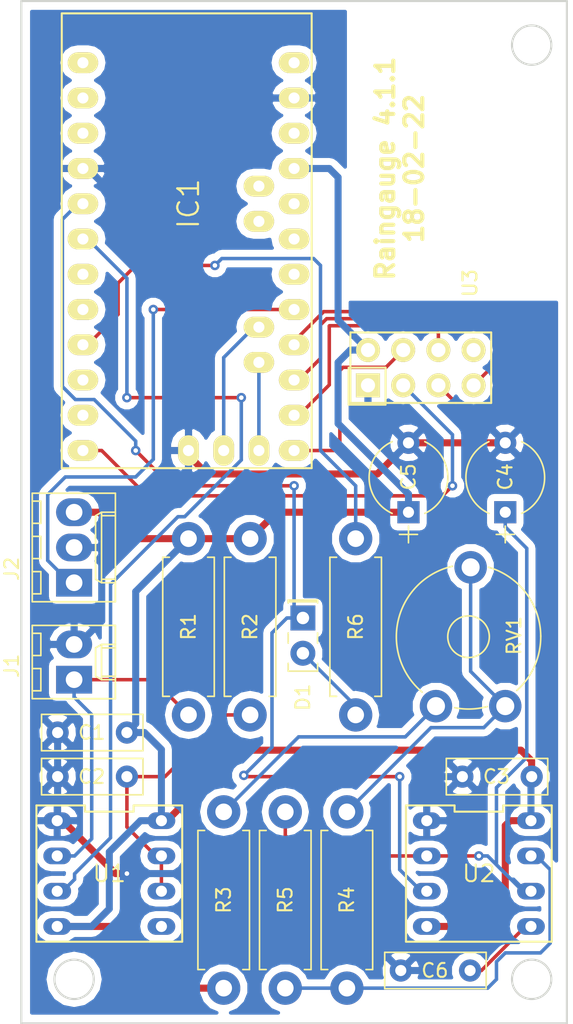
<source format=kicad_pcb>
(kicad_pcb (version 4) (host pcbnew 4.0.7)

  (general
    (links 52)
    (no_connects 0)
    (area 103.691 73.584999 145.524 147.395001)
    (thickness 1.6)
    (drawings 8)
    (tracks 242)
    (zones 0)
    (modules 20)
    (nets 38)
  )

  (page A4)
  (title_block
    (title Raingauge)
    (date 2018-02-21)
    (rev 4.1)
  )

  (layers
    (0 F.Cu mixed)
    (31 B.Cu mixed)
    (32 B.Adhes user)
    (33 F.Adhes user)
    (34 B.Paste user)
    (35 F.Paste user)
    (36 B.SilkS user)
    (37 F.SilkS user)
    (38 B.Mask user)
    (39 F.Mask user)
    (40 Dwgs.User user)
    (41 Cmts.User user)
    (42 Eco1.User user)
    (43 Eco2.User user)
    (44 Edge.Cuts user)
    (45 Margin user)
    (46 B.CrtYd user)
    (47 F.CrtYd user)
    (48 B.Fab user)
    (49 F.Fab user)
  )

  (setup
    (last_trace_width 0.254)
    (trace_clearance 0.254)
    (zone_clearance 0.508)
    (zone_45_only yes)
    (trace_min 0.1524)
    (segment_width 0.2)
    (edge_width 0.15)
    (via_size 0.6858)
    (via_drill 0.3302)
    (via_min_size 0.6858)
    (via_min_drill 0.3302)
    (uvia_size 0.508)
    (uvia_drill 0.127)
    (uvias_allowed no)
    (uvia_min_size 0.508)
    (uvia_min_drill 0.127)
    (pcb_text_width 0.3)
    (pcb_text_size 1.5 1.5)
    (mod_edge_width 0.15)
    (mod_text_size 1 1)
    (mod_text_width 0.15)
    (pad_size 1.524 1.524)
    (pad_drill 0.762)
    (pad_to_mask_clearance 0.2)
    (aux_axis_origin 105.41 147.32)
    (visible_elements FFFEEF79)
    (pcbplotparams
      (layerselection 0x00030_80000001)
      (usegerberextensions false)
      (excludeedgelayer true)
      (linewidth 0.100000)
      (plotframeref false)
      (viasonmask false)
      (mode 1)
      (useauxorigin false)
      (hpglpennumber 1)
      (hpglpenspeed 20)
      (hpglpendiameter 15)
      (hpglpenoverlay 2)
      (psnegative false)
      (psa4output false)
      (plotreference true)
      (plotvalue true)
      (plotinvisibletext false)
      (padsonsilk false)
      (subtractmaskfromsilk false)
      (outputformat 1)
      (mirror false)
      (drillshape 1)
      (scaleselection 1)
      (outputdirectory ""))
  )

  (net 0 "")
  (net 1 GND)
  (net 2 "Net-(C2-Pad1)")
  (net 3 "Net-(C4-Pad1)")
  (net 4 "Net-(C6-Pad1)")
  (net 5 "Net-(D1-Pad1)")
  (net 6 "Net-(D1-Pad2)")
  (net 7 /BAT_SENSE)
  (net 8 "Net-(R3-Pad2)")
  (net 9 "Net-(R4-Pad1)")
  (net 10 "Net-(R4-Pad2)")
  (net 11 "Net-(IC1-Pad9)")
  (net 12 "Net-(IC1-Pad6)")
  (net 13 "Net-(U1-Pad5)")
  (net 14 "Net-(IC1-Pad15)")
  (net 15 "Net-(U3-Pad8)")
  (net 16 "Net-(IC1-Pad16)")
  (net 17 "Net-(IC1-Pad14)")
  (net 18 "Net-(IC1-Pad12)")
  (net 19 "Net-(IC1-Pad13)")
  (net 20 "Net-(IC1-Pad28)")
  (net 21 "Net-(IC1-Pad27)")
  (net 22 "Net-(IC1-Pad1)")
  (net 23 "Net-(IC1-Pad2)")
  (net 24 "Net-(IC1-Pad3)")
  (net 25 "Net-(IC1-Pad7)")
  (net 26 "Net-(IC1-Pad8)")
  (net 27 "Net-(IC1-Pad10)")
  (net 28 "Net-(IC1-Pad11)")
  (net 29 "Net-(IC1-Pad18)")
  (net 30 "Net-(IC1-Pad19)")
  (net 31 "Net-(IC1-Pad20)")
  (net 32 "Net-(IC1-Pad22)")
  (net 33 "Net-(IC1-Pad24)")
  (net 34 "Net-(IC1-Pad25)")
  (net 35 "Net-(IC1-Pad26)")
  (net 36 VCC)
  (net 37 "Net-(J1-Pad1)")

  (net_class Default "This is the default net class."
    (clearance 0.254)
    (trace_width 0.254)
    (via_dia 0.6858)
    (via_drill 0.3302)
    (uvia_dia 0.508)
    (uvia_drill 0.127)
    (add_net /BAT_SENSE)
    (add_net "Net-(C2-Pad1)")
    (add_net "Net-(C4-Pad1)")
    (add_net "Net-(C6-Pad1)")
    (add_net "Net-(D1-Pad1)")
    (add_net "Net-(D1-Pad2)")
    (add_net "Net-(IC1-Pad1)")
    (add_net "Net-(IC1-Pad10)")
    (add_net "Net-(IC1-Pad11)")
    (add_net "Net-(IC1-Pad12)")
    (add_net "Net-(IC1-Pad13)")
    (add_net "Net-(IC1-Pad14)")
    (add_net "Net-(IC1-Pad15)")
    (add_net "Net-(IC1-Pad16)")
    (add_net "Net-(IC1-Pad18)")
    (add_net "Net-(IC1-Pad19)")
    (add_net "Net-(IC1-Pad2)")
    (add_net "Net-(IC1-Pad20)")
    (add_net "Net-(IC1-Pad22)")
    (add_net "Net-(IC1-Pad24)")
    (add_net "Net-(IC1-Pad25)")
    (add_net "Net-(IC1-Pad26)")
    (add_net "Net-(IC1-Pad27)")
    (add_net "Net-(IC1-Pad28)")
    (add_net "Net-(IC1-Pad3)")
    (add_net "Net-(IC1-Pad6)")
    (add_net "Net-(IC1-Pad7)")
    (add_net "Net-(IC1-Pad8)")
    (add_net "Net-(IC1-Pad9)")
    (add_net "Net-(J1-Pad1)")
    (add_net "Net-(R3-Pad2)")
    (add_net "Net-(R4-Pad1)")
    (add_net "Net-(R4-Pad2)")
    (add_net "Net-(U1-Pad5)")
    (add_net "Net-(U3-Pad8)")
  )

  (net_class 0.2mm ""
    (clearance 0.2)
    (trace_width 0.2)
    (via_dia 0.6858)
    (via_drill 0.3302)
    (uvia_dia 0.508)
    (uvia_drill 0.127)
  )

  (net_class Minimal ""
    (clearance 0.1524)
    (trace_width 0.1524)
    (via_dia 0.6858)
    (via_drill 0.3302)
    (uvia_dia 0.508)
    (uvia_drill 0.127)
  )

  (net_class Power ""
    (clearance 0.254)
    (trace_width 0.508)
    (via_dia 0.6858)
    (via_drill 0.3302)
    (uvia_dia 0.508)
    (uvia_drill 0.127)
    (add_net GND)
    (add_net VCC)
  )

  (module Capacitors_THT:C_Rect_L7.2mm_W2.5mm_P5.00mm_FKS2_FKP2_MKS2_MKP2 (layer F.Cu) (tedit 5A8DEB58) (tstamp 5A8DDB41)
    (at 113.03 126.365 180)
    (descr "C, Rect series, Radial, pin pitch=5.00mm, , length*width=7.2*2.5mm^2, Capacitor, http://www.wima.com/EN/WIMA_FKS_2.pdf")
    (tags "C Rect series Radial pin pitch 5.00mm  length 7.2mm width 2.5mm Capacitor")
    (path /5A8BE6F3)
    (fp_text reference C1 (at 2.54 0 180) (layer F.SilkS)
      (effects (font (size 1 1) (thickness 0.15)))
    )
    (fp_text value 100n (at 2.5 2.56 180) (layer F.Fab)
      (effects (font (size 1 1) (thickness 0.15)))
    )
    (fp_line (start -1.1 -1.25) (end -1.1 1.25) (layer F.Fab) (width 0.1))
    (fp_line (start -1.1 1.25) (end 6.1 1.25) (layer F.Fab) (width 0.1))
    (fp_line (start 6.1 1.25) (end 6.1 -1.25) (layer F.Fab) (width 0.1))
    (fp_line (start 6.1 -1.25) (end -1.1 -1.25) (layer F.Fab) (width 0.1))
    (fp_line (start -1.16 -1.31) (end 6.16 -1.31) (layer F.SilkS) (width 0.12))
    (fp_line (start -1.16 1.31) (end 6.16 1.31) (layer F.SilkS) (width 0.12))
    (fp_line (start -1.16 -1.31) (end -1.16 1.31) (layer F.SilkS) (width 0.12))
    (fp_line (start 6.16 -1.31) (end 6.16 1.31) (layer F.SilkS) (width 0.12))
    (fp_line (start -1.45 -1.6) (end -1.45 1.6) (layer F.CrtYd) (width 0.05))
    (fp_line (start -1.45 1.6) (end 6.45 1.6) (layer F.CrtYd) (width 0.05))
    (fp_line (start 6.45 1.6) (end 6.45 -1.6) (layer F.CrtYd) (width 0.05))
    (fp_line (start 6.45 -1.6) (end -1.45 -1.6) (layer F.CrtYd) (width 0.05))
    (pad 1 thru_hole circle (at 0 0 180) (size 1.6 1.6) (drill 0.8) (layers *.Cu *.Mask)
      (net 36 VCC))
    (pad 2 thru_hole circle (at 5 0 180) (size 1.6 1.6) (drill 0.8) (layers *.Cu *.Mask)
      (net 1 GND))
    (model ${KISYS3DMOD}/Capacitors_THT.3dshapes/C_Rect_L7.2mm_W2.5mm_P5.00mm_FKS2_FKP2_MKS2_MKP2.wrl
      (at (xyz 0 0 0))
      (scale (xyz 1 1 1))
      (rotate (xyz 0 0 0))
    )
  )

  (module Capacitors_THT:C_Rect_L7.2mm_W2.5mm_P5.00mm_FKS2_FKP2_MKS2_MKP2 (layer F.Cu) (tedit 5A8DEB47) (tstamp 5A8DDB47)
    (at 113.03 129.54 180)
    (descr "C, Rect series, Radial, pin pitch=5.00mm, , length*width=7.2*2.5mm^2, Capacitor, http://www.wima.com/EN/WIMA_FKS_2.pdf")
    (tags "C Rect series Radial pin pitch 5.00mm  length 7.2mm width 2.5mm Capacitor")
    (path /5A8BE6B6)
    (fp_text reference C2 (at 2.54 0 180) (layer F.SilkS)
      (effects (font (size 1 1) (thickness 0.15)))
    )
    (fp_text value 100n (at 2.5 2.56 180) (layer F.Fab)
      (effects (font (size 1 1) (thickness 0.15)))
    )
    (fp_line (start -1.1 -1.25) (end -1.1 1.25) (layer F.Fab) (width 0.1))
    (fp_line (start -1.1 1.25) (end 6.1 1.25) (layer F.Fab) (width 0.1))
    (fp_line (start 6.1 1.25) (end 6.1 -1.25) (layer F.Fab) (width 0.1))
    (fp_line (start 6.1 -1.25) (end -1.1 -1.25) (layer F.Fab) (width 0.1))
    (fp_line (start -1.16 -1.31) (end 6.16 -1.31) (layer F.SilkS) (width 0.12))
    (fp_line (start -1.16 1.31) (end 6.16 1.31) (layer F.SilkS) (width 0.12))
    (fp_line (start -1.16 -1.31) (end -1.16 1.31) (layer F.SilkS) (width 0.12))
    (fp_line (start 6.16 -1.31) (end 6.16 1.31) (layer F.SilkS) (width 0.12))
    (fp_line (start -1.45 -1.6) (end -1.45 1.6) (layer F.CrtYd) (width 0.05))
    (fp_line (start -1.45 1.6) (end 6.45 1.6) (layer F.CrtYd) (width 0.05))
    (fp_line (start 6.45 1.6) (end 6.45 -1.6) (layer F.CrtYd) (width 0.05))
    (fp_line (start 6.45 -1.6) (end -1.45 -1.6) (layer F.CrtYd) (width 0.05))
    (pad 1 thru_hole circle (at 0 0 180) (size 1.6 1.6) (drill 0.8) (layers *.Cu *.Mask)
      (net 2 "Net-(C2-Pad1)"))
    (pad 2 thru_hole circle (at 5 0 180) (size 1.6 1.6) (drill 0.8) (layers *.Cu *.Mask)
      (net 1 GND))
    (model ${KISYS3DMOD}/Capacitors_THT.3dshapes/C_Rect_L7.2mm_W2.5mm_P5.00mm_FKS2_FKP2_MKS2_MKP2.wrl
      (at (xyz 0 0 0))
      (scale (xyz 1 1 1))
      (rotate (xyz 0 0 0))
    )
  )

  (module Capacitors_THT:C_Rect_L7.2mm_W2.5mm_P5.00mm_FKS2_FKP2_MKS2_MKP2 (layer F.Cu) (tedit 5A8E8FE1) (tstamp 5A8DDB4D)
    (at 142.24 129.54 180)
    (descr "C, Rect series, Radial, pin pitch=5.00mm, , length*width=7.2*2.5mm^2, Capacitor, http://www.wima.com/EN/WIMA_FKS_2.pdf")
    (tags "C Rect series Radial pin pitch 5.00mm  length 7.2mm width 2.5mm Capacitor")
    (path /5A8BE786)
    (fp_text reference C3 (at 2.54 0 180) (layer F.SilkS)
      (effects (font (size 1 1) (thickness 0.15)))
    )
    (fp_text value 100n (at 2.5 2.56 180) (layer F.Fab)
      (effects (font (size 1 1) (thickness 0.15)))
    )
    (fp_line (start -1.1 -1.25) (end -1.1 1.25) (layer F.Fab) (width 0.1))
    (fp_line (start -1.1 1.25) (end 6.1 1.25) (layer F.Fab) (width 0.1))
    (fp_line (start 6.1 1.25) (end 6.1 -1.25) (layer F.Fab) (width 0.1))
    (fp_line (start 6.1 -1.25) (end -1.1 -1.25) (layer F.Fab) (width 0.1))
    (fp_line (start -1.16 -1.31) (end 6.16 -1.31) (layer F.SilkS) (width 0.12))
    (fp_line (start -1.16 1.31) (end 6.16 1.31) (layer F.SilkS) (width 0.12))
    (fp_line (start -1.16 -1.31) (end -1.16 1.31) (layer F.SilkS) (width 0.12))
    (fp_line (start 6.16 -1.31) (end 6.16 1.31) (layer F.SilkS) (width 0.12))
    (fp_line (start -1.45 -1.6) (end -1.45 1.6) (layer F.CrtYd) (width 0.05))
    (fp_line (start -1.45 1.6) (end 6.45 1.6) (layer F.CrtYd) (width 0.05))
    (fp_line (start 6.45 1.6) (end 6.45 -1.6) (layer F.CrtYd) (width 0.05))
    (fp_line (start 6.45 -1.6) (end -1.45 -1.6) (layer F.CrtYd) (width 0.05))
    (pad 1 thru_hole circle (at 0 0 180) (size 1.6 1.6) (drill 0.8) (layers *.Cu *.Mask)
      (net 36 VCC))
    (pad 2 thru_hole circle (at 5 0 180) (size 1.6 1.6) (drill 0.8) (layers *.Cu *.Mask)
      (net 1 GND))
    (model ${KISYS3DMOD}/Capacitors_THT.3dshapes/C_Rect_L7.2mm_W2.5mm_P5.00mm_FKS2_FKP2_MKS2_MKP2.wrl
      (at (xyz 0 0 0))
      (scale (xyz 1 1 1))
      (rotate (xyz 0 0 0))
    )
  )

  (module Capacitors_THT:CP_Radial_Tantal_D5.5mm_P5.00mm (layer F.Cu) (tedit 5A8DEB84) (tstamp 5A8DDB53)
    (at 140.335 110.49 90)
    (descr "CP, Radial_Tantal series, Radial, pin pitch=5.00mm, , diameter=5.5mm, Tantal Electrolytic Capacitor, http://cdn-reichelt.de/documents/datenblatt/B300/TANTAL-TB-Serie%23.pdf")
    (tags "CP Radial_Tantal series Radial pin pitch 5.00mm  diameter 5.5mm Tantal Electrolytic Capacitor")
    (path /5A8BE660)
    (fp_text reference C4 (at 2.54 0 90) (layer F.SilkS)
      (effects (font (size 1 1) (thickness 0.15)))
    )
    (fp_text value 22u (at 2.5 4.06 90) (layer F.Fab)
      (effects (font (size 1 1) (thickness 0.15)))
    )
    (fp_arc (start 2.5 0) (end -0.083254 -1.18) (angle 130.9) (layer F.SilkS) (width 0.12))
    (fp_arc (start 2.5 0) (end -0.083254 1.18) (angle -130.9) (layer F.SilkS) (width 0.12))
    (fp_circle (center 2.5 0) (end 5.25 0) (layer F.Fab) (width 0.1))
    (fp_line (start -2.2 0) (end -1 0) (layer F.Fab) (width 0.1))
    (fp_line (start -1.6 -0.65) (end -1.6 0.65) (layer F.Fab) (width 0.1))
    (fp_line (start -2.2 0) (end -1 0) (layer F.SilkS) (width 0.12))
    (fp_line (start -1.6 -0.65) (end -1.6 0.65) (layer F.SilkS) (width 0.12))
    (fp_line (start -1.05 -3.1) (end -1.05 3.1) (layer F.CrtYd) (width 0.05))
    (fp_line (start -1.05 3.1) (end 6.05 3.1) (layer F.CrtYd) (width 0.05))
    (fp_line (start 6.05 3.1) (end 6.05 -3.1) (layer F.CrtYd) (width 0.05))
    (fp_line (start 6.05 -3.1) (end -1.05 -3.1) (layer F.CrtYd) (width 0.05))
    (pad 1 thru_hole rect (at 0 0 90) (size 1.6 1.6) (drill 0.8) (layers *.Cu *.Mask)
      (net 3 "Net-(C4-Pad1)"))
    (pad 2 thru_hole circle (at 5 0 90) (size 1.6 1.6) (drill 0.8) (layers *.Cu *.Mask)
      (net 1 GND))
    (model ${KISYS3DMOD}/Capacitors_THT.3dshapes/CP_Radial_Tantal_D5.5mm_P5.00mm.wrl
      (at (xyz 0 0 0))
      (scale (xyz 1 1 1))
      (rotate (xyz 0 0 0))
    )
  )

  (module Capacitors_THT:CP_Radial_Tantal_D5.5mm_P5.00mm (layer F.Cu) (tedit 5A8DEB80) (tstamp 5A8DDB59)
    (at 133.35 110.49 90)
    (descr "CP, Radial_Tantal series, Radial, pin pitch=5.00mm, , diameter=5.5mm, Tantal Electrolytic Capacitor, http://cdn-reichelt.de/documents/datenblatt/B300/TANTAL-TB-Serie%23.pdf")
    (tags "CP Radial_Tantal series Radial pin pitch 5.00mm  diameter 5.5mm Tantal Electrolytic Capacitor")
    (path /57DC24FF)
    (fp_text reference C5 (at 2.54 0 90) (layer F.SilkS)
      (effects (font (size 1 1) (thickness 0.15)))
    )
    (fp_text value 22u (at 2.5 4.06 90) (layer F.Fab)
      (effects (font (size 1 1) (thickness 0.15)))
    )
    (fp_arc (start 2.5 0) (end -0.083254 -1.18) (angle 130.9) (layer F.SilkS) (width 0.12))
    (fp_arc (start 2.5 0) (end -0.083254 1.18) (angle -130.9) (layer F.SilkS) (width 0.12))
    (fp_circle (center 2.5 0) (end 5.25 0) (layer F.Fab) (width 0.1))
    (fp_line (start -2.2 0) (end -1 0) (layer F.Fab) (width 0.1))
    (fp_line (start -1.6 -0.65) (end -1.6 0.65) (layer F.Fab) (width 0.1))
    (fp_line (start -2.2 0) (end -1 0) (layer F.SilkS) (width 0.12))
    (fp_line (start -1.6 -0.65) (end -1.6 0.65) (layer F.SilkS) (width 0.12))
    (fp_line (start -1.05 -3.1) (end -1.05 3.1) (layer F.CrtYd) (width 0.05))
    (fp_line (start -1.05 3.1) (end 6.05 3.1) (layer F.CrtYd) (width 0.05))
    (fp_line (start 6.05 3.1) (end 6.05 -3.1) (layer F.CrtYd) (width 0.05))
    (fp_line (start 6.05 -3.1) (end -1.05 -3.1) (layer F.CrtYd) (width 0.05))
    (pad 1 thru_hole rect (at 0 0 90) (size 1.6 1.6) (drill 0.8) (layers *.Cu *.Mask)
      (net 36 VCC))
    (pad 2 thru_hole circle (at 5 0 90) (size 1.6 1.6) (drill 0.8) (layers *.Cu *.Mask)
      (net 1 GND))
    (model ${KISYS3DMOD}/Capacitors_THT.3dshapes/CP_Radial_Tantal_D5.5mm_P5.00mm.wrl
      (at (xyz 0 0 0))
      (scale (xyz 1 1 1))
      (rotate (xyz 0 0 0))
    )
  )

  (module Capacitors_THT:C_Rect_L7.2mm_W2.5mm_P5.00mm_FKS2_FKP2_MKS2_MKP2 (layer F.Cu) (tedit 5A8DEC15) (tstamp 5A8DDB5F)
    (at 137.795 143.51 180)
    (descr "C, Rect series, Radial, pin pitch=5.00mm, , length*width=7.2*2.5mm^2, Capacitor, http://www.wima.com/EN/WIMA_FKS_2.pdf")
    (tags "C Rect series Radial pin pitch 5.00mm  length 7.2mm width 2.5mm Capacitor")
    (path /5A8CA28F)
    (fp_text reference C6 (at 2.54 0 180) (layer F.SilkS)
      (effects (font (size 1 1) (thickness 0.15)))
    )
    (fp_text value 10n (at 2.5 2.56 180) (layer F.Fab)
      (effects (font (size 1 1) (thickness 0.15)))
    )
    (fp_line (start -1.1 -1.25) (end -1.1 1.25) (layer F.Fab) (width 0.1))
    (fp_line (start -1.1 1.25) (end 6.1 1.25) (layer F.Fab) (width 0.1))
    (fp_line (start 6.1 1.25) (end 6.1 -1.25) (layer F.Fab) (width 0.1))
    (fp_line (start 6.1 -1.25) (end -1.1 -1.25) (layer F.Fab) (width 0.1))
    (fp_line (start -1.16 -1.31) (end 6.16 -1.31) (layer F.SilkS) (width 0.12))
    (fp_line (start -1.16 1.31) (end 6.16 1.31) (layer F.SilkS) (width 0.12))
    (fp_line (start -1.16 -1.31) (end -1.16 1.31) (layer F.SilkS) (width 0.12))
    (fp_line (start 6.16 -1.31) (end 6.16 1.31) (layer F.SilkS) (width 0.12))
    (fp_line (start -1.45 -1.6) (end -1.45 1.6) (layer F.CrtYd) (width 0.05))
    (fp_line (start -1.45 1.6) (end 6.45 1.6) (layer F.CrtYd) (width 0.05))
    (fp_line (start 6.45 1.6) (end 6.45 -1.6) (layer F.CrtYd) (width 0.05))
    (fp_line (start 6.45 -1.6) (end -1.45 -1.6) (layer F.CrtYd) (width 0.05))
    (pad 1 thru_hole circle (at 0 0 180) (size 1.6 1.6) (drill 0.8) (layers *.Cu *.Mask)
      (net 4 "Net-(C6-Pad1)"))
    (pad 2 thru_hole circle (at 5 0 180) (size 1.6 1.6) (drill 0.8) (layers *.Cu *.Mask)
      (net 1 GND))
    (model ${KISYS3DMOD}/Capacitors_THT.3dshapes/C_Rect_L7.2mm_W2.5mm_P5.00mm_FKS2_FKP2_MKS2_MKP2.wrl
      (at (xyz 0 0 0))
      (scale (xyz 1 1 1))
      (rotate (xyz 0 0 0))
    )
  )

  (module LEDs:LED_Rectangular_W5.0mm_H2.0mm (layer F.Cu) (tedit 5A8DEB0B) (tstamp 5A8DDB65)
    (at 125.73 118.11 270)
    (descr "LED_Rectangular, Rectangular,  Rectangular size 5.0x2.0mm^2, 2 pins, http://www.kingbright.com/attachments/file/psearch/000/00/00/L-169XCGDK(Ver.9B).pdf")
    (tags "LED_Rectangular Rectangular  Rectangular size 5.0x2.0mm^2 2 pins")
    (path /5A8C4695)
    (fp_text reference D1 (at 5.715 0 270) (layer F.SilkS)
      (effects (font (size 1 1) (thickness 0.15)))
    )
    (fp_text value LED_Dual_2pin (at 1.27 2.06 270) (layer F.Fab)
      (effects (font (size 1 1) (thickness 0.15)))
    )
    (fp_line (start -1.23 -1) (end -1.23 1) (layer F.Fab) (width 0.1))
    (fp_line (start -1.23 1) (end 3.77 1) (layer F.Fab) (width 0.1))
    (fp_line (start 3.77 1) (end 3.77 -1) (layer F.Fab) (width 0.1))
    (fp_line (start 3.77 -1) (end -1.23 -1) (layer F.Fab) (width 0.1))
    (fp_line (start -1.29 -1.06) (end -1.08 -1.06) (layer F.SilkS) (width 0.12))
    (fp_line (start 1.08 -1.06) (end 1.811 -1.06) (layer F.SilkS) (width 0.12))
    (fp_line (start 3.27 -1.06) (end 3.83 -1.06) (layer F.SilkS) (width 0.12))
    (fp_line (start -1.29 1.06) (end -1.08 1.06) (layer F.SilkS) (width 0.12))
    (fp_line (start 1.08 1.06) (end 1.811 1.06) (layer F.SilkS) (width 0.12))
    (fp_line (start 3.27 1.06) (end 3.83 1.06) (layer F.SilkS) (width 0.12))
    (fp_line (start -1.29 -1.06) (end -1.29 1.06) (layer F.SilkS) (width 0.12))
    (fp_line (start 3.83 -1.06) (end 3.83 1.06) (layer F.SilkS) (width 0.12))
    (fp_line (start -1.17 -1.06) (end -1.17 1.06) (layer F.SilkS) (width 0.12))
    (fp_line (start -1.55 -1.35) (end -1.55 1.35) (layer F.CrtYd) (width 0.05))
    (fp_line (start -1.55 1.35) (end 4.1 1.35) (layer F.CrtYd) (width 0.05))
    (fp_line (start 4.1 1.35) (end 4.1 -1.35) (layer F.CrtYd) (width 0.05))
    (fp_line (start 4.1 -1.35) (end -1.55 -1.35) (layer F.CrtYd) (width 0.05))
    (pad 1 thru_hole rect (at 0 0 270) (size 1.8 1.8) (drill 0.9) (layers *.Cu *.Mask)
      (net 5 "Net-(D1-Pad1)"))
    (pad 2 thru_hole circle (at 2.54 0 270) (size 1.8 1.8) (drill 0.9) (layers *.Cu *.Mask)
      (net 6 "Net-(D1-Pad2)"))
    (model ${KISYS3DMOD}/LEDs.3dshapes/LED_Rectangular_W5.0mm_H2.0mm.wrl
      (at (xyz 0 0 0))
      (scale (xyz 0.393701 0.393701 0.393701))
      (rotate (xyz 0 0 0))
    )
  )

  (module Resistors_THT:R_Axial_DIN0411_L9.9mm_D3.6mm_P12.70mm_Horizontal (layer F.Cu) (tedit 5A8DEAC7) (tstamp 5A8DDB73)
    (at 117.475 112.395 270)
    (descr "Resistor, Axial_DIN0411 series, Axial, Horizontal, pin pitch=12.7mm, 1W = 1/1W, length*diameter=9.9*3.6mm^2")
    (tags "Resistor Axial_DIN0411 series Axial Horizontal pin pitch 12.7mm 1W = 1/1W length 9.9mm diameter 3.6mm")
    (path /5A8BE58A)
    (fp_text reference R1 (at 6.35 0 270) (layer F.SilkS)
      (effects (font (size 1 1) (thickness 0.15)))
    )
    (fp_text value 33k (at 6.35 2.86 270) (layer F.Fab)
      (effects (font (size 1 1) (thickness 0.15)))
    )
    (fp_line (start 1.4 -1.8) (end 1.4 1.8) (layer F.Fab) (width 0.1))
    (fp_line (start 1.4 1.8) (end 11.3 1.8) (layer F.Fab) (width 0.1))
    (fp_line (start 11.3 1.8) (end 11.3 -1.8) (layer F.Fab) (width 0.1))
    (fp_line (start 11.3 -1.8) (end 1.4 -1.8) (layer F.Fab) (width 0.1))
    (fp_line (start 0 0) (end 1.4 0) (layer F.Fab) (width 0.1))
    (fp_line (start 12.7 0) (end 11.3 0) (layer F.Fab) (width 0.1))
    (fp_line (start 1.34 -1.38) (end 1.34 -1.86) (layer F.SilkS) (width 0.12))
    (fp_line (start 1.34 -1.86) (end 11.36 -1.86) (layer F.SilkS) (width 0.12))
    (fp_line (start 11.36 -1.86) (end 11.36 -1.38) (layer F.SilkS) (width 0.12))
    (fp_line (start 1.34 1.38) (end 1.34 1.86) (layer F.SilkS) (width 0.12))
    (fp_line (start 1.34 1.86) (end 11.36 1.86) (layer F.SilkS) (width 0.12))
    (fp_line (start 11.36 1.86) (end 11.36 1.38) (layer F.SilkS) (width 0.12))
    (fp_line (start -1.45 -2.15) (end -1.45 2.15) (layer F.CrtYd) (width 0.05))
    (fp_line (start -1.45 2.15) (end 14.15 2.15) (layer F.CrtYd) (width 0.05))
    (fp_line (start 14.15 2.15) (end 14.15 -2.15) (layer F.CrtYd) (width 0.05))
    (fp_line (start 14.15 -2.15) (end -1.45 -2.15) (layer F.CrtYd) (width 0.05))
    (pad 1 thru_hole circle (at 0 0 270) (size 2.4 2.4) (drill 1.2) (layers *.Cu *.Mask)
      (net 36 VCC))
    (pad 2 thru_hole oval (at 12.7 0 270) (size 2.4 2.4) (drill 1.2) (layers *.Cu *.Mask)
      (net 37 "Net-(J1-Pad1)"))
    (model ${KISYS3DMOD}/Resistors_THT.3dshapes/R_Axial_DIN0411_L9.9mm_D3.6mm_P12.70mm_Horizontal.wrl
      (at (xyz 0 0 0))
      (scale (xyz 0.393701 0.393701 0.393701))
      (rotate (xyz 0 0 0))
    )
  )

  (module Resistors_THT:R_Axial_DIN0411_L9.9mm_D3.6mm_P12.70mm_Horizontal (layer F.Cu) (tedit 5A8DEADC) (tstamp 5A8DDB79)
    (at 121.92 112.395 270)
    (descr "Resistor, Axial_DIN0411 series, Axial, Horizontal, pin pitch=12.7mm, 1W = 1/1W, length*diameter=9.9*3.6mm^2")
    (tags "Resistor Axial_DIN0411 series Axial Horizontal pin pitch 12.7mm 1W = 1/1W length 9.9mm diameter 3.6mm")
    (path /5A8BE4B1)
    (fp_text reference R2 (at 6.35 0 270) (layer F.SilkS)
      (effects (font (size 1 1) (thickness 0.15)))
    )
    (fp_text value 1M (at 6.35 2.86 270) (layer F.Fab)
      (effects (font (size 1 1) (thickness 0.15)))
    )
    (fp_line (start 1.4 -1.8) (end 1.4 1.8) (layer F.Fab) (width 0.1))
    (fp_line (start 1.4 1.8) (end 11.3 1.8) (layer F.Fab) (width 0.1))
    (fp_line (start 11.3 1.8) (end 11.3 -1.8) (layer F.Fab) (width 0.1))
    (fp_line (start 11.3 -1.8) (end 1.4 -1.8) (layer F.Fab) (width 0.1))
    (fp_line (start 0 0) (end 1.4 0) (layer F.Fab) (width 0.1))
    (fp_line (start 12.7 0) (end 11.3 0) (layer F.Fab) (width 0.1))
    (fp_line (start 1.34 -1.38) (end 1.34 -1.86) (layer F.SilkS) (width 0.12))
    (fp_line (start 1.34 -1.86) (end 11.36 -1.86) (layer F.SilkS) (width 0.12))
    (fp_line (start 11.36 -1.86) (end 11.36 -1.38) (layer F.SilkS) (width 0.12))
    (fp_line (start 1.34 1.38) (end 1.34 1.86) (layer F.SilkS) (width 0.12))
    (fp_line (start 1.34 1.86) (end 11.36 1.86) (layer F.SilkS) (width 0.12))
    (fp_line (start 11.36 1.86) (end 11.36 1.38) (layer F.SilkS) (width 0.12))
    (fp_line (start -1.45 -2.15) (end -1.45 2.15) (layer F.CrtYd) (width 0.05))
    (fp_line (start -1.45 2.15) (end 14.15 2.15) (layer F.CrtYd) (width 0.05))
    (fp_line (start 14.15 2.15) (end 14.15 -2.15) (layer F.CrtYd) (width 0.05))
    (fp_line (start 14.15 -2.15) (end -1.45 -2.15) (layer F.CrtYd) (width 0.05))
    (pad 1 thru_hole circle (at 0 0 270) (size 2.4 2.4) (drill 1.2) (layers *.Cu *.Mask)
      (net 36 VCC))
    (pad 2 thru_hole oval (at 12.7 0 270) (size 2.4 2.4) (drill 1.2) (layers *.Cu *.Mask)
      (net 2 "Net-(C2-Pad1)"))
    (model ${KISYS3DMOD}/Resistors_THT.3dshapes/R_Axial_DIN0411_L9.9mm_D3.6mm_P12.70mm_Horizontal.wrl
      (at (xyz 0 0 0))
      (scale (xyz 0.393701 0.393701 0.393701))
      (rotate (xyz 0 0 0))
    )
  )

  (module Resistors_THT:R_Axial_DIN0411_L9.9mm_D3.6mm_P12.70mm_Horizontal (layer F.Cu) (tedit 5A8DEA98) (tstamp 5A8DDB7F)
    (at 120.015 144.78 90)
    (descr "Resistor, Axial_DIN0411 series, Axial, Horizontal, pin pitch=12.7mm, 1W = 1/1W, length*diameter=9.9*3.6mm^2")
    (tags "Resistor Axial_DIN0411 series Axial Horizontal pin pitch 12.7mm 1W = 1/1W length 9.9mm diameter 3.6mm")
    (path /5A8BE7ED)
    (fp_text reference R3 (at 6.35 0 90) (layer F.SilkS)
      (effects (font (size 1 1) (thickness 0.15)))
    )
    (fp_text value 2.5M (at 6.35 2.86 90) (layer F.Fab)
      (effects (font (size 1 1) (thickness 0.15)))
    )
    (fp_line (start 1.4 -1.8) (end 1.4 1.8) (layer F.Fab) (width 0.1))
    (fp_line (start 1.4 1.8) (end 11.3 1.8) (layer F.Fab) (width 0.1))
    (fp_line (start 11.3 1.8) (end 11.3 -1.8) (layer F.Fab) (width 0.1))
    (fp_line (start 11.3 -1.8) (end 1.4 -1.8) (layer F.Fab) (width 0.1))
    (fp_line (start 0 0) (end 1.4 0) (layer F.Fab) (width 0.1))
    (fp_line (start 12.7 0) (end 11.3 0) (layer F.Fab) (width 0.1))
    (fp_line (start 1.34 -1.38) (end 1.34 -1.86) (layer F.SilkS) (width 0.12))
    (fp_line (start 1.34 -1.86) (end 11.36 -1.86) (layer F.SilkS) (width 0.12))
    (fp_line (start 11.36 -1.86) (end 11.36 -1.38) (layer F.SilkS) (width 0.12))
    (fp_line (start 1.34 1.38) (end 1.34 1.86) (layer F.SilkS) (width 0.12))
    (fp_line (start 1.34 1.86) (end 11.36 1.86) (layer F.SilkS) (width 0.12))
    (fp_line (start 11.36 1.86) (end 11.36 1.38) (layer F.SilkS) (width 0.12))
    (fp_line (start -1.45 -2.15) (end -1.45 2.15) (layer F.CrtYd) (width 0.05))
    (fp_line (start -1.45 2.15) (end 14.15 2.15) (layer F.CrtYd) (width 0.05))
    (fp_line (start 14.15 2.15) (end 14.15 -2.15) (layer F.CrtYd) (width 0.05))
    (fp_line (start 14.15 -2.15) (end -1.45 -2.15) (layer F.CrtYd) (width 0.05))
    (pad 1 thru_hole circle (at 0 0 90) (size 2.4 2.4) (drill 1.2) (layers *.Cu *.Mask)
      (net 36 VCC))
    (pad 2 thru_hole oval (at 12.7 0 90) (size 2.4 2.4) (drill 1.2) (layers *.Cu *.Mask)
      (net 8 "Net-(R3-Pad2)"))
    (model ${KISYS3DMOD}/Resistors_THT.3dshapes/R_Axial_DIN0411_L9.9mm_D3.6mm_P12.70mm_Horizontal.wrl
      (at (xyz 0 0 0))
      (scale (xyz 0.393701 0.393701 0.393701))
      (rotate (xyz 0 0 0))
    )
  )

  (module Resistors_THT:R_Axial_DIN0411_L9.9mm_D3.6mm_P12.70mm_Horizontal (layer F.Cu) (tedit 5A8DEAD4) (tstamp 5A8DDB85)
    (at 128.905 132.08 270)
    (descr "Resistor, Axial_DIN0411 series, Axial, Horizontal, pin pitch=12.7mm, 1W = 1/1W, length*diameter=9.9*3.6mm^2")
    (tags "Resistor Axial_DIN0411 series Axial Horizontal pin pitch 12.7mm 1W = 1/1W length 9.9mm diameter 3.6mm")
    (path /5A8BE4FF)
    (fp_text reference R4 (at 6.35 0 270) (layer F.SilkS)
      (effects (font (size 1 1) (thickness 0.15)))
    )
    (fp_text value 1M (at 6.35 2.86 270) (layer F.Fab)
      (effects (font (size 1 1) (thickness 0.15)))
    )
    (fp_line (start 1.4 -1.8) (end 1.4 1.8) (layer F.Fab) (width 0.1))
    (fp_line (start 1.4 1.8) (end 11.3 1.8) (layer F.Fab) (width 0.1))
    (fp_line (start 11.3 1.8) (end 11.3 -1.8) (layer F.Fab) (width 0.1))
    (fp_line (start 11.3 -1.8) (end 1.4 -1.8) (layer F.Fab) (width 0.1))
    (fp_line (start 0 0) (end 1.4 0) (layer F.Fab) (width 0.1))
    (fp_line (start 12.7 0) (end 11.3 0) (layer F.Fab) (width 0.1))
    (fp_line (start 1.34 -1.38) (end 1.34 -1.86) (layer F.SilkS) (width 0.12))
    (fp_line (start 1.34 -1.86) (end 11.36 -1.86) (layer F.SilkS) (width 0.12))
    (fp_line (start 11.36 -1.86) (end 11.36 -1.38) (layer F.SilkS) (width 0.12))
    (fp_line (start 1.34 1.38) (end 1.34 1.86) (layer F.SilkS) (width 0.12))
    (fp_line (start 1.34 1.86) (end 11.36 1.86) (layer F.SilkS) (width 0.12))
    (fp_line (start 11.36 1.86) (end 11.36 1.38) (layer F.SilkS) (width 0.12))
    (fp_line (start -1.45 -2.15) (end -1.45 2.15) (layer F.CrtYd) (width 0.05))
    (fp_line (start -1.45 2.15) (end 14.15 2.15) (layer F.CrtYd) (width 0.05))
    (fp_line (start 14.15 2.15) (end 14.15 -2.15) (layer F.CrtYd) (width 0.05))
    (fp_line (start 14.15 -2.15) (end -1.45 -2.15) (layer F.CrtYd) (width 0.05))
    (pad 1 thru_hole circle (at 0 0 270) (size 2.4 2.4) (drill 1.2) (layers *.Cu *.Mask)
      (net 9 "Net-(R4-Pad1)"))
    (pad 2 thru_hole oval (at 12.7 0 270) (size 2.4 2.4) (drill 1.2) (layers *.Cu *.Mask)
      (net 10 "Net-(R4-Pad2)"))
    (model ${KISYS3DMOD}/Resistors_THT.3dshapes/R_Axial_DIN0411_L9.9mm_D3.6mm_P12.70mm_Horizontal.wrl
      (at (xyz 0 0 0))
      (scale (xyz 0.393701 0.393701 0.393701))
      (rotate (xyz 0 0 0))
    )
  )

  (module Resistors_THT:R_Axial_DIN0411_L9.9mm_D3.6mm_P12.70mm_Horizontal (layer F.Cu) (tedit 5A8DEAAB) (tstamp 5A8DDB8B)
    (at 124.46 144.78 90)
    (descr "Resistor, Axial_DIN0411 series, Axial, Horizontal, pin pitch=12.7mm, 1W = 1/1W, length*diameter=9.9*3.6mm^2")
    (tags "Resistor Axial_DIN0411 series Axial Horizontal pin pitch 12.7mm 1W = 1/1W length 9.9mm diameter 3.6mm")
    (path /5A8BE541)
    (fp_text reference R5 (at 6.35 0 90) (layer F.SilkS)
      (effects (font (size 1 1) (thickness 0.15)))
    )
    (fp_text value 22k (at 6.35 2.86 90) (layer F.Fab)
      (effects (font (size 1 1) (thickness 0.15)))
    )
    (fp_line (start 1.4 -1.8) (end 1.4 1.8) (layer F.Fab) (width 0.1))
    (fp_line (start 1.4 1.8) (end 11.3 1.8) (layer F.Fab) (width 0.1))
    (fp_line (start 11.3 1.8) (end 11.3 -1.8) (layer F.Fab) (width 0.1))
    (fp_line (start 11.3 -1.8) (end 1.4 -1.8) (layer F.Fab) (width 0.1))
    (fp_line (start 0 0) (end 1.4 0) (layer F.Fab) (width 0.1))
    (fp_line (start 12.7 0) (end 11.3 0) (layer F.Fab) (width 0.1))
    (fp_line (start 1.34 -1.38) (end 1.34 -1.86) (layer F.SilkS) (width 0.12))
    (fp_line (start 1.34 -1.86) (end 11.36 -1.86) (layer F.SilkS) (width 0.12))
    (fp_line (start 11.36 -1.86) (end 11.36 -1.38) (layer F.SilkS) (width 0.12))
    (fp_line (start 1.34 1.38) (end 1.34 1.86) (layer F.SilkS) (width 0.12))
    (fp_line (start 1.34 1.86) (end 11.36 1.86) (layer F.SilkS) (width 0.12))
    (fp_line (start 11.36 1.86) (end 11.36 1.38) (layer F.SilkS) (width 0.12))
    (fp_line (start -1.45 -2.15) (end -1.45 2.15) (layer F.CrtYd) (width 0.05))
    (fp_line (start -1.45 2.15) (end 14.15 2.15) (layer F.CrtYd) (width 0.05))
    (fp_line (start 14.15 2.15) (end 14.15 -2.15) (layer F.CrtYd) (width 0.05))
    (fp_line (start 14.15 -2.15) (end -1.45 -2.15) (layer F.CrtYd) (width 0.05))
    (pad 1 thru_hole circle (at 0 0 90) (size 2.4 2.4) (drill 1.2) (layers *.Cu *.Mask)
      (net 10 "Net-(R4-Pad2)"))
    (pad 2 thru_hole oval (at 12.7 0 90) (size 2.4 2.4) (drill 1.2) (layers *.Cu *.Mask)
      (net 3 "Net-(C4-Pad1)"))
    (model ${KISYS3DMOD}/Resistors_THT.3dshapes/R_Axial_DIN0411_L9.9mm_D3.6mm_P12.70mm_Horizontal.wrl
      (at (xyz 0 0 0))
      (scale (xyz 0.393701 0.393701 0.393701))
      (rotate (xyz 0 0 0))
    )
  )

  (module Resistors_THT:R_Axial_DIN0411_L9.9mm_D3.6mm_P12.70mm_Horizontal (layer F.Cu) (tedit 5A8DEACC) (tstamp 5A8DDB91)
    (at 129.54 112.395 270)
    (descr "Resistor, Axial_DIN0411 series, Axial, Horizontal, pin pitch=12.7mm, 1W = 1/1W, length*diameter=9.9*3.6mm^2")
    (tags "Resistor Axial_DIN0411 series Axial Horizontal pin pitch 12.7mm 1W = 1/1W length 9.9mm diameter 3.6mm")
    (path /5A8C4760)
    (fp_text reference R6 (at 6.35 0 270) (layer F.SilkS)
      (effects (font (size 1 1) (thickness 0.15)))
    )
    (fp_text value 56 (at 6.35 2.86 270) (layer F.Fab)
      (effects (font (size 1 1) (thickness 0.15)))
    )
    (fp_line (start 1.4 -1.8) (end 1.4 1.8) (layer F.Fab) (width 0.1))
    (fp_line (start 1.4 1.8) (end 11.3 1.8) (layer F.Fab) (width 0.1))
    (fp_line (start 11.3 1.8) (end 11.3 -1.8) (layer F.Fab) (width 0.1))
    (fp_line (start 11.3 -1.8) (end 1.4 -1.8) (layer F.Fab) (width 0.1))
    (fp_line (start 0 0) (end 1.4 0) (layer F.Fab) (width 0.1))
    (fp_line (start 12.7 0) (end 11.3 0) (layer F.Fab) (width 0.1))
    (fp_line (start 1.34 -1.38) (end 1.34 -1.86) (layer F.SilkS) (width 0.12))
    (fp_line (start 1.34 -1.86) (end 11.36 -1.86) (layer F.SilkS) (width 0.12))
    (fp_line (start 11.36 -1.86) (end 11.36 -1.38) (layer F.SilkS) (width 0.12))
    (fp_line (start 1.34 1.38) (end 1.34 1.86) (layer F.SilkS) (width 0.12))
    (fp_line (start 1.34 1.86) (end 11.36 1.86) (layer F.SilkS) (width 0.12))
    (fp_line (start 11.36 1.86) (end 11.36 1.38) (layer F.SilkS) (width 0.12))
    (fp_line (start -1.45 -2.15) (end -1.45 2.15) (layer F.CrtYd) (width 0.05))
    (fp_line (start -1.45 2.15) (end 14.15 2.15) (layer F.CrtYd) (width 0.05))
    (fp_line (start 14.15 2.15) (end 14.15 -2.15) (layer F.CrtYd) (width 0.05))
    (fp_line (start 14.15 -2.15) (end -1.45 -2.15) (layer F.CrtYd) (width 0.05))
    (pad 1 thru_hole circle (at 0 0 270) (size 2.4 2.4) (drill 1.2) (layers *.Cu *.Mask)
      (net 11 "Net-(IC1-Pad9)"))
    (pad 2 thru_hole oval (at 12.7 0 270) (size 2.4 2.4) (drill 1.2) (layers *.Cu *.Mask)
      (net 6 "Net-(D1-Pad2)"))
    (model ${KISYS3DMOD}/Resistors_THT.3dshapes/R_Axial_DIN0411_L9.9mm_D3.6mm_P12.70mm_Horizontal.wrl
      (at (xyz 0 0 0))
      (scale (xyz 0.393701 0.393701 0.393701))
      (rotate (xyz 0 0 0))
    )
  )

  (module Potentiometers:Potentiometer_Trimmer_Piher_PT-10v10_Horizontal_Px10.0mm_Py5.0mm (layer F.Cu) (tedit 5A8DEA61) (tstamp 5A8DDB98)
    (at 140.335 124.46 90)
    (descr "Potentiometer, horizontally mounted, Omeg PC16PU, Omeg PC16PU, Omeg PC16PU, Vishay/Spectrol 248GJ/249GJ Single, Vishay/Spectrol 248GJ/249GJ Single, Vishay/Spectrol 248GJ/249GJ Single, Vishay/Spectrol 248GH/249GH Single, Vishay/Spectrol 148/149 Single, Vishay/Spectrol 148/149 Single, Vishay/Spectrol 148/149 Single, Vishay/Spectrol 148A/149A Single with mounting plates, Vishay/Spectrol 148/149 Double, Vishay/Spectrol 148A/149A Double with mounting plates, Piher PC-16 Single, Piher PC-16 Single, Piher PC-16 Single, Piher PC-16SV Single, Piher PC-16 Double, Piher PC-16 Triple, Piher T16H Single, Piher T16L Single, Piher T16H Double, Alps RK163 Single, Alps RK163 Double, Alps RK097 Single, Alps RK097 Double, Bourns PTV09A-2 Single with mounting sleve Single, Bourns PTV09A-1 with mounting sleve Single, Bourns PRS11S Single, Alps RK09K Single with mounting sleve Single, Alps RK09K with mounting sleve Single, Alps RK09L Single, Alps RK09L Single, Alps RK09L Double, Alps RK09L Double, Alps RK09Y Single, Bourns 3339S Single, Bourns 3339S Single, Bourns 3339P Single, Bourns 3339H Single, Vishay T7YA Single, Suntan TSR-3386H Single, Suntan TSR-3386H Single, Suntan TSR-3386P Single, Vishay T73XX Single, Vishay T73XX Single, Vishay T73YP Single, Piher PT-6h Single, Piher PT-6v Single, Piher PT-6v Single, Piher PT-10h2.5 Single, Piher PT-10h5 Single, Piher PT-101h3.8 Single, Piher PT-10v10 Single, http://www.piher-nacesa.com/pdf/12-PT10v03.pdf")
    (tags "Potentiometer horizontal  Omeg PC16PU  Omeg PC16PU  Omeg PC16PU  Vishay/Spectrol 248GJ/249GJ Single  Vishay/Spectrol 248GJ/249GJ Single  Vishay/Spectrol 248GJ/249GJ Single  Vishay/Spectrol 248GH/249GH Single  Vishay/Spectrol 148/149 Single  Vishay/Spectrol 148/149 Single  Vishay/Spectrol 148/149 Single  Vishay/Spectrol 148A/149A Single with mounting plates  Vishay/Spectrol 148/149 Double  Vishay/Spectrol 148A/149A Double with mounting plates  Piher PC-16 Single  Piher PC-16 Single  Piher PC-16 Single  Piher PC-16SV Single  Piher PC-16 Double  Piher PC-16 Triple  Piher T16H Single  Piher T16L Single  Piher T16H Double  Alps RK163 Single  Alps RK163 Double  Alps RK097 Single  Alps RK097 Double  Bourns PTV09A-2 Single with mounting sleve Single  Bourns PTV09A-1 with mounting sleve Single  Bourns PRS11S Single  Alps RK09K Single with mounting sleve Single  Alps RK09K with mounting sleve Single  Alps RK09L Single  Alps RK09L Single  Alps RK09L Double  Alps RK09L Double  Alps RK09Y Single  Bourns 3339S Single  Bourns 3339S Single  Bourns 3339P Single  Bourns 3339H Single  Vishay T7YA Single  Suntan TSR-3386H Single  Suntan TSR-3386H Single  Suntan TSR-3386P Single  Vishay T73XX Single  Vishay T73XX Single  Vishay T73YP Single  Piher PT-6h Single  Piher PT-6v Single  Piher PT-6v Single  Piher PT-10h2.5 Single  Piher PT-10h5 Single  Piher PT-101h3.8 Single  Piher PT-10v10 Single")
    (path /5A8BE841)
    (fp_text reference RV1 (at 5.08 0.635 90) (layer F.SilkS)
      (effects (font (size 1 1) (thickness 0.15)))
    )
    (fp_text value 1M (at 5 3.75 90) (layer F.Fab)
      (effects (font (size 1 1) (thickness 0.15)))
    )
    (fp_arc (start 5 -2.65) (end 5 2.56) (angle -74) (layer F.SilkS) (width 0.12))
    (fp_arc (start 5 -2.65) (end 10.077 -3.821) (angle -127) (layer F.SilkS) (width 0.12))
    (fp_arc (start 5 -2.65) (end -0.115 -3.644) (angle -26) (layer F.SilkS) (width 0.12))
    (fp_arc (start 5 -2.65) (end 1.128 0.836) (angle -49) (layer F.SilkS) (width 0.12))
    (fp_circle (center 5 -2.65) (end 10.15 -2.65) (layer F.Fab) (width 0.1))
    (fp_circle (center 5 -2.65) (end 6.75 -2.65) (layer F.Fab) (width 0.1))
    (fp_circle (center 5 -2.65) (end 6.5 -2.65) (layer F.Fab) (width 0.1))
    (fp_circle (center 5 -2.65) (end 6.5 -2.65) (layer F.SilkS) (width 0.12))
    (fp_line (start -1.45 -8.05) (end -1.45 2.75) (layer F.CrtYd) (width 0.05))
    (fp_line (start -1.45 2.75) (end 11.45 2.75) (layer F.CrtYd) (width 0.05))
    (fp_line (start 11.45 2.75) (end 11.45 -8.05) (layer F.CrtYd) (width 0.05))
    (fp_line (start 11.45 -8.05) (end -1.45 -8.05) (layer F.CrtYd) (width 0.05))
    (pad 3 thru_hole circle (at 0 -5 90) (size 2.34 2.34) (drill 1.3) (layers *.Cu *.Mask)
      (net 8 "Net-(R3-Pad2)"))
    (pad 2 thru_hole circle (at 10 -2.5 90) (size 2.34 2.34) (drill 1.3) (layers *.Cu *.Mask)
      (net 9 "Net-(R4-Pad1)"))
    (pad 1 thru_hole circle (at 0 0 90) (size 2.34 2.34) (drill 1.3) (layers *.Cu *.Mask)
      (net 9 "Net-(R4-Pad1)"))
    (model Potentiometers.3dshapes/Potentiometer_Trimmer_Piher_PT-10v10_Horizontal_Px10.0mm_Py5.0mm.wrl
      (at (xyz 0 0 0))
      (scale (xyz 0.393701 0.393701 0.393701))
      (rotate (xyz 0 0 0))
    )
  )

  (module gbKicadLib:DIP-8_0_ELL (layer F.Cu) (tedit 5A8DEAEC) (tstamp 5A8DDBAC)
    (at 111.76 136.525 270)
    (path /5A89E063)
    (fp_text reference U1 (at 0 0 360) (layer F.SilkS)
      (effects (font (size 1.2 1.2) (thickness 0.15)))
    )
    (fp_text value LMC555xN (at 0 0 270) (layer F.Fab)
      (effects (font (size 1.2 1.2) (thickness 0.15)))
    )
    (fp_line (start -4.91 5.26) (end 4.91 5.26) (layer F.SilkS) (width 0.15))
    (fp_line (start 4.91 5.26) (end 4.91 -5.26) (layer F.SilkS) (width 0.15))
    (fp_line (start 4.91 -5.26) (end -4.91 -5.26) (layer F.SilkS) (width 0.15))
    (fp_line (start -4.91 -5.26) (end -4.91 -1.753333) (layer F.SilkS) (width 0.15))
    (fp_line (start -4.91 -1.753333) (end -4.46 -1.753333) (layer F.SilkS) (width 0.15))
    (fp_line (start -4.46 -1.753333) (end -4.46 1.753333) (layer F.SilkS) (width 0.15))
    (fp_line (start -4.46 1.753333) (end -4.91 1.753333) (layer F.SilkS) (width 0.15))
    (fp_line (start -4.91 1.753333) (end -4.91 5.26) (layer F.SilkS) (width 0.15))
    (pad 8 thru_hole oval (at -3.81 -3.76 270) (size 1.2 2) (drill 0.8) (layers *.Cu *.Mask)
      (net 36 VCC))
    (pad 1 thru_hole oval (at -3.81 3.76 270) (size 1.2 2) (drill 0.8) (layers *.Cu *.Mask)
      (net 1 GND))
    (pad 7 thru_hole oval (at -1.27 -3.76 270) (size 1.2 2) (drill 0.8) (layers *.Cu *.Mask)
      (net 2 "Net-(C2-Pad1)"))
    (pad 2 thru_hole oval (at -1.27 3.76 270) (size 1.2 2) (drill 0.8) (layers *.Cu *.Mask)
      (net 37 "Net-(J1-Pad1)"))
    (pad 6 thru_hole oval (at 1.27 -3.76 270) (size 1.2 2) (drill 0.8) (layers *.Cu *.Mask)
      (net 2 "Net-(C2-Pad1)"))
    (pad 3 thru_hole oval (at 1.27 3.76 270) (size 1.2 2) (drill 0.8) (layers *.Cu *.Mask)
      (net 12 "Net-(IC1-Pad6)"))
    (pad 5 thru_hole oval (at 3.81 -3.76 270) (size 1.2 2) (drill 0.8) (layers *.Cu *.Mask)
      (net 13 "Net-(U1-Pad5)"))
    (pad 4 thru_hole oval (at 3.81 3.76 270) (size 1.2 2) (drill 0.8) (layers *.Cu *.Mask)
      (net 36 VCC))
  )

  (module gbKicadLib:DIP-8_0_ELL (layer F.Cu) (tedit 5A8DEAB9) (tstamp 5A8DDBC0)
    (at 138.43 136.525 270)
    (path /5A89E230)
    (fp_text reference U2 (at 0 0 360) (layer F.SilkS)
      (effects (font (size 1.2 1.2) (thickness 0.15)))
    )
    (fp_text value LMC555xN (at 0 0 270) (layer F.Fab)
      (effects (font (size 1.2 1.2) (thickness 0.15)))
    )
    (fp_line (start -4.91 5.26) (end 4.91 5.26) (layer F.SilkS) (width 0.15))
    (fp_line (start 4.91 5.26) (end 4.91 -5.26) (layer F.SilkS) (width 0.15))
    (fp_line (start 4.91 -5.26) (end -4.91 -5.26) (layer F.SilkS) (width 0.15))
    (fp_line (start -4.91 -5.26) (end -4.91 -1.753333) (layer F.SilkS) (width 0.15))
    (fp_line (start -4.91 -1.753333) (end -4.46 -1.753333) (layer F.SilkS) (width 0.15))
    (fp_line (start -4.46 -1.753333) (end -4.46 1.753333) (layer F.SilkS) (width 0.15))
    (fp_line (start -4.46 1.753333) (end -4.91 1.753333) (layer F.SilkS) (width 0.15))
    (fp_line (start -4.91 1.753333) (end -4.91 5.26) (layer F.SilkS) (width 0.15))
    (pad 8 thru_hole oval (at -3.81 -3.76 270) (size 1.2 2) (drill 0.8) (layers *.Cu *.Mask)
      (net 36 VCC))
    (pad 1 thru_hole oval (at -3.81 3.76 270) (size 1.2 2) (drill 0.8) (layers *.Cu *.Mask)
      (net 1 GND))
    (pad 7 thru_hole oval (at -1.27 -3.76 270) (size 1.2 2) (drill 0.8) (layers *.Cu *.Mask)
      (net 10 "Net-(R4-Pad2)"))
    (pad 2 thru_hole oval (at -1.27 3.76 270) (size 1.2 2) (drill 0.8) (layers *.Cu *.Mask)
      (net 3 "Net-(C4-Pad1)"))
    (pad 6 thru_hole oval (at 1.27 -3.76 270) (size 1.2 2) (drill 0.8) (layers *.Cu *.Mask)
      (net 3 "Net-(C4-Pad1)"))
    (pad 3 thru_hole oval (at 1.27 3.76 270) (size 1.2 2) (drill 0.8) (layers *.Cu *.Mask)
      (net 5 "Net-(D1-Pad1)"))
    (pad 5 thru_hole oval (at 3.81 -3.76 270) (size 1.2 2) (drill 0.8) (layers *.Cu *.Mask)
      (net 4 "Net-(C6-Pad1)"))
    (pad 4 thru_hole oval (at 3.81 3.76 270) (size 1.2 2) (drill 0.8) (layers *.Cu *.Mask)
      (net 36 VCC))
  )

  (module mysensors_radios:NRF24L01 (layer F.Cu) (tedit 5A8DEE26) (tstamp 5A8DDBCC)
    (at 128.905 102.87 180)
    (descr NRF24L01)
    (tags "nRF 24 NRF24L01 NRF24L01+")
    (path /57DBD6D7)
    (fp_text reference U3 (at -8.89 8.89 270) (layer F.SilkS)
      (effects (font (size 1 1) (thickness 0.16)))
    )
    (fp_text value NRF24L01 (at -8.382 7.112 180) (layer F.Fab) hide
      (effects (font (size 0.8 0.8) (thickness 0.16)))
    )
    (fp_line (start -15.25 28.8) (end 0 28.8) (layer F.CrtYd) (width 0.15))
    (fp_line (start 0 28.8) (end 0 0) (layer F.CrtYd) (width 0.15))
    (fp_line (start 0 0) (end -15.25 0) (layer F.CrtYd) (width 0.15))
    (fp_line (start -15.25 0) (end -15.25 28.8) (layer F.CrtYd) (width 0.15))
    (fp_line (start -2.794 0.127) (end -0.127 0.127) (layer F.SilkS) (width 0.15))
    (fp_line (start -0.127 0.127) (end -0.127 2.794) (layer F.SilkS) (width 0.15))
    (fp_line (start 0 0) (end -15.25 0) (layer B.CrtYd) (width 0.15))
    (fp_line (start -15.25 0) (end -15.25 28.8) (layer B.CrtYd) (width 0.15))
    (fp_line (start -15.25 28.8) (end 0 28.8) (layer B.CrtYd) (width 0.15))
    (fp_line (start 0 28.8) (end 0 0) (layer B.CrtYd) (width 0.15))
    (fp_line (start -7.874 0.254) (end -10.414 0.254) (layer F.SilkS) (width 0.15))
    (fp_line (start -10.414 0.254) (end -10.414 2.794) (layer F.SilkS) (width 0.15))
    (fp_line (start -2.794 0.254) (end -2.794 2.794) (layer F.SilkS) (width 0.15))
    (fp_line (start -2.794 2.794) (end -0.254 2.794) (layer F.SilkS) (width 0.15))
    (fp_line (start -10.894 -0.226) (end -10.894 5.824) (layer F.CrtYd) (width 0.05))
    (fp_line (start 0.256 -0.226) (end 0.256 5.824) (layer F.CrtYd) (width 0.05))
    (fp_line (start -10.894 -0.226) (end 0.256 -0.226) (layer F.CrtYd) (width 0.05))
    (fp_line (start -10.894 5.824) (end 0.256 5.824) (layer F.CrtYd) (width 0.05))
    (fp_line (start -7.874 0.254) (end -0.254 0.254) (layer F.SilkS) (width 0.15))
    (fp_line (start -0.254 0.254) (end -0.254 5.334) (layer F.SilkS) (width 0.15))
    (fp_line (start -0.254 5.334) (end -10.414 5.334) (layer F.SilkS) (width 0.15))
    (fp_line (start -10.414 5.334) (end -10.414 2.794) (layer F.SilkS) (width 0.15))
    (pad 7 thru_hole oval (at -9.144 1.524 180) (size 1.7272 1.7272) (drill 1.016) (layers *.Cu *.Mask F.SilkS)
      (net 14 "Net-(IC1-Pad15)"))
    (pad 8 thru_hole oval (at -9.144 4.064 180) (size 1.7272 1.7272) (drill 1.016) (layers *.Cu *.Mask F.SilkS)
      (net 15 "Net-(U3-Pad8)"))
    (pad 5 thru_hole oval (at -6.604 1.524 180) (size 1.7272 1.7272) (drill 1.016) (layers *.Cu *.Mask F.SilkS)
      (net 16 "Net-(IC1-Pad16)"))
    (pad 6 thru_hole oval (at -6.604 4.064 180) (size 1.7272 1.7272) (drill 1.016) (layers *.Cu *.Mask F.SilkS)
      (net 17 "Net-(IC1-Pad14)"))
    (pad 3 thru_hole oval (at -4.064 1.524 180) (size 1.7272 1.7272) (drill 1.016) (layers *.Cu *.Mask F.SilkS)
      (net 18 "Net-(IC1-Pad12)"))
    (pad 4 thru_hole oval (at -4.064 4.064 180) (size 1.7272 1.7272) (drill 1.016) (layers *.Cu *.Mask F.SilkS)
      (net 19 "Net-(IC1-Pad13)"))
    (pad 1 thru_hole rect (at -1.524 1.524 180) (size 1.7272 1.7272) (drill 1.016) (layers *.Cu *.Mask F.SilkS)
      (net 1 GND))
    (pad 2 thru_hole oval (at -1.524 4.064 180) (size 1.7272 1.7272) (drill 1.016) (layers *.Cu *.Mask F.SilkS)
      (net 36 VCC))
    (model Socket_Strips.3dshapes/Socket_Strip_Straight_2x04.wrl
      (at (xyz -0.21 -0.11 0))
      (scale (xyz 1 1 1))
      (rotate (xyz 0 0 0))
    )
    (model Pin_Headers.3dshapes/Pin_Header_Straight_2x04.wrl
      (at (xyz -0.21 -0.11 0.442))
      (scale (xyz 1 1 1))
      (rotate (xyz 0 180 0))
    )
    (model ${MYSLOCAL}/mysensors.3dshapes/mysensors_radios.3dshapes/nrf24l01.wrl
      (at (xyz -0.3 -0.5669999999999999 0.475))
      (scale (xyz 0.395 0.395 0.395))
      (rotate (xyz 0 0 0))
    )
    (model Housings_DFN_QFN.3dshapes/QFN-20-1EP_4x4mm_Pitch0.5mm.wrl
      (at (xyz -0.22 -0.51 0.509))
      (scale (xyz 1 1 1))
      (rotate (xyz 0 0 0))
    )
    (model ${MYSLOCAL}/mysensors.3dshapes/w.lain.3dshapes/crystal/crystal_hc-49s.wrl
      (at (xyz -0.5 -0.475 0.51))
      (scale (xyz 1 1 1))
      (rotate (xyz 0 0 90))
    )
  )

  (module mysensors_arduino:pro_mini (layer F.Cu) (tedit 5A8DEDFE) (tstamp 5A8DE210)
    (at 117.475 92.075 270)
    (descr "IC, ARDUINO_PRO_MINI x 0,6\"")
    (tags "DIL ARDUINO PRO MINI")
    (path /57DBD5B5)
    (fp_text reference IC1 (at -3.81 0 270) (layer F.SilkS)
      (effects (font (size 1.5 1.5) (thickness 0.16)))
    )
    (fp_text value ArduinoProMini (at 0 0 270) (layer F.Fab) hide
      (effects (font (size 0.8 0.8) (thickness 0.16)))
    )
    (fp_line (start 15.24 9.144) (end 15.24 -8.89) (layer F.SilkS) (width 0.15))
    (fp_line (start -17.526 -8.89) (end -17.526 9.144) (layer F.SilkS) (width 0.15))
    (fp_line (start 15.24 9.144) (end -17.526 9.144) (layer F.SilkS) (width 0.15))
    (fp_line (start -17.526 -8.89) (end 15.24 -8.89) (layer F.SilkS) (width 0.15))
    (pad 28 thru_hole oval (at 5.08 -5.08 270) (size 1.50114 2.19964) (drill 0.8001) (layers *.Cu *.Mask F.SilkS)
      (net 20 "Net-(IC1-Pad28)"))
    (pad 27 thru_hole oval (at 7.62 -5.08 270) (size 1.50114 2.19964) (drill 0.8001) (layers *.Cu *.Mask F.SilkS)
      (net 21 "Net-(IC1-Pad27)"))
    (pad 1 thru_hole oval (at -13.97 7.62 270) (size 1.50114 2.19964) (drill 0.8001) (layers *.Cu *.Mask F.SilkS)
      (net 22 "Net-(IC1-Pad1)"))
    (pad 2 thru_hole oval (at -11.43 7.62 270) (size 1.50114 2.19964) (drill 0.8001) (layers *.Cu *.Mask F.SilkS)
      (net 23 "Net-(IC1-Pad2)"))
    (pad 3 thru_hole oval (at -8.89 7.62 270) (size 1.50114 2.19964) (drill 0.8001) (layers *.Cu *.Mask F.SilkS)
      (net 24 "Net-(IC1-Pad3)"))
    (pad 4 thru_hole oval (at -6.35 7.62 270) (size 1.50114 2.19964) (drill 0.8001) (layers *.Cu *.Mask F.SilkS)
      (net 1 GND))
    (pad 5 thru_hole oval (at -3.81 7.62 270) (size 1.50114 2.19964) (drill 0.8001) (layers *.Cu *.Mask F.SilkS)
      (net 5 "Net-(D1-Pad1)"))
    (pad 6 thru_hole oval (at -1.27 7.62 270) (size 1.50114 2.19964) (drill 0.8001) (layers *.Cu *.Mask F.SilkS)
      (net 12 "Net-(IC1-Pad6)"))
    (pad 7 thru_hole oval (at 1.27 7.62 270) (size 1.50114 2.19964) (drill 0.8001) (layers *.Cu *.Mask F.SilkS)
      (net 25 "Net-(IC1-Pad7)"))
    (pad 8 thru_hole oval (at 3.81 7.62 270) (size 1.50114 2.19964) (drill 0.8001) (layers *.Cu *.Mask F.SilkS)
      (net 26 "Net-(IC1-Pad8)"))
    (pad 9 thru_hole oval (at 6.35 7.62 270) (size 1.50114 2.19964) (drill 0.8001) (layers *.Cu *.Mask F.SilkS)
      (net 11 "Net-(IC1-Pad9)"))
    (pad 10 thru_hole oval (at 8.89 7.62 270) (size 1.50114 2.19964) (drill 0.8001) (layers *.Cu *.Mask F.SilkS)
      (net 27 "Net-(IC1-Pad10)"))
    (pad 11 thru_hole oval (at 11.43 7.62 270) (size 1.50114 2.19964) (drill 0.8001) (layers *.Cu *.Mask F.SilkS)
      (net 28 "Net-(IC1-Pad11)"))
    (pad 12 thru_hole oval (at 13.97 7.62 270) (size 1.50114 2.19964) (drill 0.8001) (layers *.Cu *.Mask F.SilkS)
      (net 18 "Net-(IC1-Pad12)"))
    (pad 13 thru_hole oval (at 13.97 -7.62 270) (size 1.50114 2.19964) (drill 0.8001) (layers *.Cu *.Mask F.SilkS)
      (net 19 "Net-(IC1-Pad13)"))
    (pad 14 thru_hole oval (at 11.43 -7.62 270) (size 1.50114 2.19964) (drill 0.8001) (layers *.Cu *.Mask F.SilkS)
      (net 17 "Net-(IC1-Pad14)"))
    (pad 15 thru_hole oval (at 8.89 -7.62 270) (size 1.50114 2.19964) (drill 0.8001) (layers *.Cu *.Mask F.SilkS)
      (net 14 "Net-(IC1-Pad15)"))
    (pad 16 thru_hole oval (at 6.35 -7.62 270) (size 1.50114 2.19964) (drill 0.8001) (layers *.Cu *.Mask F.SilkS)
      (net 16 "Net-(IC1-Pad16)"))
    (pad 17 thru_hole oval (at 3.81 -7.62 270) (size 1.50114 2.19964) (drill 0.8001) (layers *.Cu *.Mask F.SilkS)
      (net 7 /BAT_SENSE))
    (pad 18 thru_hole oval (at 1.27 -7.62 270) (size 1.50114 2.19964) (drill 0.8001) (layers *.Cu *.Mask F.SilkS)
      (net 29 "Net-(IC1-Pad18)"))
    (pad 19 thru_hole oval (at -1.27 -7.62 270) (size 1.50114 2.19964) (drill 0.8001) (layers *.Cu *.Mask F.SilkS)
      (net 30 "Net-(IC1-Pad19)"))
    (pad 20 thru_hole oval (at -3.81 -7.62 270) (size 1.50114 2.19964) (drill 0.8001) (layers *.Cu *.Mask F.SilkS)
      (net 31 "Net-(IC1-Pad20)"))
    (pad 21 thru_hole oval (at -6.35 -7.62 270) (size 1.50114 2.19964) (drill 0.8001) (layers *.Cu *.Mask F.SilkS)
      (net 36 VCC))
    (pad 22 thru_hole oval (at -8.89 -7.62 270) (size 1.50114 2.19964) (drill 0.8001) (layers *.Cu *.Mask F.SilkS)
      (net 32 "Net-(IC1-Pad22)"))
    (pad 23 thru_hole oval (at -11.43 -7.62 270) (size 1.50114 2.19964) (drill 0.8001) (layers *.Cu *.Mask F.SilkS)
      (net 1 GND))
    (pad 24 thru_hole oval (at -13.97 -7.62 270) (size 1.50114 2.19964) (drill 0.8001) (layers *.Cu *.Mask F.SilkS)
      (net 33 "Net-(IC1-Pad24)"))
    (pad 25 thru_hole oval (at -2.54 -5.08 270) (size 1.50114 2.19964) (drill 0.8001) (layers *.Cu *.Mask F.SilkS)
      (net 34 "Net-(IC1-Pad25)"))
    (pad 26 thru_hole oval (at -5.08 -5.08 270) (size 1.50114 2.19964) (drill 0.8001) (layers *.Cu *.Mask F.SilkS)
      (net 35 "Net-(IC1-Pad26)"))
    (pad 27 thru_hole oval (at 13.97 -5.08 270) (size 2.19964 1.50114) (drill 0.8001) (layers *.Cu *.Mask F.SilkS)
      (net 21 "Net-(IC1-Pad27)"))
    (pad 28 thru_hole oval (at 13.97 -2.54 270) (size 2.19964 1.50114) (drill 0.8001) (layers *.Cu *.Mask F.SilkS)
      (net 20 "Net-(IC1-Pad28)"))
    (pad 29 thru_hole oval (at 13.97 0 270) (size 2.19964 1.50114) (drill 0.8001) (layers *.Cu *.Mask F.SilkS)
      (net 1 GND))
    (model Socket_Strips.3dshapes/Socket_Strip_Straight_1x02.wrl
      (at (xyz -0.15 0.2 0))
      (scale (xyz 1 1 1))
      (rotate (xyz 0 0 0))
    )
    (model Socket_Strips.3dshapes/Socket_Strip_Straight_1x03.wrl
      (at (xyz 0.55 0.1 0))
      (scale (xyz 1 1 1))
      (rotate (xyz 0 0 90))
    )
    (model Socket_Strips.3dshapes/Socket_Strip_Straight_1x12.wrl
      (at (xyz 0 0.3 0))
      (scale (xyz 1 1 1))
      (rotate (xyz 0 0 0))
    )
    (model Socket_Strips.3dshapes/Socket_Strip_Straight_1x12.wrl
      (at (xyz 0 -0.3 0))
      (scale (xyz 1 1 1))
      (rotate (xyz 0 0 0))
    )
    (model Socket_Strips.3dshapes/Socket_Strip_Straight_1x02.wrl
      (at (xyz 0.25 0.2 0))
      (scale (xyz 1 1 1))
      (rotate (xyz 0 0 0))
    )
    (model ${MYSLOCAL}/mysensors.3dshapes/mysensors_arduino.3dshapes/arduino_pro_mini.wrl
      (at (xyz -0.05 0 0.48))
      (scale (xyz 0.395 0.395 0.395))
      (rotate (xyz 0 0 180))
    )
    (model SMD_Packages.3dshapes/TQFP-32.wrl
      (at (xyz 0.05 0 0.5125))
      (scale (xyz 1 1 1))
      (rotate (xyz 0 0 315))
    )
    (model Pin_Headers.3dshapes/Pin_Header_Straight_1x12.wrl
      (at (xyz 0 -0.3 0.445))
      (scale (xyz 1 1 1))
      (rotate (xyz 0 180 0))
    )
    (model Pin_Headers.3dshapes/Pin_Header_Straight_1x12.wrl
      (at (xyz 0 0.3 0.445))
      (scale (xyz 1 1 1))
      (rotate (xyz 0 180 0))
    )
    (model Pin_Headers.3dshapes/Pin_Header_Straight_1x03.wrl
      (at (xyz 0.55 0.1 0.445))
      (scale (xyz 1 1 1))
      (rotate (xyz 0 180 90))
    )
    (model Pin_Headers.3dshapes/Pin_Header_Straight_1x02.wrl
      (at (xyz 0.25 0.2 0.445))
      (scale (xyz 1 1 1))
      (rotate (xyz 0 180 0))
    )
    (model Pin_Headers.3dshapes/Pin_Header_Straight_1x02.wrl
      (at (xyz -0.15 0.2 0.445))
      (scale (xyz 1 1 1))
      (rotate (xyz 0 180 0))
    )
    (model ${MYSLOCAL}/mysensors.3dshapes/w.lain.3dshapes/smd_leds/led_0603.wrl
      (at (xyz -0.3 0 0.5125))
      (scale (xyz 1 1 1))
      (rotate (xyz 0 0 0))
    )
    (model ${MYSLOCAL}/mysensors.3dshapes/w.lain.3dshapes/smd_leds/led_0603.wrl
      (at (xyz 0.55 -0.175 0.5125))
      (scale (xyz 1 1 1))
      (rotate (xyz 0 0 0))
    )
    (model Pin_Headers.3dshapes/Pin_Header_Angled_1x06.wrl
      (at (xyz -0.65 0 0.5125))
      (scale (xyz 1 1 1))
      (rotate (xyz 0 0 270))
    )
    (model Resistors_SMD.3dshapes/R_0603.wrl
      (at (xyz -0.3 -0.05 0.5125))
      (scale (xyz 1 1 1))
      (rotate (xyz 0 0 0))
    )
    (model Resistors_SMD.3dshapes/R_0603.wrl
      (at (xyz 0.55 -0.125 0.5125))
      (scale (xyz 1 1 1))
      (rotate (xyz 0 0 0))
    )
    (model Capacitors_SMD.3dshapes/C_0603.wrl
      (at (xyz -0.3 0.05 0.5125))
      (scale (xyz 1 1 1))
      (rotate (xyz 0 0 0))
    )
    (model Capacitors_Tantalum_SMD.3dshapes/TantalC_SizeS_EIA-3216.wrl
      (at (xyz -0.35 0.15 0.5125))
      (scale (xyz 1 1 1))
      (rotate (xyz 0 0 0))
    )
    (model Capacitors_Tantalum_SMD.3dshapes/TantalC_SizeS_EIA-3216.wrl
      (at (xyz -0.35 -0.15 0.5125))
      (scale (xyz 1 1 1))
      (rotate (xyz 0 0 0))
    )
    (model TO_SOT_Packages_SMD.3dshapes/SOT-23-5.wrl
      (at (xyz -0.4 0 0.5125))
      (scale (xyz 1 1 1))
      (rotate (xyz 0 0 90))
    )
    (model Capacitors_SMD.3dshapes/C_1210.wrl
      (at (xyz -0.5 0 0.5125))
      (scale (xyz 1 1 1))
      (rotate (xyz 0 0 90))
    )
  )

  (module Connectors_Molex:Molex_KK-6410-03_03x2.54mm_Straight (layer F.Cu) (tedit 58EE6EE6) (tstamp 5A8E905D)
    (at 109.22 115.57 90)
    (descr "Connector Headers with Friction Lock, 22-27-2031, http://www.molex.com/pdm_docs/sd/022272021_sd.pdf")
    (tags "connector molex kk_6410 22-27-2031")
    (path /5A8E9025)
    (fp_text reference J2 (at 1 -4.5 90) (layer F.SilkS)
      (effects (font (size 1 1) (thickness 0.15)))
    )
    (fp_text value Battery (at 2.54 4.5 90) (layer F.Fab)
      (effects (font (size 1 1) (thickness 0.15)))
    )
    (fp_line (start -1.47 -3.12) (end -1.47 3.08) (layer F.Fab) (width 0.12))
    (fp_line (start -1.47 3.08) (end 6.55 3.08) (layer F.Fab) (width 0.12))
    (fp_line (start 6.55 3.08) (end 6.55 -3.12) (layer F.Fab) (width 0.12))
    (fp_line (start 6.55 -3.12) (end -1.47 -3.12) (layer F.Fab) (width 0.12))
    (fp_line (start -1.37 -3.02) (end -1.37 2.98) (layer F.SilkS) (width 0.12))
    (fp_line (start -1.37 2.98) (end 6.45 2.98) (layer F.SilkS) (width 0.12))
    (fp_line (start 6.45 2.98) (end 6.45 -3.02) (layer F.SilkS) (width 0.12))
    (fp_line (start 6.45 -3.02) (end -1.37 -3.02) (layer F.SilkS) (width 0.12))
    (fp_line (start 0 2.98) (end 0 1.98) (layer F.SilkS) (width 0.12))
    (fp_line (start 0 1.98) (end 5.08 1.98) (layer F.SilkS) (width 0.12))
    (fp_line (start 5.08 1.98) (end 5.08 2.98) (layer F.SilkS) (width 0.12))
    (fp_line (start 0 1.98) (end 0.25 1.55) (layer F.SilkS) (width 0.12))
    (fp_line (start 0.25 1.55) (end 4.83 1.55) (layer F.SilkS) (width 0.12))
    (fp_line (start 4.83 1.55) (end 5.08 1.98) (layer F.SilkS) (width 0.12))
    (fp_line (start 0.25 2.98) (end 0.25 1.98) (layer F.SilkS) (width 0.12))
    (fp_line (start 4.83 2.98) (end 4.83 1.98) (layer F.SilkS) (width 0.12))
    (fp_line (start -0.8 -3.02) (end -0.8 -2.4) (layer F.SilkS) (width 0.12))
    (fp_line (start -0.8 -2.4) (end 0.8 -2.4) (layer F.SilkS) (width 0.12))
    (fp_line (start 0.8 -2.4) (end 0.8 -3.02) (layer F.SilkS) (width 0.12))
    (fp_line (start 1.74 -3.02) (end 1.74 -2.4) (layer F.SilkS) (width 0.12))
    (fp_line (start 1.74 -2.4) (end 3.34 -2.4) (layer F.SilkS) (width 0.12))
    (fp_line (start 3.34 -2.4) (end 3.34 -3.02) (layer F.SilkS) (width 0.12))
    (fp_line (start 4.28 -3.02) (end 4.28 -2.4) (layer F.SilkS) (width 0.12))
    (fp_line (start 4.28 -2.4) (end 5.88 -2.4) (layer F.SilkS) (width 0.12))
    (fp_line (start 5.88 -2.4) (end 5.88 -3.02) (layer F.SilkS) (width 0.12))
    (fp_line (start -1.9 3.5) (end -1.9 -3.55) (layer F.CrtYd) (width 0.05))
    (fp_line (start -1.9 -3.55) (end 7 -3.55) (layer F.CrtYd) (width 0.05))
    (fp_line (start 7 -3.55) (end 7 3.5) (layer F.CrtYd) (width 0.05))
    (fp_line (start 7 3.5) (end -1.9 3.5) (layer F.CrtYd) (width 0.05))
    (fp_text user %R (at 2.54 0 90) (layer F.Fab)
      (effects (font (size 1 1) (thickness 0.15)))
    )
    (pad 1 thru_hole rect (at 0 0 90) (size 2 2.6) (drill 1.2) (layers *.Cu *.Mask)
      (net 7 /BAT_SENSE))
    (pad 2 thru_hole oval (at 2.54 0 90) (size 2 2.6) (drill 1.2) (layers *.Cu *.Mask)
      (net 1 GND))
    (pad 3 thru_hole oval (at 5.08 0 90) (size 2 2.6) (drill 1.2) (layers *.Cu *.Mask)
      (net 36 VCC))
    (model ${KISYS3DMOD}/Connectors_Molex.3dshapes/Molex_KK-6410-03_03x2.54mm_Straight.wrl
      (at (xyz 0 0 0))
      (scale (xyz 1 1 1))
      (rotate (xyz 0 0 0))
    )
  )

  (module Connectors_Molex:Molex_KK-6410-02_02x2.54mm_Straight (layer F.Cu) (tedit 58EE6EE4) (tstamp 5A8DDB6D)
    (at 109.22 122.555 90)
    (descr "Connector Headers with Friction Lock, 22-27-2021, http://www.molex.com/pdm_docs/sd/022272021_sd.pdf")
    (tags "connector molex kk_6410 22-27-2021")
    (path /5A8E8F92)
    (fp_text reference J1 (at 1 -4.5 90) (layer F.SilkS)
      (effects (font (size 1 1) (thickness 0.15)))
    )
    (fp_text value Bucket (at 1.27 4.5 90) (layer F.Fab)
      (effects (font (size 1 1) (thickness 0.15)))
    )
    (fp_line (start -1.47 -3.12) (end -1.47 3.08) (layer F.Fab) (width 0.12))
    (fp_line (start -1.47 3.08) (end 4.01 3.08) (layer F.Fab) (width 0.12))
    (fp_line (start 4.01 3.08) (end 4.01 -3.12) (layer F.Fab) (width 0.12))
    (fp_line (start 4.01 -3.12) (end -1.47 -3.12) (layer F.Fab) (width 0.12))
    (fp_line (start -1.37 -3.02) (end -1.37 2.98) (layer F.SilkS) (width 0.12))
    (fp_line (start -1.37 2.98) (end 3.91 2.98) (layer F.SilkS) (width 0.12))
    (fp_line (start 3.91 2.98) (end 3.91 -3.02) (layer F.SilkS) (width 0.12))
    (fp_line (start 3.91 -3.02) (end -1.37 -3.02) (layer F.SilkS) (width 0.12))
    (fp_line (start 0 2.98) (end 0 1.98) (layer F.SilkS) (width 0.12))
    (fp_line (start 0 1.98) (end 2.54 1.98) (layer F.SilkS) (width 0.12))
    (fp_line (start 2.54 1.98) (end 2.54 2.98) (layer F.SilkS) (width 0.12))
    (fp_line (start 0 1.98) (end 0.25 1.55) (layer F.SilkS) (width 0.12))
    (fp_line (start 0.25 1.55) (end 2.29 1.55) (layer F.SilkS) (width 0.12))
    (fp_line (start 2.29 1.55) (end 2.54 1.98) (layer F.SilkS) (width 0.12))
    (fp_line (start 0.25 2.98) (end 0.25 1.98) (layer F.SilkS) (width 0.12))
    (fp_line (start 2.29 2.98) (end 2.29 1.98) (layer F.SilkS) (width 0.12))
    (fp_line (start -0.8 -3.02) (end -0.8 -2.4) (layer F.SilkS) (width 0.12))
    (fp_line (start -0.8 -2.4) (end 0.8 -2.4) (layer F.SilkS) (width 0.12))
    (fp_line (start 0.8 -2.4) (end 0.8 -3.02) (layer F.SilkS) (width 0.12))
    (fp_line (start 1.74 -3.02) (end 1.74 -2.4) (layer F.SilkS) (width 0.12))
    (fp_line (start 1.74 -2.4) (end 3.34 -2.4) (layer F.SilkS) (width 0.12))
    (fp_line (start 3.34 -2.4) (end 3.34 -3.02) (layer F.SilkS) (width 0.12))
    (fp_line (start -1.9 3.5) (end -1.9 -3.55) (layer F.CrtYd) (width 0.05))
    (fp_line (start -1.9 -3.55) (end 4.45 -3.55) (layer F.CrtYd) (width 0.05))
    (fp_line (start 4.45 -3.55) (end 4.45 3.5) (layer F.CrtYd) (width 0.05))
    (fp_line (start 4.45 3.5) (end -1.9 3.5) (layer F.CrtYd) (width 0.05))
    (fp_text user %R (at 1.27 0 90) (layer F.Fab)
      (effects (font (size 1 1) (thickness 0.15)))
    )
    (pad 1 thru_hole rect (at 0 0 90) (size 2 2.6) (drill 1.2) (layers *.Cu *.Mask)
      (net 37 "Net-(J1-Pad1)"))
    (pad 2 thru_hole oval (at 2.54 0 90) (size 2 2.6) (drill 1.2) (layers *.Cu *.Mask)
      (net 1 GND))
    (model ${KISYS3DMOD}/Connectors_Molex.3dshapes/Molex_KK-6410-02_02x2.54mm_Straight.wrl
      (at (xyz 0 0 0))
      (scale (xyz 1 1 1))
      (rotate (xyz 0 0 0))
    )
  )

  (gr_text "Raingauge 4.1.1\n18-02-22" (at 132.715 85.725 90) (layer F.SilkS)
    (effects (font (size 1.3 1.3) (thickness 0.3)))
  )
  (gr_circle (center 142.24 76.835) (end 142.875 78.105) (layer Edge.Cuts) (width 0.15))
  (gr_circle (center 142.24 144.145) (end 140.97 144.78) (layer Edge.Cuts) (width 0.15))
  (gr_circle (center 109.22 144.145) (end 110.49 144.78) (layer Edge.Cuts) (width 0.15))
  (gr_line (start 144.78 147.32) (end 105.41 147.32) (angle 90) (layer Edge.Cuts) (width 0.15))
  (gr_line (start 144.78 73.66) (end 144.78 147.32) (angle 90) (layer Edge.Cuts) (width 0.15))
  (gr_line (start 105.41 73.66) (end 144.78 73.66) (angle 90) (layer Edge.Cuts) (width 0.15))
  (gr_line (start 105.41 147.32) (end 105.41 73.66) (angle 90) (layer Edge.Cuts) (width 0.15))

  (segment (start 113.03 136.525) (end 125.81 136.525) (width 0.508) (layer B.Cu) (net 1))
  (segment (start 125.81 136.525) (end 132.795 143.51) (width 0.508) (layer B.Cu) (net 1) (status 20))
  (segment (start 108 132.715) (end 108.4 132.715) (width 0.508) (layer F.Cu) (net 1) (status 30))
  (segment (start 112.21 136.525) (end 113.03 136.525) (width 0.508) (layer F.Cu) (net 1))
  (via (at 113.03 136.525) (size 0.6858) (drill 0.3302) (layers F.Cu B.Cu) (net 1))
  (segment (start 108.4 132.715) (end 112.21 136.525) (width 0.508) (layer F.Cu) (net 1) (status 10))
  (segment (start 117.475 106.39425) (end 117.475 106.045) (width 0.508) (layer F.Cu) (net 1) (status 30))
  (segment (start 133.35 105.49) (end 131.105902 107.734098) (width 0.508) (layer F.Cu) (net 1) (status 10))
  (segment (start 131.105902 107.734098) (end 118.814848 107.734098) (width 0.508) (layer F.Cu) (net 1))
  (segment (start 118.814848 107.734098) (end 117.475 106.39425) (width 0.508) (layer F.Cu) (net 1) (status 20))
  (segment (start 109.52 120.015) (end 109.22 120.015) (width 0.508) (layer B.Cu) (net 1) (status 30))
  (segment (start 111.213988 118.321012) (end 109.52 120.015) (width 0.508) (layer B.Cu) (net 1) (status 20))
  (segment (start 111.213988 113.215988) (end 111.213988 118.321012) (width 0.508) (layer B.Cu) (net 1))
  (segment (start 109.22 113.03) (end 111.028 113.03) (width 0.508) (layer B.Cu) (net 1) (status 10))
  (segment (start 111.028 113.03) (end 111.213988 113.215988) (width 0.508) (layer B.Cu) (net 1))
  (segment (start 110.20425 85.725) (end 114.3 89.82075) (width 0.508) (layer B.Cu) (net 1) (status 10))
  (segment (start 114.3 89.82075) (end 117.475 92.99575) (width 0.508) (layer B.Cu) (net 1))
  (segment (start 125.095 80.645) (end 123.47575 80.645) (width 0.508) (layer B.Cu) (net 1) (status 10))
  (segment (start 123.47575 80.645) (end 114.3 89.82075) (width 0.508) (layer B.Cu) (net 1))
  (segment (start 117.475 92.99575) (end 117.475 106.045) (width 0.508) (layer B.Cu) (net 1) (status 20))
  (segment (start 109.855 85.725) (end 110.20425 85.725) (width 0.508) (layer B.Cu) (net 1) (status 30))
  (segment (start 117.475 107.315) (end 117.475 106.045) (width 0.508) (layer B.Cu) (net 1) (status 20))
  (segment (start 111.76 113.03) (end 117.475 107.315) (width 0.508) (layer B.Cu) (net 1))
  (segment (start 109.22 113.03) (end 111.76 113.03) (width 0.508) (layer B.Cu) (net 1) (status 10))
  (segment (start 133.35 105.49) (end 140.335 105.49) (width 0.508) (layer F.Cu) (net 1) (status 30))
  (segment (start 130.429 101.346) (end 130.429 102.7176) (width 0.508) (layer B.Cu) (net 1) (status 10))
  (segment (start 133.2014 105.49) (end 133.35 105.49) (width 0.508) (layer B.Cu) (net 1) (status 30))
  (segment (start 130.429 102.7176) (end 133.2014 105.49) (width 0.508) (layer B.Cu) (net 1) (status 20))
  (segment (start 134.62 143.51) (end 132.795 143.51) (width 0.508) (layer B.Cu) (net 1) (status 20))
  (segment (start 137.16 140.97) (end 134.62 143.51) (width 0.508) (layer B.Cu) (net 1))
  (segment (start 137.16 133.697) (end 137.16 140.97) (width 0.508) (layer B.Cu) (net 1))
  (segment (start 134.67 132.715) (end 136.178 132.715) (width 0.508) (layer B.Cu) (net 1) (status 10))
  (segment (start 136.178 132.715) (end 137.16 133.697) (width 0.508) (layer B.Cu) (net 1))
  (segment (start 135.255 129.54) (end 134.67 130.125) (width 0.508) (layer B.Cu) (net 1))
  (segment (start 134.67 130.125) (end 134.67 132.715) (width 0.508) (layer B.Cu) (net 1) (status 20))
  (segment (start 137.24 129.54) (end 135.255 129.54) (width 0.508) (layer B.Cu) (net 1) (status 10))
  (segment (start 108.03 129.54) (end 108.03 132.685) (width 0.508) (layer B.Cu) (net 1) (status 30))
  (segment (start 108.03 132.685) (end 108 132.715) (width 0.508) (layer B.Cu) (net 1) (status 30))
  (segment (start 108.03 126.365) (end 108.03 129.54) (width 0.508) (layer B.Cu) (net 1) (status 30))
  (segment (start 106.777 120.65) (end 106.777 125.112) (width 0.508) (layer B.Cu) (net 1))
  (segment (start 106.777 125.112) (end 108.03 126.365) (width 0.508) (layer B.Cu) (net 1) (status 20))
  (segment (start 109.22 120.015) (end 107.412 120.015) (width 0.508) (layer B.Cu) (net 1) (status 10))
  (segment (start 107.412 120.015) (end 106.777 120.65) (width 0.508) (layer B.Cu) (net 1))
  (segment (start 115.52 135.255) (end 115.52 137.795) (width 0.254) (layer F.Cu) (net 2) (status 30))
  (segment (start 113.03 129.54) (end 113.03 133.165) (width 0.254) (layer F.Cu) (net 2) (status 10))
  (segment (start 113.03 133.165) (end 115.12 135.255) (width 0.254) (layer F.Cu) (net 2) (status 20))
  (segment (start 115.12 135.255) (end 115.52 135.255) (width 0.254) (layer F.Cu) (net 2) (status 30))
  (segment (start 121.92 125.095) (end 120.222944 125.095) (width 0.254) (layer F.Cu) (net 2) (status 10))
  (segment (start 120.222944 125.095) (end 115.777944 129.54) (width 0.254) (layer F.Cu) (net 2))
  (segment (start 115.777944 129.54) (end 113.03 129.54) (width 0.254) (layer F.Cu) (net 2) (status 20))
  (segment (start 140.936 136.941) (end 141.79 137.795) (width 0.254) (layer B.Cu) (net 3) (status 20))
  (segment (start 139.065 135.255) (end 140.751 136.941) (width 0.254) (layer B.Cu) (net 3))
  (segment (start 140.751 136.941) (end 140.936 136.941) (width 0.254) (layer B.Cu) (net 3))
  (segment (start 138.43 135.255) (end 139.065 135.255) (width 0.254) (layer B.Cu) (net 3))
  (segment (start 140.335 110.49) (end 140.335 111.544) (width 0.254) (layer B.Cu) (net 3) (status 10))
  (segment (start 140.335 111.544) (end 141.886001 113.095001) (width 0.254) (layer B.Cu) (net 3))
  (segment (start 141.886001 113.095001) (end 141.886001 128.146117) (width 0.254) (layer B.Cu) (net 3))
  (segment (start 141.886001 128.146117) (end 139.7 130.332118) (width 0.254) (layer B.Cu) (net 3))
  (segment (start 139.7 130.332118) (end 139.7 135.89) (width 0.254) (layer B.Cu) (net 3))
  (segment (start 139.7 135.89) (end 141.605 137.795) (width 0.254) (layer B.Cu) (net 3) (status 20))
  (segment (start 141.605 137.795) (end 141.79 137.795) (width 0.254) (layer B.Cu) (net 3) (status 30))
  (segment (start 141.79 137.795) (end 142.19 137.795) (width 0.254) (layer B.Cu) (net 3) (status 30))
  (segment (start 134.67 135.255) (end 138.43 135.255) (width 0.254) (layer F.Cu) (net 3) (status 10))
  (via (at 138.43 135.255) (size 0.6858) (drill 0.3302) (layers F.Cu B.Cu) (net 3))
  (segment (start 124.46 132.08) (end 124.46 133.777056) (width 0.254) (layer F.Cu) (net 3) (status 10))
  (segment (start 124.46 133.777056) (end 125.937944 135.255) (width 0.254) (layer F.Cu) (net 3))
  (segment (start 125.937944 135.255) (end 134.67 135.255) (width 0.254) (layer F.Cu) (net 3) (status 20))
  (segment (start 142.19 140.335) (end 141.79 140.335) (width 0.254) (layer F.Cu) (net 4) (status 30))
  (segment (start 141.79 140.335) (end 138.615 143.51) (width 0.254) (layer F.Cu) (net 4) (status 10))
  (segment (start 138.615 143.51) (end 137.795 143.51) (width 0.254) (layer F.Cu) (net 4) (status 20))
  (segment (start 125.73 118.11) (end 124.576 118.11) (width 0.254) (layer B.Cu) (net 5) (status 10))
  (segment (start 124.576 118.11) (end 123.501001 119.184999) (width 0.254) (layer B.Cu) (net 5))
  (segment (start 132.715 129.54) (end 121.558035 129.54) (width 0.254) (layer F.Cu) (net 5))
  (segment (start 121.558035 129.54) (end 121.467025 129.44899) (width 0.254) (layer F.Cu) (net 5))
  (segment (start 123.501001 119.184999) (end 123.501001 127.415014) (width 0.254) (layer B.Cu) (net 5))
  (via (at 121.467025 129.44899) (size 0.6858) (drill 0.3302) (layers F.Cu B.Cu) (net 5))
  (segment (start 123.501001 127.415014) (end 121.467025 129.44899) (width 0.254) (layer B.Cu) (net 5))
  (segment (start 125.095 108.585) (end 125.095 117.475) (width 0.254) (layer B.Cu) (net 5) (status 20))
  (segment (start 125.095 117.475) (end 125.73 118.11) (width 0.254) (layer B.Cu) (net 5) (status 30))
  (via (at 125.095 108.585) (size 0.6858) (drill 0.3302) (layers F.Cu B.Cu) (net 5))
  (segment (start 113.665 106.045) (end 116.205 108.585) (width 0.254) (layer F.Cu) (net 5))
  (segment (start 116.205 108.585) (end 125.095 108.585) (width 0.254) (layer F.Cu) (net 5))
  (segment (start 109.855 88.265) (end 109.50575 88.265) (width 0.254) (layer B.Cu) (net 5) (status 30))
  (segment (start 108.37417 89.39658) (end 108.37417 101.433715) (width 0.254) (layer B.Cu) (net 5))
  (segment (start 108.37417 101.433715) (end 109.313875 102.37342) (width 0.254) (layer B.Cu) (net 5))
  (segment (start 109.313875 102.37342) (end 110.672965 102.37342) (width 0.254) (layer B.Cu) (net 5))
  (segment (start 110.672965 102.37342) (end 113.665 105.365455) (width 0.254) (layer B.Cu) (net 5))
  (segment (start 113.665 105.365455) (end 113.665 106.045) (width 0.254) (layer B.Cu) (net 5))
  (via (at 113.665 106.045) (size 0.6858) (drill 0.3302) (layers F.Cu B.Cu) (net 5))
  (segment (start 109.50575 88.265) (end 108.37417 89.39658) (width 0.254) (layer B.Cu) (net 5) (status 10))
  (segment (start 134.67 137.795) (end 134.27 137.795) (width 0.254) (layer B.Cu) (net 5) (status 30))
  (segment (start 134.27 137.795) (end 132.715 136.24) (width 0.254) (layer B.Cu) (net 5) (status 10))
  (segment (start 132.715 136.24) (end 132.715 129.54) (width 0.254) (layer B.Cu) (net 5))
  (via (at 132.715 129.54) (size 0.6858) (drill 0.3302) (layers F.Cu B.Cu) (net 5))
  (segment (start 125.73 120.65) (end 129.54 124.46) (width 0.254) (layer B.Cu) (net 6) (status 30))
  (segment (start 129.54 124.46) (end 129.54 125.095) (width 0.254) (layer B.Cu) (net 6) (status 30))
  (segment (start 109.22 115.57) (end 108.92 115.57) (width 0.254) (layer B.Cu) (net 7) (status 30))
  (segment (start 108.92 115.57) (end 107.315 113.965) (width 0.254) (layer B.Cu) (net 7) (status 10))
  (segment (start 107.315 113.965) (end 107.315 109.22) (width 0.254) (layer B.Cu) (net 7))
  (segment (start 107.315 109.22) (end 108.585 107.95) (width 0.254) (layer B.Cu) (net 7))
  (segment (start 108.585 107.95) (end 113.665 107.95) (width 0.254) (layer B.Cu) (net 7))
  (segment (start 113.665 107.95) (end 114.935 106.68) (width 0.254) (layer B.Cu) (net 7))
  (segment (start 114.935 106.68) (end 114.935 95.885) (width 0.254) (layer B.Cu) (net 7))
  (segment (start 125.095 95.885) (end 114.935 95.885) (width 0.254) (layer F.Cu) (net 7) (status 10))
  (via (at 114.935 95.885) (size 0.6858) (drill 0.3302) (layers F.Cu B.Cu) (net 7))
  (segment (start 135.335 124.46) (end 133.118999 126.676001) (width 0.254) (layer B.Cu) (net 8) (status 10))
  (segment (start 133.118999 126.676001) (end 125.418999 126.676001) (width 0.254) (layer B.Cu) (net 8))
  (segment (start 125.418999 126.676001) (end 120.015 132.08) (width 0.254) (layer B.Cu) (net 8) (status 20))
  (segment (start 140.335 124.46) (end 138.783999 126.011001) (width 0.254) (layer B.Cu) (net 9) (status 10))
  (segment (start 138.783999 126.011001) (end 134.973999 126.011001) (width 0.254) (layer B.Cu) (net 9))
  (segment (start 134.973999 126.011001) (end 128.905 132.08) (width 0.254) (layer B.Cu) (net 9) (status 20))
  (segment (start 137.835 114.46) (end 137.835 121.96) (width 0.254) (layer B.Cu) (net 9) (status 10))
  (segment (start 137.835 121.96) (end 140.335 124.46) (width 0.254) (layer B.Cu) (net 9) (status 20))
  (segment (start 139.065 144.78) (end 128.905 144.78) (width 0.254) (layer B.Cu) (net 10) (status 20))
  (segment (start 139.7 144.145) (end 139.065 144.78) (width 0.254) (layer B.Cu) (net 10))
  (segment (start 139.7 142.875) (end 139.7 144.145) (width 0.254) (layer B.Cu) (net 10))
  (segment (start 140.335 142.24) (end 139.7 142.875) (width 0.254) (layer B.Cu) (net 10))
  (segment (start 142.875 142.24) (end 140.335 142.24) (width 0.254) (layer B.Cu) (net 10))
  (segment (start 143.57101 141.54399) (end 142.875 142.24) (width 0.254) (layer B.Cu) (net 10))
  (segment (start 142.19 135.255) (end 142.59 135.255) (width 0.254) (layer B.Cu) (net 10) (status 30))
  (segment (start 142.59 135.255) (end 143.57101 136.23601) (width 0.254) (layer B.Cu) (net 10) (status 10))
  (segment (start 143.57101 136.23601) (end 143.57101 141.54399) (width 0.254) (layer B.Cu) (net 10))
  (segment (start 124.46 144.78) (end 128.905 144.78) (width 0.254) (layer B.Cu) (net 10) (status 30))
  (segment (start 119.38 92.71) (end 113.665 92.71) (width 0.254) (layer F.Cu) (net 11))
  (segment (start 110.20425 98.425) (end 109.855 98.425) (width 0.254) (layer F.Cu) (net 11) (status 30))
  (segment (start 113.665 92.71) (end 112.395 93.98) (width 0.254) (layer F.Cu) (net 11))
  (segment (start 112.395 96.23425) (end 110.20425 98.425) (width 0.254) (layer F.Cu) (net 11) (status 20))
  (segment (start 112.395 93.98) (end 112.395 96.23425) (width 0.254) (layer F.Cu) (net 11))
  (segment (start 127 92.71) (end 126.50342 92.21342) (width 0.254) (layer B.Cu) (net 11))
  (segment (start 126.50342 92.21342) (end 119.87658 92.21342) (width 0.254) (layer B.Cu) (net 11))
  (segment (start 119.87658 92.21342) (end 119.38 92.71) (width 0.254) (layer B.Cu) (net 11))
  (via (at 119.38 92.71) (size 0.6858) (drill 0.3302) (layers F.Cu B.Cu) (net 11))
  (segment (start 127 106.045) (end 127 92.71) (width 0.254) (layer B.Cu) (net 11))
  (segment (start 129.54 108.585) (end 127 106.045) (width 0.254) (layer B.Cu) (net 11))
  (segment (start 129.54 112.395) (end 129.54 108.585) (width 0.254) (layer B.Cu) (net 11) (status 10))
  (segment (start 121.285 106.724545) (end 117.195546 110.813999) (width 0.254) (layer B.Cu) (net 12))
  (segment (start 116.716119 110.813999) (end 111.848999 115.681119) (width 0.254) (layer B.Cu) (net 12))
  (segment (start 111.848999 115.681119) (end 111.848999 133.946001) (width 0.254) (layer B.Cu) (net 12))
  (segment (start 111.848999 133.946001) (end 109.254 136.541) (width 0.254) (layer B.Cu) (net 12))
  (segment (start 109.254 136.541) (end 109.254 136.941) (width 0.254) (layer B.Cu) (net 12))
  (segment (start 109.254 136.941) (end 108.4 137.795) (width 0.254) (layer B.Cu) (net 12) (status 20))
  (segment (start 108.4 137.795) (end 108 137.795) (width 0.254) (layer B.Cu) (net 12) (status 30))
  (segment (start 121.285 102.235) (end 121.285 106.724545) (width 0.254) (layer B.Cu) (net 12))
  (segment (start 117.195546 110.813999) (end 116.716119 110.813999) (width 0.254) (layer B.Cu) (net 12))
  (segment (start 113.03 102.235) (end 121.285 102.235) (width 0.254) (layer F.Cu) (net 12))
  (via (at 121.285 102.235) (size 0.6858) (drill 0.3302) (layers F.Cu B.Cu) (net 12))
  (segment (start 109.855 90.805) (end 110.20425 90.805) (width 0.254) (layer B.Cu) (net 12) (status 30))
  (segment (start 110.20425 90.805) (end 113.03 93.63075) (width 0.254) (layer B.Cu) (net 12) (status 10))
  (segment (start 113.03 93.63075) (end 113.03 102.235) (width 0.254) (layer B.Cu) (net 12))
  (via (at 113.03 102.235) (size 0.6858) (drill 0.3302) (layers F.Cu B.Cu) (net 12))
  (segment (start 138.049 101.346) (end 139.7 99.695) (width 0.254) (layer F.Cu) (net 14) (status 10))
  (segment (start 139.7 99.695) (end 139.7 97.79) (width 0.254) (layer F.Cu) (net 14))
  (segment (start 139.7 97.79) (end 138.835344 96.925344) (width 0.254) (layer F.Cu) (net 14))
  (segment (start 138.835344 96.925344) (end 135.568092 96.925344) (width 0.254) (layer F.Cu) (net 14))
  (segment (start 135.568092 96.925344) (end 135.188127 96.545379) (width 0.254) (layer F.Cu) (net 14))
  (segment (start 127 96.98813) (end 127 99.40925) (width 0.254) (layer F.Cu) (net 14))
  (segment (start 127 99.40925) (end 125.44425 100.965) (width 0.254) (layer F.Cu) (net 14) (status 20))
  (segment (start 125.44425 100.965) (end 125.095 100.965) (width 0.254) (layer F.Cu) (net 14) (status 30))
  (segment (start 135.188127 96.545379) (end 127.44275 96.54538) (width 0.254) (layer F.Cu) (net 14))
  (segment (start 127.44275 96.54538) (end 127 96.98813) (width 0.254) (layer F.Cu) (net 14))
  (segment (start 125.095 98.425) (end 125.479696 98.040304) (width 0.254) (layer F.Cu) (net 16) (status 30))
  (segment (start 140.335 97.155) (end 140.335 102.235) (width 0.254) (layer F.Cu) (net 16))
  (segment (start 140.335 102.235) (end 139.7 102.87) (width 0.254) (layer F.Cu) (net 16))
  (segment (start 137.033 102.87) (end 135.509 101.346) (width 0.254) (layer F.Cu) (net 16) (status 20))
  (segment (start 125.479696 98.040304) (end 125.479696 97.79) (width 0.254) (layer F.Cu) (net 16) (status 30))
  (segment (start 125.479696 97.79) (end 127.232326 96.03737) (width 0.254) (layer F.Cu) (net 16) (status 10))
  (segment (start 127.232326 96.03737) (end 139.217368 96.037368) (width 0.254) (layer F.Cu) (net 16))
  (segment (start 139.217368 96.037368) (end 140.335 97.155) (width 0.254) (layer F.Cu) (net 16))
  (segment (start 139.7 102.87) (end 137.033 102.87) (width 0.254) (layer F.Cu) (net 16))
  (segment (start 135.509 98.806) (end 135.509 97.584686) (width 0.254) (layer F.Cu) (net 17) (status 10))
  (segment (start 135.509 97.584686) (end 134.977703 97.053389) (width 0.254) (layer F.Cu) (net 17))
  (segment (start 134.977703 97.053389) (end 127.653175 97.053389) (width 0.254) (layer F.Cu) (net 17))
  (segment (start 127.653175 97.053389) (end 127.635 97.071564) (width 0.254) (layer F.Cu) (net 17))
  (segment (start 127.635 97.071564) (end 127.635 101.31425) (width 0.254) (layer F.Cu) (net 17))
  (segment (start 127.635 101.31425) (end 125.44425 103.505) (width 0.254) (layer F.Cu) (net 17) (status 20))
  (segment (start 125.44425 103.505) (end 125.095 103.505) (width 0.254) (layer F.Cu) (net 17) (status 30))
  (segment (start 111.20882 106.045) (end 114.472722 109.308902) (width 0.254) (layer F.Cu) (net 18))
  (segment (start 109.855 106.045) (end 111.20882 106.045) (width 0.254) (layer F.Cu) (net 18) (status 10))
  (segment (start 135.801098 109.308902) (end 136.525 108.585) (width 0.254) (layer F.Cu) (net 18))
  (segment (start 114.472722 109.308902) (end 135.801098 109.308902) (width 0.254) (layer F.Cu) (net 18))
  (segment (start 136.525 108.585) (end 136.525 104.902) (width 0.254) (layer B.Cu) (net 18))
  (segment (start 136.525 104.902) (end 132.969 101.346) (width 0.254) (layer B.Cu) (net 18) (status 20))
  (via (at 136.525 108.585) (size 0.6858) (drill 0.3302) (layers F.Cu B.Cu) (net 18))
  (segment (start 128.143002 106.045) (end 125.095 106.045) (width 0.254) (layer F.Cu) (net 19) (status 20))
  (segment (start 128.39699 105.791012) (end 128.143002 106.045) (width 0.254) (layer F.Cu) (net 19))
  (segment (start 128.39699 100.286446) (end 128.39699 105.791012) (width 0.254) (layer F.Cu) (net 19))
  (segment (start 128.632835 100.050601) (end 128.39699 100.286446) (width 0.254) (layer F.Cu) (net 19))
  (segment (start 131.724399 100.050601) (end 128.632835 100.050601) (width 0.254) (layer F.Cu) (net 19))
  (segment (start 132.969 98.806) (end 131.724399 100.050601) (width 0.254) (layer F.Cu) (net 19) (status 10))
  (segment (start 120.015 106.045) (end 120.015 99.34575) (width 0.254) (layer B.Cu) (net 20) (status 10))
  (segment (start 122.20575 97.155) (end 122.555 97.155) (width 0.254) (layer B.Cu) (net 20) (status 30))
  (segment (start 120.015 99.34575) (end 122.20575 97.155) (width 0.254) (layer B.Cu) (net 20) (status 20))
  (segment (start 122.555 99.695) (end 122.555 106.045) (width 0.254) (layer B.Cu) (net 21) (status 30))
  (segment (start 113.03 126.365) (end 114.3 126.365) (width 0.508) (layer B.Cu) (net 36) (status 10))
  (segment (start 114.3 126.365) (end 115.52 127.585) (width 0.508) (layer B.Cu) (net 36))
  (segment (start 115.52 127.585) (end 115.52 132.715) (width 0.508) (layer B.Cu) (net 36) (status 20))
  (segment (start 117.475 112.395) (end 113.665 116.205) (width 0.508) (layer B.Cu) (net 36) (status 10))
  (segment (start 113.665 116.205) (end 113.665 125.73) (width 0.508) (layer B.Cu) (net 36))
  (segment (start 113.665 125.73) (end 113.03 126.365) (width 0.508) (layer B.Cu) (net 36) (status 20))
  (segment (start 125.095 85.725) (end 127.635 85.725) (width 0.508) (layer B.Cu) (net 36) (status 10))
  (segment (start 127.635 85.725) (end 128.27 86.36) (width 0.508) (layer B.Cu) (net 36))
  (segment (start 128.27 86.36) (end 128.27 96.647) (width 0.508) (layer B.Cu) (net 36))
  (segment (start 128.27 96.647) (end 130.429 98.806) (width 0.508) (layer B.Cu) (net 36) (status 20))
  (segment (start 142.24 129.54) (end 142.24 128.40863) (width 0.508) (layer F.Cu) (net 36) (status 10))
  (segment (start 142.24 128.40863) (end 141.46637 127.635) (width 0.508) (layer F.Cu) (net 36))
  (segment (start 141.46637 127.635) (end 121 127.635) (width 0.508) (layer F.Cu) (net 36))
  (segment (start 121 127.635) (end 115.92 132.715) (width 0.508) (layer F.Cu) (net 36) (status 20))
  (segment (start 115.92 132.715) (end 115.52 132.715) (width 0.508) (layer F.Cu) (net 36) (status 30))
  (segment (start 142.24 129.54) (end 142.24 128.881558) (width 0.508) (layer F.Cu) (net 36) (status 30))
  (segment (start 112.933 112.395) (end 117.475 112.395) (width 0.508) (layer F.Cu) (net 36) (status 20))
  (segment (start 109.22 110.49) (end 111.028 110.49) (width 0.508) (layer F.Cu) (net 36) (status 10))
  (segment (start 111.028 110.49) (end 112.933 112.395) (width 0.508) (layer F.Cu) (net 36))
  (segment (start 139.065 140.335) (end 134.67 140.335) (width 0.508) (layer F.Cu) (net 36) (status 20))
  (segment (start 140.335 139.065) (end 139.065 140.335) (width 0.508) (layer F.Cu) (net 36))
  (segment (start 140.335 133.062) (end 140.335 139.065) (width 0.508) (layer F.Cu) (net 36))
  (segment (start 142.19 132.715) (end 140.682 132.715) (width 0.508) (layer F.Cu) (net 36) (status 10))
  (segment (start 140.682 132.715) (end 140.335 133.062) (width 0.508) (layer F.Cu) (net 36))
  (segment (start 111.76 139.065) (end 110.49 140.335) (width 0.508) (layer B.Cu) (net 36))
  (segment (start 110.49 140.335) (end 108 140.335) (width 0.508) (layer B.Cu) (net 36) (status 20))
  (segment (start 111.76 134.967) (end 111.76 139.065) (width 0.508) (layer B.Cu) (net 36))
  (segment (start 115.52 132.715) (end 114.012 132.715) (width 0.508) (layer B.Cu) (net 36) (status 10))
  (segment (start 114.012 132.715) (end 111.76 134.967) (width 0.508) (layer B.Cu) (net 36))
  (segment (start 111.76 140.335) (end 116.205 144.78) (width 0.508) (layer F.Cu) (net 36))
  (segment (start 116.205 144.78) (end 120.015 144.78) (width 0.508) (layer F.Cu) (net 36) (status 20))
  (segment (start 108 140.335) (end 111.76 140.335) (width 0.508) (layer F.Cu) (net 36) (status 10))
  (segment (start 142.19 132.715) (end 142.19 129.59) (width 0.508) (layer B.Cu) (net 36) (status 30))
  (segment (start 142.19 129.59) (end 142.24 129.54) (width 0.508) (layer B.Cu) (net 36) (status 30))
  (segment (start 130.429 98.806) (end 129.159 98.806) (width 0.508) (layer B.Cu) (net 36) (status 10))
  (segment (start 128.27 104.102) (end 133.35 109.182) (width 0.508) (layer B.Cu) (net 36))
  (segment (start 133.35 109.182) (end 133.35 110.49) (width 0.508) (layer B.Cu) (net 36) (status 20))
  (segment (start 129.159 98.806) (end 128.27 99.695) (width 0.508) (layer B.Cu) (net 36))
  (segment (start 128.27 99.695) (end 128.27 104.102) (width 0.508) (layer B.Cu) (net 36))
  (segment (start 121.92 112.395) (end 123.825 110.49) (width 0.508) (layer F.Cu) (net 36) (status 10))
  (segment (start 123.825 110.49) (end 133.35 110.49) (width 0.508) (layer F.Cu) (net 36) (status 20))
  (segment (start 117.475 112.395) (end 121.92 112.395) (width 0.508) (layer F.Cu) (net 36) (status 30))
  (segment (start 109.22 122.555) (end 114.935 122.555) (width 0.254) (layer F.Cu) (net 37) (status 10))
  (segment (start 114.935 122.555) (end 117.475 125.095) (width 0.254) (layer F.Cu) (net 37) (status 20))
  (segment (start 110.49 134.019) (end 110.49 125.079) (width 0.254) (layer B.Cu) (net 37))
  (segment (start 110.49 125.079) (end 109.22 123.809) (width 0.254) (layer B.Cu) (net 37))
  (segment (start 109.22 123.809) (end 109.22 122.555) (width 0.254) (layer B.Cu) (net 37) (status 20))
  (segment (start 108 135.255) (end 109.254 135.255) (width 0.254) (layer B.Cu) (net 37) (status 10))
  (segment (start 109.254 135.255) (end 110.49 134.019) (width 0.254) (layer B.Cu) (net 37))

  (zone (net 0) (net_name "") (layer B.Cu) (tstamp 0) (hatch edge 0.508)
    (connect_pads (clearance 0.508))
    (min_thickness 0.254)
    (keepout (tracks not_allowed) (vias not_allowed) (copperpour not_allowed))
    (fill (arc_segments 16) (thermal_gap 0.508) (thermal_bridge_width 0.508))
    (polygon
      (pts
        (xy 128.905 74.295) (xy 128.905 95.25) (xy 143.51 95.25) (xy 144.145 95.25) (xy 144.145 74.295)
      )
    )
  )
  (zone (net 1) (net_name GND) (layer B.Cu) (tstamp 0) (hatch edge 0.508)
    (connect_pads (clearance 0.508))
    (min_thickness 0.254)
    (fill yes (arc_segments 16) (thermal_gap 0.508) (thermal_bridge_width 0.508))
    (polygon
      (pts
        (xy 106.045 74.295) (xy 106.045 146.685) (xy 144.145 146.685) (xy 144.145 74.295)
      )
    )
    (filled_polygon
      (pts
        (xy 128.778 85.610764) (xy 128.263618 85.096382) (xy 127.975206 84.903671) (xy 127.635 84.836) (xy 126.518618 84.836)
        (xy 126.457983 84.745254) (xy 126.023588 84.455) (xy 126.457983 84.164746) (xy 126.758337 83.715235) (xy 126.863807 83.185)
        (xy 126.758337 82.654765) (xy 126.457983 82.205254) (xy 126.008472 81.9049) (xy 126.000928 81.903399) (xy 126.091817 81.876499)
        (xy 126.513798 81.534944) (xy 126.77295 81.057903) (xy 126.787133 80.986275) (xy 126.664479 80.772) (xy 125.222 80.772)
        (xy 125.222 80.792) (xy 124.968 80.792) (xy 124.968 80.772) (xy 123.525521 80.772) (xy 123.402867 80.986275)
        (xy 123.41705 81.057903) (xy 123.676202 81.534944) (xy 124.098183 81.876499) (xy 124.189072 81.903399) (xy 124.181528 81.9049)
        (xy 123.732017 82.205254) (xy 123.431663 82.654765) (xy 123.326193 83.185) (xy 123.431663 83.715235) (xy 123.732017 84.164746)
        (xy 124.166412 84.455) (xy 123.732017 84.745254) (xy 123.431663 85.194765) (xy 123.333541 85.688061) (xy 122.938237 85.60943)
        (xy 122.171763 85.60943) (xy 121.641528 85.7149) (xy 121.192017 86.015254) (xy 120.891663 86.464765) (xy 120.786193 86.995)
        (xy 120.891663 87.525235) (xy 121.192017 87.974746) (xy 121.626412 88.265) (xy 121.192017 88.555254) (xy 120.891663 89.004765)
        (xy 120.786193 89.535) (xy 120.891663 90.065235) (xy 121.192017 90.514746) (xy 121.641528 90.8151) (xy 122.171763 90.92057)
        (xy 122.938237 90.92057) (xy 123.333541 90.841939) (xy 123.431663 91.335235) (xy 123.509295 91.45142) (xy 119.87658 91.45142)
        (xy 119.587127 91.508996) (xy 119.584975 91.509424) (xy 119.337765 91.674605) (xy 119.280357 91.732013) (xy 119.186337 91.731931)
        (xy 118.826788 91.880493) (xy 118.55146 92.155341) (xy 118.40227 92.51463) (xy 118.401931 92.903663) (xy 118.550493 93.263212)
        (xy 118.825341 93.53854) (xy 119.18463 93.68773) (xy 119.573663 93.688069) (xy 119.933212 93.539507) (xy 120.20854 93.264659)
        (xy 120.328643 92.97542) (xy 123.399707 92.97542) (xy 123.326193 93.345) (xy 123.431663 93.875235) (xy 123.732017 94.324746)
        (xy 124.166412 94.615) (xy 123.732017 94.905254) (xy 123.431663 95.354765) (xy 123.333541 95.848061) (xy 122.938237 95.76943)
        (xy 122.171763 95.76943) (xy 121.641528 95.8749) (xy 121.192017 96.175254) (xy 120.891663 96.624765) (xy 120.786193 97.155)
        (xy 120.842922 97.440197) (xy 119.476185 98.806935) (xy 119.311004 99.054145) (xy 119.253 99.34575) (xy 119.253 104.536524)
        (xy 119.035254 104.682017) (xy 118.7349 105.131528) (xy 118.733399 105.139072) (xy 118.706499 105.048183) (xy 118.364944 104.626202)
        (xy 117.887903 104.36705) (xy 117.816275 104.352867) (xy 117.602 104.475521) (xy 117.602 105.918) (xy 117.622 105.918)
        (xy 117.622 106.172) (xy 117.602 106.172) (xy 117.602 107.614479) (xy 117.816275 107.737133) (xy 117.887903 107.72295)
        (xy 118.364944 107.463798) (xy 118.706499 107.041817) (xy 118.733399 106.950928) (xy 118.7349 106.958472) (xy 119.035254 107.407983)
        (xy 119.328195 107.60372) (xy 116.879916 110.051999) (xy 116.716119 110.051999) (xy 116.424514 110.110003) (xy 116.177304 110.275184)
        (xy 111.310184 115.142304) (xy 111.16744 115.355935) (xy 111.16744 114.57) (xy 111.123162 114.334683) (xy 110.98409 114.118559)
        (xy 110.81738 114.004651) (xy 111.079144 113.538355) (xy 111.110124 113.410434) (xy 110.990777 113.157) (xy 109.347 113.157)
        (xy 109.347 113.177) (xy 109.093 113.177) (xy 109.093 113.157) (xy 109.073 113.157) (xy 109.073 112.903)
        (xy 109.093 112.903) (xy 109.093 112.883) (xy 109.347 112.883) (xy 109.347 112.903) (xy 110.990777 112.903)
        (xy 111.110124 112.649566) (xy 111.079144 112.521645) (xy 110.765922 111.963683) (xy 110.523812 111.773219) (xy 110.714029 111.64612)
        (xy 111.068452 111.115687) (xy 111.192909 110.49) (xy 111.068452 109.864313) (xy 110.714029 109.33388) (xy 110.183596 108.979457)
        (xy 109.557909 108.855) (xy 108.882091 108.855) (xy 108.726727 108.885904) (xy 108.900631 108.712) (xy 113.665 108.712)
        (xy 113.956605 108.653996) (xy 114.203815 108.488815) (xy 115.473815 107.218816) (xy 115.638996 106.971605) (xy 115.658502 106.87354)
        (xy 115.697 106.68) (xy 115.697 106.172) (xy 116.08943 106.172) (xy 116.08943 106.52125) (xy 116.243501 107.041817)
        (xy 116.585056 107.463798) (xy 117.062097 107.72295) (xy 117.133725 107.737133) (xy 117.348 107.614479) (xy 117.348 106.172)
        (xy 116.08943 106.172) (xy 115.697 106.172) (xy 115.697 105.56875) (xy 116.08943 105.56875) (xy 116.08943 105.918)
        (xy 117.348 105.918) (xy 117.348 104.475521) (xy 117.133725 104.352867) (xy 117.062097 104.36705) (xy 116.585056 104.626202)
        (xy 116.243501 105.048183) (xy 116.08943 105.56875) (xy 115.697 105.56875) (xy 115.697 96.506083) (xy 115.76354 96.439659)
        (xy 115.91273 96.08037) (xy 115.913069 95.691337) (xy 115.764507 95.331788) (xy 115.489659 95.05646) (xy 115.13037 94.90727)
        (xy 114.741337 94.906931) (xy 114.381788 95.055493) (xy 114.10646 95.330341) (xy 113.95727 95.68963) (xy 113.956931 96.078663)
        (xy 114.105493 96.438212) (xy 114.173 96.505837) (xy 114.173 104.795824) (xy 111.259615 101.88244) (xy 111.518337 101.495235)
        (xy 111.623807 100.965) (xy 111.518337 100.434765) (xy 111.217983 99.985254) (xy 110.783588 99.695) (xy 111.217983 99.404746)
        (xy 111.518337 98.955235) (xy 111.623807 98.425) (xy 111.518337 97.894765) (xy 111.217983 97.445254) (xy 110.783588 97.155)
        (xy 111.217983 96.864746) (xy 111.518337 96.415235) (xy 111.623807 95.885) (xy 111.518337 95.354765) (xy 111.217983 94.905254)
        (xy 110.783588 94.615) (xy 111.217983 94.324746) (xy 111.518337 93.875235) (xy 111.623807 93.345) (xy 111.613176 93.291556)
        (xy 112.268 93.94638) (xy 112.268 101.613917) (xy 112.20146 101.680341) (xy 112.05227 102.03963) (xy 112.051931 102.428663)
        (xy 112.200493 102.788212) (xy 112.475341 103.06354) (xy 112.83463 103.21273) (xy 113.223663 103.213069) (xy 113.583212 103.064507)
        (xy 113.85854 102.789659) (xy 114.00773 102.43037) (xy 114.008069 102.041337) (xy 113.859507 101.681788) (xy 113.792 101.614163)
        (xy 113.792 93.63075) (xy 113.733996 93.339145) (xy 113.568815 93.091935) (xy 111.567078 91.090198) (xy 111.623807 90.805)
        (xy 111.518337 90.274765) (xy 111.217983 89.825254) (xy 110.783588 89.535) (xy 111.217983 89.244746) (xy 111.518337 88.795235)
        (xy 111.623807 88.265) (xy 111.518337 87.734765) (xy 111.217983 87.285254) (xy 110.768472 86.9849) (xy 110.760928 86.983399)
        (xy 110.851817 86.956499) (xy 111.273798 86.614944) (xy 111.53295 86.137903) (xy 111.547133 86.066275) (xy 111.424479 85.852)
        (xy 109.982 85.852) (xy 109.982 85.872) (xy 109.728 85.872) (xy 109.728 85.852) (xy 108.285521 85.852)
        (xy 108.162867 86.066275) (xy 108.17705 86.137903) (xy 108.436202 86.614944) (xy 108.858183 86.956499) (xy 108.949072 86.983399)
        (xy 108.941528 86.9849) (xy 108.492017 87.285254) (xy 108.191663 87.734765) (xy 108.086193 88.265) (xy 108.142922 88.550198)
        (xy 107.835355 88.857765) (xy 107.670174 89.104975) (xy 107.61217 89.39658) (xy 107.61217 101.433715) (xy 107.670174 101.72532)
        (xy 107.776746 101.884815) (xy 107.835355 101.97253) (xy 108.450385 102.587561) (xy 108.191663 102.974765) (xy 108.086193 103.505)
        (xy 108.191663 104.035235) (xy 108.492017 104.484746) (xy 108.926412 104.775) (xy 108.492017 105.065254) (xy 108.191663 105.514765)
        (xy 108.086193 106.045) (xy 108.191663 106.575235) (xy 108.492017 107.024746) (xy 108.736344 107.188) (xy 108.585 107.188)
        (xy 108.293395 107.246004) (xy 108.046184 107.411185) (xy 106.776185 108.681185) (xy 106.611004 108.928395) (xy 106.553 109.22)
        (xy 106.553 113.965) (xy 106.611004 114.256605) (xy 106.746909 114.46) (xy 106.776185 114.503815) (xy 107.27256 115.00019)
        (xy 107.27256 116.57) (xy 107.316838 116.805317) (xy 107.45591 117.021441) (xy 107.66811 117.166431) (xy 107.92 117.21744)
        (xy 110.52 117.21744) (xy 110.755317 117.173162) (xy 110.971441 117.03409) (xy 111.086999 116.864965) (xy 111.086999 119.539079)
        (xy 111.079144 119.506645) (xy 110.765922 118.948683) (xy 110.26302 118.553058) (xy 109.647 118.38) (xy 109.347 118.38)
        (xy 109.347 119.888) (xy 109.367 119.888) (xy 109.367 120.142) (xy 109.347 120.142) (xy 109.347 120.162)
        (xy 109.093 120.162) (xy 109.093 120.142) (xy 107.449223 120.142) (xy 107.329876 120.395434) (xy 107.360856 120.523355)
        (xy 107.623495 120.991211) (xy 107.468559 121.09091) (xy 107.323569 121.30311) (xy 107.27256 121.555) (xy 107.27256 123.555)
        (xy 107.316838 123.790317) (xy 107.45591 124.006441) (xy 107.66811 124.151431) (xy 107.92 124.20244) (xy 108.584048 124.20244)
        (xy 108.660595 124.317) (xy 108.681185 124.347815) (xy 109.728 125.394631) (xy 109.728 133.70337) (xy 109.152051 134.279319)
        (xy 108.904646 134.114009) (xy 108.432032 134.02) (xy 107.567968 134.02) (xy 107.095354 134.114009) (xy 106.694691 134.381723)
        (xy 106.426977 134.782386) (xy 106.332968 135.255) (xy 106.426977 135.727614) (xy 106.694691 136.128277) (xy 107.095354 136.395991)
        (xy 107.567968 136.49) (xy 108.432032 136.49) (xy 108.505033 136.475479) (xy 108.492 136.541) (xy 108.492 136.571928)
        (xy 108.432032 136.56) (xy 107.567968 136.56) (xy 107.095354 136.654009) (xy 106.694691 136.921723) (xy 106.426977 137.322386)
        (xy 106.332968 137.795) (xy 106.426977 138.267614) (xy 106.694691 138.668277) (xy 107.095354 138.935991) (xy 107.567968 139.03)
        (xy 108.432032 139.03) (xy 108.904646 138.935991) (xy 109.305309 138.668277) (xy 109.573023 138.267614) (xy 109.667032 137.795)
        (xy 109.635608 137.637023) (xy 109.792815 137.479816) (xy 109.957996 137.232605) (xy 109.986162 137.091004) (xy 110.016 136.941)
        (xy 110.016 136.85663) (xy 110.871 136.00163) (xy 110.871 138.696764) (xy 110.121764 139.446) (xy 109.281778 139.446)
        (xy 108.904646 139.194009) (xy 108.432032 139.1) (xy 107.567968 139.1) (xy 107.095354 139.194009) (xy 106.694691 139.461723)
        (xy 106.426977 139.862386) (xy 106.332968 140.335) (xy 106.426977 140.807614) (xy 106.694691 141.208277) (xy 107.095354 141.475991)
        (xy 107.567968 141.57) (xy 108.432032 141.57) (xy 108.904646 141.475991) (xy 109.281778 141.224) (xy 110.49 141.224)
        (xy 110.830206 141.156329) (xy 111.118618 140.963618) (xy 111.747236 140.335) (xy 113.852968 140.335) (xy 113.946977 140.807614)
        (xy 114.214691 141.208277) (xy 114.615354 141.475991) (xy 115.087968 141.57) (xy 115.952032 141.57) (xy 116.424646 141.475991)
        (xy 116.825309 141.208277) (xy 117.093023 140.807614) (xy 117.187032 140.335) (xy 133.002968 140.335) (xy 133.096977 140.807614)
        (xy 133.364691 141.208277) (xy 133.765354 141.475991) (xy 134.237968 141.57) (xy 135.102032 141.57) (xy 135.574646 141.475991)
        (xy 135.975309 141.208277) (xy 136.243023 140.807614) (xy 136.337032 140.335) (xy 136.243023 139.862386) (xy 135.975309 139.461723)
        (xy 135.574646 139.194009) (xy 135.102032 139.1) (xy 134.237968 139.1) (xy 133.765354 139.194009) (xy 133.364691 139.461723)
        (xy 133.096977 139.862386) (xy 133.002968 140.335) (xy 117.187032 140.335) (xy 117.093023 139.862386) (xy 116.825309 139.461723)
        (xy 116.424646 139.194009) (xy 115.952032 139.1) (xy 115.087968 139.1) (xy 114.615354 139.194009) (xy 114.214691 139.461723)
        (xy 113.946977 139.862386) (xy 113.852968 140.335) (xy 111.747236 140.335) (xy 112.388618 139.693618) (xy 112.581329 139.405206)
        (xy 112.649 139.065) (xy 112.649 137.795) (xy 113.852968 137.795) (xy 113.946977 138.267614) (xy 114.214691 138.668277)
        (xy 114.615354 138.935991) (xy 115.087968 139.03) (xy 115.952032 139.03) (xy 116.424646 138.935991) (xy 116.825309 138.668277)
        (xy 117.093023 138.267614) (xy 117.187032 137.795) (xy 117.093023 137.322386) (xy 116.825309 136.921723) (xy 116.424646 136.654009)
        (xy 115.952032 136.56) (xy 115.087968 136.56) (xy 114.615354 136.654009) (xy 114.214691 136.921723) (xy 113.946977 137.322386)
        (xy 113.852968 137.795) (xy 112.649 137.795) (xy 112.649 135.335236) (xy 112.729236 135.255) (xy 113.852968 135.255)
        (xy 113.946977 135.727614) (xy 114.214691 136.128277) (xy 114.615354 136.395991) (xy 115.087968 136.49) (xy 115.952032 136.49)
        (xy 116.424646 136.395991) (xy 116.825309 136.128277) (xy 117.093023 135.727614) (xy 117.187032 135.255) (xy 117.093023 134.782386)
        (xy 116.825309 134.381723) (xy 116.424646 134.114009) (xy 115.952032 134.02) (xy 115.087968 134.02) (xy 114.615354 134.114009)
        (xy 114.214691 134.381723) (xy 113.946977 134.782386) (xy 113.852968 135.255) (xy 112.729236 135.255) (xy 114.323353 133.660883)
        (xy 114.615354 133.855991) (xy 115.087968 133.95) (xy 115.952032 133.95) (xy 116.424646 133.855991) (xy 116.825309 133.588277)
        (xy 117.093023 133.187614) (xy 117.187032 132.715) (xy 117.093023 132.242386) (xy 116.825309 131.841723) (xy 116.424646 131.574009)
        (xy 116.409 131.570897) (xy 116.409 127.585) (xy 116.38058 127.442121) (xy 116.34133 127.244795) (xy 116.148618 126.956382)
        (xy 114.928618 125.736382) (xy 114.903197 125.719396) (xy 114.640206 125.543671) (xy 114.554 125.526524) (xy 114.554 125.05905)
        (xy 115.64 125.05905) (xy 115.64 125.13095) (xy 115.779681 125.833174) (xy 116.177459 126.428491) (xy 116.772776 126.826269)
        (xy 117.475 126.96595) (xy 118.177224 126.826269) (xy 118.772541 126.428491) (xy 119.170319 125.833174) (xy 119.31 125.13095)
        (xy 119.31 125.05905) (xy 119.170319 124.356826) (xy 118.772541 123.761509) (xy 118.177224 123.363731) (xy 117.475 123.22405)
        (xy 116.772776 123.363731) (xy 116.177459 123.761509) (xy 115.779681 124.356826) (xy 115.64 125.05905) (xy 114.554 125.05905)
        (xy 114.554 116.573236) (xy 116.959416 114.16782) (xy 117.108395 114.229681) (xy 117.838403 114.230318) (xy 118.513086 113.951545)
        (xy 119.02973 113.435801) (xy 119.309681 112.761605) (xy 119.309683 112.758403) (xy 120.084682 112.758403) (xy 120.363455 113.433086)
        (xy 120.879199 113.94973) (xy 121.553395 114.229681) (xy 122.283403 114.230318) (xy 122.958086 113.951545) (xy 123.47473 113.435801)
        (xy 123.754681 112.761605) (xy 123.755318 112.031597) (xy 123.476545 111.356914) (xy 122.960801 110.84027) (xy 122.286605 110.560319)
        (xy 121.556597 110.559682) (xy 120.881914 110.838455) (xy 120.36527 111.354199) (xy 120.085319 112.028395) (xy 120.084682 112.758403)
        (xy 119.309683 112.758403) (xy 119.310318 112.031597) (xy 119.031545 111.356914) (xy 118.515801 110.84027) (xy 118.3258 110.761375)
        (xy 121.637561 107.449615) (xy 122.024765 107.708337) (xy 122.555 107.813807) (xy 123.085235 107.708337) (xy 123.534746 107.407983)
        (xy 123.772668 107.051908) (xy 124.181528 107.3251) (xy 124.711763 107.43057) (xy 125.478237 107.43057) (xy 126.008472 107.3251)
        (xy 126.457983 107.024746) (xy 126.635878 106.758508) (xy 128.778 108.900631) (xy 128.778 110.724379) (xy 128.501914 110.838455)
        (xy 127.98527 111.354199) (xy 127.705319 112.028395) (xy 127.704682 112.758403) (xy 127.983455 113.433086) (xy 128.499199 113.94973)
        (xy 129.173395 114.229681) (xy 129.903403 114.230318) (xy 130.578086 113.951545) (xy 131.09473 113.435801) (xy 131.374681 112.761605)
        (xy 131.375318 112.031597) (xy 131.096545 111.356914) (xy 130.580801 110.84027) (xy 130.302 110.724502) (xy 130.302 108.585)
        (xy 130.243996 108.293395) (xy 130.20939 108.241604) (xy 130.078815 108.046184) (xy 127.762 105.72937) (xy 127.762 104.851236)
        (xy 132.121751 109.210987) (xy 132.098559 109.22591) (xy 131.953569 109.43811) (xy 131.90256 109.69) (xy 131.90256 111.29)
        (xy 131.946838 111.525317) (xy 132.08591 111.741441) (xy 132.29811 111.886431) (xy 132.55 111.93744) (xy 134.15 111.93744)
        (xy 134.385317 111.893162) (xy 134.601441 111.75409) (xy 134.746431 111.54189) (xy 134.79744 111.29) (xy 134.79744 109.69)
        (xy 134.753162 109.454683) (xy 134.61409 109.238559) (xy 134.40189 109.093569) (xy 134.213835 109.055487) (xy 134.171329 108.841794)
        (xy 133.978618 108.553382) (xy 131.922981 106.497745) (xy 132.521861 106.497745) (xy 132.595995 106.743864) (xy 133.133223 106.936965)
        (xy 133.703454 106.909778) (xy 134.104005 106.743864) (xy 134.178139 106.497745) (xy 133.35 105.669605) (xy 132.521861 106.497745)
        (xy 131.922981 106.497745) (xy 130.698459 105.273223) (xy 131.903035 105.273223) (xy 131.930222 105.843454) (xy 132.096136 106.244005)
        (xy 132.342255 106.318139) (xy 133.170395 105.49) (xy 133.529605 105.49) (xy 134.357745 106.318139) (xy 134.603864 106.244005)
        (xy 134.796965 105.706777) (xy 134.769778 105.136546) (xy 134.603864 104.735995) (xy 134.357745 104.661861) (xy 133.529605 105.49)
        (xy 133.170395 105.49) (xy 132.342255 104.661861) (xy 132.096136 104.735995) (xy 131.903035 105.273223) (xy 130.698459 105.273223)
        (xy 129.907491 104.482255) (xy 132.521861 104.482255) (xy 133.35 105.310395) (xy 134.178139 104.482255) (xy 134.104005 104.236136)
        (xy 133.566777 104.043035) (xy 132.996546 104.070222) (xy 132.595995 104.236136) (xy 132.521861 104.482255) (xy 129.907491 104.482255)
        (xy 129.159 103.733764) (xy 129.159 102.701225) (xy 129.205702 102.747927) (xy 129.439091 102.8446) (xy 130.14325 102.8446)
        (xy 130.302 102.68585) (xy 130.302 101.473) (xy 130.282 101.473) (xy 130.282 101.219) (xy 130.302 101.219)
        (xy 130.302 101.199) (xy 130.556 101.199) (xy 130.556 101.219) (xy 130.576 101.219) (xy 130.576 101.473)
        (xy 130.556 101.473) (xy 130.556 102.68585) (xy 130.71475 102.8446) (xy 131.418909 102.8446) (xy 131.652298 102.747927)
        (xy 131.830927 102.569299) (xy 131.894644 102.415474) (xy 132.366152 102.730526) (xy 132.939641 102.8446) (xy 132.998359 102.8446)
        (xy 133.324997 102.779628) (xy 135.763 105.217631) (xy 135.763 107.963917) (xy 135.69646 108.030341) (xy 135.54727 108.38963)
        (xy 135.546931 108.778663) (xy 135.695493 109.138212) (xy 135.970341 109.41354) (xy 136.32963 109.56273) (xy 136.718663 109.563069)
        (xy 137.078212 109.414507) (xy 137.35354 109.139659) (xy 137.50273 108.78037) (xy 137.503069 108.391337) (xy 137.354507 108.031788)
        (xy 137.287 107.964163) (xy 137.287 106.497745) (xy 139.506861 106.497745) (xy 139.580995 106.743864) (xy 140.118223 106.936965)
        (xy 140.688454 106.909778) (xy 141.089005 106.743864) (xy 141.163139 106.497745) (xy 140.335 105.669605) (xy 139.506861 106.497745)
        (xy 137.287 106.497745) (xy 137.287 105.273223) (xy 138.888035 105.273223) (xy 138.915222 105.843454) (xy 139.081136 106.244005)
        (xy 139.327255 106.318139) (xy 140.155395 105.49) (xy 140.514605 105.49) (xy 141.342745 106.318139) (xy 141.588864 106.244005)
        (xy 141.781965 105.706777) (xy 141.754778 105.136546) (xy 141.588864 104.735995) (xy 141.342745 104.661861) (xy 140.514605 105.49)
        (xy 140.155395 105.49) (xy 139.327255 104.661861) (xy 139.081136 104.735995) (xy 138.888035 105.273223) (xy 137.287 105.273223)
        (xy 137.287 104.902) (xy 137.228996 104.610395) (xy 137.14504 104.484746) (xy 137.143376 104.482255) (xy 139.506861 104.482255)
        (xy 140.335 105.310395) (xy 141.163139 104.482255) (xy 141.089005 104.236136) (xy 140.551777 104.043035) (xy 139.981546 104.070222)
        (xy 139.580995 104.236136) (xy 139.506861 104.482255) (xy 137.143376 104.482255) (xy 137.063815 104.363184) (xy 135.544091 102.84346)
        (xy 136.111848 102.730526) (xy 136.598029 102.40567) (xy 136.779 102.134828) (xy 136.959971 102.40567) (xy 137.446152 102.730526)
        (xy 138.019641 102.8446) (xy 138.078359 102.8446) (xy 138.651848 102.730526) (xy 139.138029 102.40567) (xy 139.462885 101.919489)
        (xy 139.576959 101.346) (xy 139.462885 100.772511) (xy 139.138029 100.28633) (xy 138.823248 100.076) (xy 139.138029 99.86567)
        (xy 139.462885 99.379489) (xy 139.576959 98.806) (xy 139.462885 98.232511) (xy 139.138029 97.74633) (xy 138.651848 97.421474)
        (xy 138.078359 97.3074) (xy 138.019641 97.3074) (xy 137.446152 97.421474) (xy 136.959971 97.74633) (xy 136.779 98.017172)
        (xy 136.598029 97.74633) (xy 136.111848 97.421474) (xy 135.538359 97.3074) (xy 135.479641 97.3074) (xy 134.906152 97.421474)
        (xy 134.419971 97.74633) (xy 134.239 98.017172) (xy 134.058029 97.74633) (xy 133.571848 97.421474) (xy 132.998359 97.3074)
        (xy 132.939641 97.3074) (xy 132.366152 97.421474) (xy 131.879971 97.74633) (xy 131.699 98.017172) (xy 131.518029 97.74633)
        (xy 131.031848 97.421474) (xy 130.458359 97.3074) (xy 130.399641 97.3074) (xy 130.22281 97.342574) (xy 129.159 96.278764)
        (xy 129.159 95.377) (xy 144.018 95.377) (xy 144.018 135.605369) (xy 143.825608 135.412978) (xy 143.857032 135.255)
        (xy 143.763023 134.782386) (xy 143.495309 134.381723) (xy 143.094646 134.114009) (xy 142.622032 134.02) (xy 141.757968 134.02)
        (xy 141.285354 134.114009) (xy 140.884691 134.381723) (xy 140.616977 134.782386) (xy 140.522968 135.255) (xy 140.616977 135.727614)
        (xy 140.620467 135.732837) (xy 140.462 135.57437) (xy 140.462 130.647748) (xy 140.945332 130.164417) (xy 141.022757 130.3518)
        (xy 141.301 130.630529) (xy 141.301 131.570897) (xy 141.285354 131.574009) (xy 140.884691 131.841723) (xy 140.616977 132.242386)
        (xy 140.522968 132.715) (xy 140.616977 133.187614) (xy 140.884691 133.588277) (xy 141.285354 133.855991) (xy 141.757968 133.95)
        (xy 142.622032 133.95) (xy 143.094646 133.855991) (xy 143.495309 133.588277) (xy 143.763023 133.187614) (xy 143.857032 132.715)
        (xy 143.763023 132.242386) (xy 143.495309 131.841723) (xy 143.094646 131.574009) (xy 143.079 131.570897) (xy 143.079 130.73009)
        (xy 143.455824 130.353923) (xy 143.67475 129.826691) (xy 143.675248 129.255813) (xy 143.457243 128.7282) (xy 143.053923 128.324176)
        (xy 142.646255 128.154897) (xy 142.648001 128.146117) (xy 142.648001 113.095001) (xy 142.589997 112.803396) (xy 142.523835 112.704378)
        (xy 142.424817 112.556186) (xy 141.601168 111.732537) (xy 141.731431 111.54189) (xy 141.78244 111.29) (xy 141.78244 109.69)
        (xy 141.738162 109.454683) (xy 141.59909 109.238559) (xy 141.38689 109.093569) (xy 141.135 109.04256) (xy 139.535 109.04256)
        (xy 139.299683 109.086838) (xy 139.083559 109.22591) (xy 138.938569 109.43811) (xy 138.88756 109.69) (xy 138.88756 111.29)
        (xy 138.931838 111.525317) (xy 139.07091 111.741441) (xy 139.28311 111.886431) (xy 139.535 111.93744) (xy 139.699048 111.93744)
        (xy 139.759823 112.028395) (xy 139.796185 112.082815) (xy 141.124001 113.410632) (xy 141.124001 122.833197) (xy 140.695612 122.655314)
        (xy 139.977538 122.654687) (xy 139.715563 122.762933) (xy 138.597 121.64437) (xy 138.597 116.098161) (xy 138.856115 115.991097)
        (xy 139.364312 115.483785) (xy 139.639686 114.820612) (xy 139.640313 114.102538) (xy 139.366097 113.438885) (xy 138.858785 112.930688)
        (xy 138.195612 112.655314) (xy 137.477538 112.654687) (xy 136.813885 112.928903) (xy 136.305688 113.436215) (xy 136.030314 114.099388)
        (xy 136.029687 114.817462) (xy 136.303903 115.481115) (xy 136.811215 115.989312) (xy 137.073 116.098015) (xy 137.073 121.96)
        (xy 137.131004 122.251605) (xy 137.138882 122.263395) (xy 137.296185 122.498815) (xy 138.63783 123.84046) (xy 138.530314 124.099388)
        (xy 138.529687 124.817462) (xy 138.637933 125.079437) (xy 138.468369 125.249001) (xy 136.961803 125.249001) (xy 137.139686 124.820612)
        (xy 137.140313 124.102538) (xy 136.866097 123.438885) (xy 136.358785 122.930688) (xy 135.695612 122.655314) (xy 134.977538 122.654687)
        (xy 134.313885 122.928903) (xy 133.805688 123.436215) (xy 133.530314 124.099388) (xy 133.529687 124.817462) (xy 133.637933 125.079437)
        (xy 132.803369 125.914001) (xy 131.181312 125.914001) (xy 131.235319 125.833174) (xy 131.375 125.13095) (xy 131.375 125.05905)
        (xy 131.235319 124.356826) (xy 130.837541 123.761509) (xy 130.242224 123.363731) (xy 129.54 123.22405) (xy 129.407948 123.250317)
        (xy 127.220595 121.062965) (xy 127.264733 120.95667) (xy 127.265265 120.346009) (xy 127.032068 119.781629) (xy 126.86412 119.613387)
        (xy 126.865317 119.613162) (xy 127.081441 119.47409) (xy 127.226431 119.26189) (xy 127.27744 119.01) (xy 127.27744 117.21)
        (xy 127.233162 116.974683) (xy 127.09409 116.758559) (xy 126.88189 116.613569) (xy 126.63 116.56256) (xy 125.857 116.56256)
        (xy 125.857 109.206083) (xy 125.92354 109.139659) (xy 126.07273 108.78037) (xy 126.073069 108.391337) (xy 125.924507 108.031788)
        (xy 125.649659 107.75646) (xy 125.29037 107.60727) (xy 124.901337 107.606931) (xy 124.541788 107.755493) (xy 124.26646 108.030341)
        (xy 124.11727 108.38963) (xy 124.116931 108.778663) (xy 124.265493 109.138212) (xy 124.333 109.205837) (xy 124.333 116.812588)
        (xy 124.233569 116.95811) (xy 124.18256 117.21) (xy 124.18256 117.474048) (xy 124.037185 117.571185) (xy 122.962186 118.646184)
        (xy 122.797005 118.893394) (xy 122.739001 119.184999) (xy 122.739001 123.441759) (xy 122.622224 123.363731) (xy 121.92 123.22405)
        (xy 121.217776 123.363731) (xy 120.622459 123.761509) (xy 120.224681 124.356826) (xy 120.085 125.05905) (xy 120.085 125.13095)
        (xy 120.224681 125.833174) (xy 120.622459 126.428491) (xy 121.217776 126.826269) (xy 121.92 126.96595) (xy 122.622224 126.826269)
        (xy 122.739001 126.748241) (xy 122.739001 127.099383) (xy 121.367382 128.471003) (xy 121.273362 128.470921) (xy 120.913813 128.619483)
        (xy 120.638485 128.894331) (xy 120.489295 129.25362) (xy 120.488956 129.642653) (xy 120.637518 130.002202) (xy 120.826178 130.191192)
        (xy 120.6767 130.34067) (xy 120.015 130.20905) (xy 119.312776 130.348731) (xy 118.717459 130.746509) (xy 118.319681 131.341826)
        (xy 118.18 132.04405) (xy 118.18 132.11595) (xy 118.319681 132.818174) (xy 118.717459 133.413491) (xy 119.312776 133.811269)
        (xy 120.015 133.95095) (xy 120.717224 133.811269) (xy 121.312541 133.413491) (xy 121.710319 132.818174) (xy 121.85 132.11595)
        (xy 121.85 132.04405) (xy 122.625 132.04405) (xy 122.625 132.11595) (xy 122.764681 132.818174) (xy 123.162459 133.413491)
        (xy 123.757776 133.811269) (xy 124.46 133.95095) (xy 125.162224 133.811269) (xy 125.757541 133.413491) (xy 126.155319 132.818174)
        (xy 126.295 132.11595) (xy 126.295 132.04405) (xy 126.155319 131.341826) (xy 125.757541 130.746509) (xy 125.162224 130.348731)
        (xy 124.46 130.20905) (xy 123.757776 130.348731) (xy 123.162459 130.746509) (xy 122.764681 131.341826) (xy 122.625 132.04405)
        (xy 121.85 132.04405) (xy 121.730309 131.442321) (xy 125.73463 127.438001) (xy 132.469368 127.438001) (xy 129.547492 130.359878)
        (xy 129.271605 130.245319) (xy 128.541597 130.244682) (xy 127.866914 130.523455) (xy 127.35027 131.039199) (xy 127.070319 131.713395)
        (xy 127.069682 132.443403) (xy 127.348455 133.118086) (xy 127.864199 133.63473) (xy 128.538395 133.914681) (xy 129.268403 133.915318)
        (xy 129.943086 133.636545) (xy 130.45973 133.120801) (xy 130.739681 132.446605) (xy 130.740318 131.716597) (xy 130.625036 131.437594)
        (xy 131.927419 130.135211) (xy 131.953 130.160837) (xy 131.953 136.24) (xy 132.011004 136.531605) (xy 132.089709 136.649395)
        (xy 132.176185 136.778815) (xy 133.034392 137.637022) (xy 133.002968 137.795) (xy 133.096977 138.267614) (xy 133.364691 138.668277)
        (xy 133.765354 138.935991) (xy 134.237968 139.03) (xy 135.102032 139.03) (xy 135.574646 138.935991) (xy 135.975309 138.668277)
        (xy 136.243023 138.267614) (xy 136.337032 137.795) (xy 136.243023 137.322386) (xy 135.975309 136.921723) (xy 135.574646 136.654009)
        (xy 135.102032 136.56) (xy 134.237968 136.56) (xy 134.133425 136.580795) (xy 133.994127 136.441497) (xy 134.237968 136.49)
        (xy 135.102032 136.49) (xy 135.574646 136.395991) (xy 135.975309 136.128277) (xy 136.243023 135.727614) (xy 136.337032 135.255)
        (xy 136.243023 134.782386) (xy 135.975309 134.381723) (xy 135.574646 134.114009) (xy 135.102032 134.02) (xy 134.237968 134.02)
        (xy 133.765354 134.114009) (xy 133.477 134.306681) (xy 133.477 133.639283) (xy 133.680053 133.80739) (xy 134.143 133.95)
        (xy 134.543 133.95) (xy 134.543 132.842) (xy 134.797 132.842) (xy 134.797 133.95) (xy 135.197 133.95)
        (xy 135.659947 133.80739) (xy 136.03308 133.498474) (xy 136.259592 133.070281) (xy 136.263462 133.032609) (xy 136.138731 132.842)
        (xy 134.797 132.842) (xy 134.543 132.842) (xy 134.523 132.842) (xy 134.523 132.588) (xy 134.543 132.588)
        (xy 134.543 131.48) (xy 134.797 131.48) (xy 134.797 132.588) (xy 136.138731 132.588) (xy 136.263462 132.397391)
        (xy 136.259592 132.359719) (xy 136.03308 131.931526) (xy 135.659947 131.62261) (xy 135.197 131.48) (xy 134.797 131.48)
        (xy 134.543 131.48) (xy 134.143 131.48) (xy 133.680053 131.62261) (xy 133.477 131.790717) (xy 133.477 130.547745)
        (xy 136.411861 130.547745) (xy 136.485995 130.793864) (xy 137.023223 130.986965) (xy 137.593454 130.959778) (xy 137.994005 130.793864)
        (xy 138.068139 130.547745) (xy 137.24 129.719605) (xy 136.411861 130.547745) (xy 133.477 130.547745) (xy 133.477 130.161083)
        (xy 133.54354 130.094659) (xy 133.69273 129.73537) (xy 133.693069 129.346337) (xy 133.683519 129.323223) (xy 135.793035 129.323223)
        (xy 135.820222 129.893454) (xy 135.986136 130.294005) (xy 136.232255 130.368139) (xy 137.060395 129.54) (xy 137.419605 129.54)
        (xy 138.247745 130.368139) (xy 138.493864 130.294005) (xy 138.686965 129.756777) (xy 138.659778 129.186546) (xy 138.493864 128.785995)
        (xy 138.247745 128.711861) (xy 137.419605 129.54) (xy 137.060395 129.54) (xy 136.232255 128.711861) (xy 135.986136 128.785995)
        (xy 135.793035 129.323223) (xy 133.683519 129.323223) (xy 133.544507 128.986788) (xy 133.310379 128.752251) (xy 133.530375 128.532255)
        (xy 136.411861 128.532255) (xy 137.24 129.360395) (xy 138.068139 128.532255) (xy 137.994005 128.286136) (xy 137.456777 128.093035)
        (xy 136.886546 128.120222) (xy 136.485995 128.286136) (xy 136.411861 128.532255) (xy 133.530375 128.532255) (xy 135.28963 126.773001)
        (xy 138.783999 126.773001) (xy 139.075604 126.714997) (xy 139.322814 126.549816) (xy 139.715461 126.15717) (xy 139.974388 126.264686)
        (xy 140.692462 126.265313) (xy 141.124001 126.087005) (xy 141.124001 127.830486) (xy 139.161185 129.793303) (xy 138.996004 130.040513)
        (xy 138.938 130.332118) (xy 138.938 134.407085) (xy 138.62537 134.27727) (xy 138.236337 134.276931) (xy 137.876788 134.425493)
        (xy 137.60146 134.700341) (xy 137.45227 135.05963) (xy 137.451931 135.448663) (xy 137.600493 135.808212) (xy 137.875341 136.08354)
        (xy 138.23463 136.23273) (xy 138.623663 136.233069) (xy 138.86551 136.13314) (xy 140.523698 137.791328) (xy 140.522968 137.795)
        (xy 140.616977 138.267614) (xy 140.884691 138.668277) (xy 141.285354 138.935991) (xy 141.757968 139.03) (xy 142.622032 139.03)
        (xy 142.80901 138.992808) (xy 142.80901 139.137192) (xy 142.622032 139.1) (xy 141.757968 139.1) (xy 141.285354 139.194009)
        (xy 140.884691 139.461723) (xy 140.616977 139.862386) (xy 140.522968 140.335) (xy 140.616977 140.807614) (xy 140.884691 141.208277)
        (xy 141.285354 141.475991) (xy 141.295454 141.478) (xy 140.335 141.478) (xy 140.043395 141.536004) (xy 139.992517 141.57)
        (xy 139.796185 141.701184) (xy 139.161185 142.336185) (xy 138.996004 142.583395) (xy 138.97966 142.66556) (xy 138.608923 142.294176)
        (xy 138.081691 142.07525) (xy 137.510813 142.074752) (xy 136.9832 142.292757) (xy 136.579176 142.696077) (xy 136.36025 143.223309)
        (xy 136.359752 143.794187) (xy 136.45223 144.018) (xy 134.137288 144.018) (xy 134.241965 143.726777) (xy 134.214778 143.156546)
        (xy 134.048864 142.755995) (xy 133.802745 142.681861) (xy 132.974605 143.51) (xy 132.988748 143.524142) (xy 132.809143 143.703748)
        (xy 132.795 143.689605) (xy 132.780858 143.703748) (xy 132.601252 143.524142) (xy 132.615395 143.51) (xy 131.787255 142.681861)
        (xy 131.541136 142.755995) (xy 131.348035 143.293223) (xy 131.375222 143.863454) (xy 131.439237 144.018) (xy 130.584399 144.018)
        (xy 130.202541 143.446509) (xy 129.607224 143.048731) (xy 128.905 142.90905) (xy 128.202776 143.048731) (xy 127.607459 143.446509)
        (xy 127.225601 144.018) (xy 126.130621 144.018) (xy 126.016545 143.741914) (xy 125.500801 143.22527) (xy 124.826605 142.945319)
        (xy 124.096597 142.944682) (xy 123.421914 143.223455) (xy 122.90527 143.739199) (xy 122.625319 144.413395) (xy 122.624682 145.143403)
        (xy 122.903455 145.818086) (xy 123.419199 146.33473) (xy 123.956892 146.558) (xy 120.517124 146.558) (xy 121.053086 146.336545)
        (xy 121.56973 145.820801) (xy 121.849681 145.146605) (xy 121.850318 144.416597) (xy 121.571545 143.741914) (xy 121.055801 143.22527)
        (xy 120.381605 142.945319) (xy 119.651597 142.944682) (xy 118.976914 143.223455) (xy 118.46027 143.739199) (xy 118.180319 144.413395)
        (xy 118.179682 145.143403) (xy 118.458455 145.818086) (xy 118.974199 146.33473) (xy 119.511892 146.558) (xy 106.172 146.558)
        (xy 106.172 144.145) (xy 107.090097 144.145) (xy 107.252226 144.960079) (xy 107.713931 145.651069) (xy 108.404921 146.112774)
        (xy 109.22 146.274903) (xy 110.035079 146.112774) (xy 110.726069 145.651069) (xy 111.187774 144.960079) (xy 111.349903 144.145)
        (xy 111.187774 143.329921) (xy 110.726069 142.638931) (xy 110.52152 142.502255) (xy 131.966861 142.502255) (xy 132.795 143.330395)
        (xy 133.623139 142.502255) (xy 133.549005 142.256136) (xy 133.011777 142.063035) (xy 132.441546 142.090222) (xy 132.040995 142.256136)
        (xy 131.966861 142.502255) (xy 110.52152 142.502255) (xy 110.035079 142.177226) (xy 109.22 142.015097) (xy 108.404921 142.177226)
        (xy 107.713931 142.638931) (xy 107.252226 143.329921) (xy 107.090097 144.145) (xy 106.172 144.145) (xy 106.172 133.032609)
        (xy 106.406538 133.032609) (xy 106.410408 133.070281) (xy 106.63692 133.498474) (xy 107.010053 133.80739) (xy 107.473 133.95)
        (xy 107.873 133.95) (xy 107.873 132.842) (xy 108.127 132.842) (xy 108.127 133.95) (xy 108.527 133.95)
        (xy 108.989947 133.80739) (xy 109.36308 133.498474) (xy 109.589592 133.070281) (xy 109.593462 133.032609) (xy 109.468731 132.842)
        (xy 108.127 132.842) (xy 107.873 132.842) (xy 106.531269 132.842) (xy 106.406538 133.032609) (xy 106.172 133.032609)
        (xy 106.172 132.397391) (xy 106.406538 132.397391) (xy 106.531269 132.588) (xy 107.873 132.588) (xy 107.873 131.48)
        (xy 108.127 131.48) (xy 108.127 132.588) (xy 109.468731 132.588) (xy 109.593462 132.397391) (xy 109.589592 132.359719)
        (xy 109.36308 131.931526) (xy 108.989947 131.62261) (xy 108.527 131.48) (xy 108.127 131.48) (xy 107.873 131.48)
        (xy 107.473 131.48) (xy 107.010053 131.62261) (xy 106.63692 131.931526) (xy 106.410408 132.359719) (xy 106.406538 132.397391)
        (xy 106.172 132.397391) (xy 106.172 130.547745) (xy 107.201861 130.547745) (xy 107.275995 130.793864) (xy 107.813223 130.986965)
        (xy 108.383454 130.959778) (xy 108.784005 130.793864) (xy 108.858139 130.547745) (xy 108.03 129.719605) (xy 107.201861 130.547745)
        (xy 106.172 130.547745) (xy 106.172 129.323223) (xy 106.583035 129.323223) (xy 106.610222 129.893454) (xy 106.776136 130.294005)
        (xy 107.022255 130.368139) (xy 107.850395 129.54) (xy 108.209605 129.54) (xy 109.037745 130.368139) (xy 109.283864 130.294005)
        (xy 109.476965 129.756777) (xy 109.449778 129.186546) (xy 109.283864 128.785995) (xy 109.037745 128.711861) (xy 108.209605 129.54)
        (xy 107.850395 129.54) (xy 107.022255 128.711861) (xy 106.776136 128.785995) (xy 106.583035 129.323223) (xy 106.172 129.323223)
        (xy 106.172 128.532255) (xy 107.201861 128.532255) (xy 108.03 129.360395) (xy 108.858139 128.532255) (xy 108.784005 128.286136)
        (xy 108.246777 128.093035) (xy 107.676546 128.120222) (xy 107.275995 128.286136) (xy 107.201861 128.532255) (xy 106.172 128.532255)
        (xy 106.172 127.372745) (xy 107.201861 127.372745) (xy 107.275995 127.618864) (xy 107.813223 127.811965) (xy 108.383454 127.784778)
        (xy 108.784005 127.618864) (xy 108.858139 127.372745) (xy 108.03 126.544605) (xy 107.201861 127.372745) (xy 106.172 127.372745)
        (xy 106.172 126.148223) (xy 106.583035 126.148223) (xy 106.610222 126.718454) (xy 106.776136 127.119005) (xy 107.022255 127.193139)
        (xy 107.850395 126.365) (xy 108.209605 126.365) (xy 109.037745 127.193139) (xy 109.283864 127.119005) (xy 109.476965 126.581777)
        (xy 109.449778 126.011546) (xy 109.283864 125.610995) (xy 109.037745 125.536861) (xy 108.209605 126.365) (xy 107.850395 126.365)
        (xy 107.022255 125.536861) (xy 106.776136 125.610995) (xy 106.583035 126.148223) (xy 106.172 126.148223) (xy 106.172 125.357255)
        (xy 107.201861 125.357255) (xy 108.03 126.185395) (xy 108.858139 125.357255) (xy 108.784005 125.111136) (xy 108.246777 124.918035)
        (xy 107.676546 124.945222) (xy 107.275995 125.111136) (xy 107.201861 125.357255) (xy 106.172 125.357255) (xy 106.172 119.634566)
        (xy 107.329876 119.634566) (xy 107.449223 119.888) (xy 109.093 119.888) (xy 109.093 118.38) (xy 108.793 118.38)
        (xy 108.17698 118.553058) (xy 107.674078 118.948683) (xy 107.360856 119.506645) (xy 107.329876 119.634566) (xy 106.172 119.634566)
        (xy 106.172 78.105) (xy 108.086193 78.105) (xy 108.191663 78.635235) (xy 108.492017 79.084746) (xy 108.926412 79.375)
        (xy 108.492017 79.665254) (xy 108.191663 80.114765) (xy 108.086193 80.645) (xy 108.191663 81.175235) (xy 108.492017 81.624746)
        (xy 108.926412 81.915) (xy 108.492017 82.205254) (xy 108.191663 82.654765) (xy 108.086193 83.185) (xy 108.191663 83.715235)
        (xy 108.492017 84.164746) (xy 108.941528 84.4651) (xy 108.949072 84.466601) (xy 108.858183 84.493501) (xy 108.436202 84.835056)
        (xy 108.17705 85.312097) (xy 108.162867 85.383725) (xy 108.285521 85.598) (xy 109.728 85.598) (xy 109.728 85.578)
        (xy 109.982 85.578) (xy 109.982 85.598) (xy 111.424479 85.598) (xy 111.547133 85.383725) (xy 111.53295 85.312097)
        (xy 111.273798 84.835056) (xy 110.851817 84.493501) (xy 110.760928 84.466601) (xy 110.768472 84.4651) (xy 111.217983 84.164746)
        (xy 111.518337 83.715235) (xy 111.623807 83.185) (xy 111.518337 82.654765) (xy 111.217983 82.205254) (xy 110.783588 81.915)
        (xy 111.217983 81.624746) (xy 111.518337 81.175235) (xy 111.623807 80.645) (xy 111.518337 80.114765) (xy 111.217983 79.665254)
        (xy 110.783588 79.375) (xy 111.217983 79.084746) (xy 111.518337 78.635235) (xy 111.623807 78.105) (xy 123.326193 78.105)
        (xy 123.431663 78.635235) (xy 123.732017 79.084746) (xy 124.181528 79.3851) (xy 124.189072 79.386601) (xy 124.098183 79.413501)
        (xy 123.676202 79.755056) (xy 123.41705 80.232097) (xy 123.402867 80.303725) (xy 123.525521 80.518) (xy 124.968 80.518)
        (xy 124.968 80.498) (xy 125.222 80.498) (xy 125.222 80.518) (xy 126.664479 80.518) (xy 126.787133 80.303725)
        (xy 126.77295 80.232097) (xy 126.513798 79.755056) (xy 126.091817 79.413501) (xy 126.000928 79.386601) (xy 126.008472 79.3851)
        (xy 126.457983 79.084746) (xy 126.758337 78.635235) (xy 126.863807 78.105) (xy 126.758337 77.574765) (xy 126.457983 77.125254)
        (xy 126.008472 76.8249) (xy 125.478237 76.71943) (xy 124.711763 76.71943) (xy 124.181528 76.8249) (xy 123.732017 77.125254)
        (xy 123.431663 77.574765) (xy 123.326193 78.105) (xy 111.623807 78.105) (xy 111.518337 77.574765) (xy 111.217983 77.125254)
        (xy 110.768472 76.8249) (xy 110.238237 76.71943) (xy 109.471763 76.71943) (xy 108.941528 76.8249) (xy 108.492017 77.125254)
        (xy 108.191663 77.574765) (xy 108.086193 78.105) (xy 106.172 78.105) (xy 106.172 74.422) (xy 128.778 74.422)
      )
    )
  )
  (zone (net 1) (net_name GND) (layer B.Cu) (tstamp 0) (hatch edge 0.508)
    (connect_pads (clearance 0.508))
    (min_thickness 0.254)
    (fill yes (arc_segments 16) (thermal_gap 0.508) (thermal_bridge_width 0.508))
    (polygon
      (pts
        (xy 106.045 74.295) (xy 106.045 146.685) (xy 144.145 146.685) (xy 144.145 74.295)
      )
    )
    (filled_polygon
      (pts
        (xy 128.778 85.610764) (xy 128.263618 85.096382) (xy 127.975206 84.903671) (xy 127.635 84.836) (xy 126.518618 84.836)
        (xy 126.457983 84.745254) (xy 126.023588 84.455) (xy 126.457983 84.164746) (xy 126.758337 83.715235) (xy 126.863807 83.185)
        (xy 126.758337 82.654765) (xy 126.457983 82.205254) (xy 126.008472 81.9049) (xy 126.000928 81.903399) (xy 126.091817 81.876499)
        (xy 126.513798 81.534944) (xy 126.77295 81.057903) (xy 126.787133 80.986275) (xy 126.664479 80.772) (xy 125.222 80.772)
        (xy 125.222 80.792) (xy 124.968 80.792) (xy 124.968 80.772) (xy 123.525521 80.772) (xy 123.402867 80.986275)
        (xy 123.41705 81.057903) (xy 123.676202 81.534944) (xy 124.098183 81.876499) (xy 124.189072 81.903399) (xy 124.181528 81.9049)
        (xy 123.732017 82.205254) (xy 123.431663 82.654765) (xy 123.326193 83.185) (xy 123.431663 83.715235) (xy 123.732017 84.164746)
        (xy 124.166412 84.455) (xy 123.732017 84.745254) (xy 123.431663 85.194765) (xy 123.333541 85.688061) (xy 122.938237 85.60943)
        (xy 122.171763 85.60943) (xy 121.641528 85.7149) (xy 121.192017 86.015254) (xy 120.891663 86.464765) (xy 120.786193 86.995)
        (xy 120.891663 87.525235) (xy 121.192017 87.974746) (xy 121.626412 88.265) (xy 121.192017 88.555254) (xy 120.891663 89.004765)
        (xy 120.786193 89.535) (xy 120.891663 90.065235) (xy 121.192017 90.514746) (xy 121.641528 90.8151) (xy 122.171763 90.92057)
        (xy 122.938237 90.92057) (xy 123.333541 90.841939) (xy 123.431663 91.335235) (xy 123.509295 91.45142) (xy 119.87658 91.45142)
        (xy 119.587127 91.508996) (xy 119.584975 91.509424) (xy 119.337765 91.674605) (xy 119.280357 91.732013) (xy 119.186337 91.731931)
        (xy 118.826788 91.880493) (xy 118.55146 92.155341) (xy 118.40227 92.51463) (xy 118.401931 92.903663) (xy 118.550493 93.263212)
        (xy 118.825341 93.53854) (xy 119.18463 93.68773) (xy 119.573663 93.688069) (xy 119.933212 93.539507) (xy 120.20854 93.264659)
        (xy 120.328643 92.97542) (xy 123.399707 92.97542) (xy 123.326193 93.345) (xy 123.431663 93.875235) (xy 123.732017 94.324746)
        (xy 124.166412 94.615) (xy 123.732017 94.905254) (xy 123.431663 95.354765) (xy 123.333541 95.848061) (xy 122.938237 95.76943)
        (xy 122.171763 95.76943) (xy 121.641528 95.8749) (xy 121.192017 96.175254) (xy 120.891663 96.624765) (xy 120.786193 97.155)
        (xy 120.842922 97.440197) (xy 119.476185 98.806935) (xy 119.311004 99.054145) (xy 119.253 99.34575) (xy 119.253 104.536524)
        (xy 119.035254 104.682017) (xy 118.7349 105.131528) (xy 118.733399 105.139072) (xy 118.706499 105.048183) (xy 118.364944 104.626202)
        (xy 117.887903 104.36705) (xy 117.816275 104.352867) (xy 117.602 104.475521) (xy 117.602 105.918) (xy 117.622 105.918)
        (xy 117.622 106.172) (xy 117.602 106.172) (xy 117.602 107.614479) (xy 117.816275 107.737133) (xy 117.887903 107.72295)
        (xy 118.364944 107.463798) (xy 118.706499 107.041817) (xy 118.733399 106.950928) (xy 118.7349 106.958472) (xy 119.035254 107.407983)
        (xy 119.328195 107.60372) (xy 116.879916 110.051999) (xy 116.716119 110.051999) (xy 116.424514 110.110003) (xy 116.177304 110.275184)
        (xy 111.310184 115.142304) (xy 111.16744 115.355935) (xy 111.16744 114.57) (xy 111.123162 114.334683) (xy 110.98409 114.118559)
        (xy 110.81738 114.004651) (xy 111.079144 113.538355) (xy 111.110124 113.410434) (xy 110.990777 113.157) (xy 109.347 113.157)
        (xy 109.347 113.177) (xy 109.093 113.177) (xy 109.093 113.157) (xy 109.073 113.157) (xy 109.073 112.903)
        (xy 109.093 112.903) (xy 109.093 112.883) (xy 109.347 112.883) (xy 109.347 112.903) (xy 110.990777 112.903)
        (xy 111.110124 112.649566) (xy 111.079144 112.521645) (xy 110.765922 111.963683) (xy 110.523812 111.773219) (xy 110.714029 111.64612)
        (xy 111.068452 111.115687) (xy 111.192909 110.49) (xy 111.068452 109.864313) (xy 110.714029 109.33388) (xy 110.183596 108.979457)
        (xy 109.557909 108.855) (xy 108.882091 108.855) (xy 108.726727 108.885904) (xy 108.900631 108.712) (xy 113.665 108.712)
        (xy 113.956605 108.653996) (xy 114.203815 108.488815) (xy 115.473815 107.218816) (xy 115.638996 106.971605) (xy 115.658502 106.87354)
        (xy 115.697 106.68) (xy 115.697 106.172) (xy 116.08943 106.172) (xy 116.08943 106.52125) (xy 116.243501 107.041817)
        (xy 116.585056 107.463798) (xy 117.062097 107.72295) (xy 117.133725 107.737133) (xy 117.348 107.614479) (xy 117.348 106.172)
        (xy 116.08943 106.172) (xy 115.697 106.172) (xy 115.697 105.56875) (xy 116.08943 105.56875) (xy 116.08943 105.918)
        (xy 117.348 105.918) (xy 117.348 104.475521) (xy 117.133725 104.352867) (xy 117.062097 104.36705) (xy 116.585056 104.626202)
        (xy 116.243501 105.048183) (xy 116.08943 105.56875) (xy 115.697 105.56875) (xy 115.697 96.506083) (xy 115.76354 96.439659)
        (xy 115.91273 96.08037) (xy 115.913069 95.691337) (xy 115.764507 95.331788) (xy 115.489659 95.05646) (xy 115.13037 94.90727)
        (xy 114.741337 94.906931) (xy 114.381788 95.055493) (xy 114.10646 95.330341) (xy 113.95727 95.68963) (xy 113.956931 96.078663)
        (xy 114.105493 96.438212) (xy 114.173 96.505837) (xy 114.173 104.795824) (xy 111.259615 101.88244) (xy 111.518337 101.495235)
        (xy 111.623807 100.965) (xy 111.518337 100.434765) (xy 111.217983 99.985254) (xy 110.783588 99.695) (xy 111.217983 99.404746)
        (xy 111.518337 98.955235) (xy 111.623807 98.425) (xy 111.518337 97.894765) (xy 111.217983 97.445254) (xy 110.783588 97.155)
        (xy 111.217983 96.864746) (xy 111.518337 96.415235) (xy 111.623807 95.885) (xy 111.518337 95.354765) (xy 111.217983 94.905254)
        (xy 110.783588 94.615) (xy 111.217983 94.324746) (xy 111.518337 93.875235) (xy 111.623807 93.345) (xy 111.613176 93.291556)
        (xy 112.268 93.94638) (xy 112.268 101.613917) (xy 112.20146 101.680341) (xy 112.05227 102.03963) (xy 112.051931 102.428663)
        (xy 112.200493 102.788212) (xy 112.475341 103.06354) (xy 112.83463 103.21273) (xy 113.223663 103.213069) (xy 113.583212 103.064507)
        (xy 113.85854 102.789659) (xy 114.00773 102.43037) (xy 114.008069 102.041337) (xy 113.859507 101.681788) (xy 113.792 101.614163)
        (xy 113.792 93.63075) (xy 113.733996 93.339145) (xy 113.568815 93.091935) (xy 111.567078 91.090198) (xy 111.623807 90.805)
        (xy 111.518337 90.274765) (xy 111.217983 89.825254) (xy 110.783588 89.535) (xy 111.217983 89.244746) (xy 111.518337 88.795235)
        (xy 111.623807 88.265) (xy 111.518337 87.734765) (xy 111.217983 87.285254) (xy 110.768472 86.9849) (xy 110.760928 86.983399)
        (xy 110.851817 86.956499) (xy 111.273798 86.614944) (xy 111.53295 86.137903) (xy 111.547133 86.066275) (xy 111.424479 85.852)
        (xy 109.982 85.852) (xy 109.982 85.872) (xy 109.728 85.872) (xy 109.728 85.852) (xy 108.285521 85.852)
        (xy 108.162867 86.066275) (xy 108.17705 86.137903) (xy 108.436202 86.614944) (xy 108.858183 86.956499) (xy 108.949072 86.983399)
        (xy 108.941528 86.9849) (xy 108.492017 87.285254) (xy 108.191663 87.734765) (xy 108.086193 88.265) (xy 108.142922 88.550198)
        (xy 107.835355 88.857765) (xy 107.670174 89.104975) (xy 107.61217 89.39658) (xy 107.61217 101.433715) (xy 107.670174 101.72532)
        (xy 107.776746 101.884815) (xy 107.835355 101.97253) (xy 108.450385 102.587561) (xy 108.191663 102.974765) (xy 108.086193 103.505)
        (xy 108.191663 104.035235) (xy 108.492017 104.484746) (xy 108.926412 104.775) (xy 108.492017 105.065254) (xy 108.191663 105.514765)
        (xy 108.086193 106.045) (xy 108.191663 106.575235) (xy 108.492017 107.024746) (xy 108.736344 107.188) (xy 108.585 107.188)
        (xy 108.293395 107.246004) (xy 108.046184 107.411185) (xy 106.776185 108.681185) (xy 106.611004 108.928395) (xy 106.553 109.22)
        (xy 106.553 113.965) (xy 106.611004 114.256605) (xy 106.746909 114.46) (xy 106.776185 114.503815) (xy 107.27256 115.00019)
        (xy 107.27256 116.57) (xy 107.316838 116.805317) (xy 107.45591 117.021441) (xy 107.66811 117.166431) (xy 107.92 117.21744)
        (xy 110.52 117.21744) (xy 110.755317 117.173162) (xy 110.971441 117.03409) (xy 111.086999 116.864965) (xy 111.086999 119.539079)
        (xy 111.079144 119.506645) (xy 110.765922 118.948683) (xy 110.26302 118.553058) (xy 109.647 118.38) (xy 109.347 118.38)
        (xy 109.347 119.888) (xy 109.367 119.888) (xy 109.367 120.142) (xy 109.347 120.142) (xy 109.347 120.162)
        (xy 109.093 120.162) (xy 109.093 120.142) (xy 107.449223 120.142) (xy 107.329876 120.395434) (xy 107.360856 120.523355)
        (xy 107.623495 120.991211) (xy 107.468559 121.09091) (xy 107.323569 121.30311) (xy 107.27256 121.555) (xy 107.27256 123.555)
        (xy 107.316838 123.790317) (xy 107.45591 124.006441) (xy 107.66811 124.151431) (xy 107.92 124.20244) (xy 108.584048 124.20244)
        (xy 108.660595 124.317) (xy 108.681185 124.347815) (xy 109.728 125.394631) (xy 109.728 133.70337) (xy 109.152051 134.279319)
        (xy 108.904646 134.114009) (xy 108.432032 134.02) (xy 107.567968 134.02) (xy 107.095354 134.114009) (xy 106.694691 134.381723)
        (xy 106.426977 134.782386) (xy 106.332968 135.255) (xy 106.426977 135.727614) (xy 106.694691 136.128277) (xy 107.095354 136.395991)
        (xy 107.567968 136.49) (xy 108.432032 136.49) (xy 108.505033 136.475479) (xy 108.492 136.541) (xy 108.492 136.571928)
        (xy 108.432032 136.56) (xy 107.567968 136.56) (xy 107.095354 136.654009) (xy 106.694691 136.921723) (xy 106.426977 137.322386)
        (xy 106.332968 137.795) (xy 106.426977 138.267614) (xy 106.694691 138.668277) (xy 107.095354 138.935991) (xy 107.567968 139.03)
        (xy 108.432032 139.03) (xy 108.904646 138.935991) (xy 109.305309 138.668277) (xy 109.573023 138.267614) (xy 109.667032 137.795)
        (xy 109.635608 137.637023) (xy 109.792815 137.479816) (xy 109.957996 137.232605) (xy 109.986162 137.091004) (xy 110.016 136.941)
        (xy 110.016 136.85663) (xy 110.871 136.00163) (xy 110.871 138.696764) (xy 110.121764 139.446) (xy 109.281778 139.446)
        (xy 108.904646 139.194009) (xy 108.432032 139.1) (xy 107.567968 139.1) (xy 107.095354 139.194009) (xy 106.694691 139.461723)
        (xy 106.426977 139.862386) (xy 106.332968 140.335) (xy 106.426977 140.807614) (xy 106.694691 141.208277) (xy 107.095354 141.475991)
        (xy 107.567968 141.57) (xy 108.432032 141.57) (xy 108.904646 141.475991) (xy 109.281778 141.224) (xy 110.49 141.224)
        (xy 110.830206 141.156329) (xy 111.118618 140.963618) (xy 111.747236 140.335) (xy 113.852968 140.335) (xy 113.946977 140.807614)
        (xy 114.214691 141.208277) (xy 114.615354 141.475991) (xy 115.087968 141.57) (xy 115.952032 141.57) (xy 116.424646 141.475991)
        (xy 116.825309 141.208277) (xy 117.093023 140.807614) (xy 117.187032 140.335) (xy 133.002968 140.335) (xy 133.096977 140.807614)
        (xy 133.364691 141.208277) (xy 133.765354 141.475991) (xy 134.237968 141.57) (xy 135.102032 141.57) (xy 135.574646 141.475991)
        (xy 135.975309 141.208277) (xy 136.243023 140.807614) (xy 136.337032 140.335) (xy 136.243023 139.862386) (xy 135.975309 139.461723)
        (xy 135.574646 139.194009) (xy 135.102032 139.1) (xy 134.237968 139.1) (xy 133.765354 139.194009) (xy 133.364691 139.461723)
        (xy 133.096977 139.862386) (xy 133.002968 140.335) (xy 117.187032 140.335) (xy 117.093023 139.862386) (xy 116.825309 139.461723)
        (xy 116.424646 139.194009) (xy 115.952032 139.1) (xy 115.087968 139.1) (xy 114.615354 139.194009) (xy 114.214691 139.461723)
        (xy 113.946977 139.862386) (xy 113.852968 140.335) (xy 111.747236 140.335) (xy 112.388618 139.693618) (xy 112.581329 139.405206)
        (xy 112.649 139.065) (xy 112.649 137.795) (xy 113.852968 137.795) (xy 113.946977 138.267614) (xy 114.214691 138.668277)
        (xy 114.615354 138.935991) (xy 115.087968 139.03) (xy 115.952032 139.03) (xy 116.424646 138.935991) (xy 116.825309 138.668277)
        (xy 117.093023 138.267614) (xy 117.187032 137.795) (xy 117.093023 137.322386) (xy 116.825309 136.921723) (xy 116.424646 136.654009)
        (xy 115.952032 136.56) (xy 115.087968 136.56) (xy 114.615354 136.654009) (xy 114.214691 136.921723) (xy 113.946977 137.322386)
        (xy 113.852968 137.795) (xy 112.649 137.795) (xy 112.649 135.335236) (xy 112.729236 135.255) (xy 113.852968 135.255)
        (xy 113.946977 135.727614) (xy 114.214691 136.128277) (xy 114.615354 136.395991) (xy 115.087968 136.49) (xy 115.952032 136.49)
        (xy 116.424646 136.395991) (xy 116.825309 136.128277) (xy 117.093023 135.727614) (xy 117.187032 135.255) (xy 117.093023 134.782386)
        (xy 116.825309 134.381723) (xy 116.424646 134.114009) (xy 115.952032 134.02) (xy 115.087968 134.02) (xy 114.615354 134.114009)
        (xy 114.214691 134.381723) (xy 113.946977 134.782386) (xy 113.852968 135.255) (xy 112.729236 135.255) (xy 114.323353 133.660883)
        (xy 114.615354 133.855991) (xy 115.087968 133.95) (xy 115.952032 133.95) (xy 116.424646 133.855991) (xy 116.825309 133.588277)
        (xy 117.093023 133.187614) (xy 117.187032 132.715) (xy 117.093023 132.242386) (xy 116.825309 131.841723) (xy 116.424646 131.574009)
        (xy 116.409 131.570897) (xy 116.409 127.585) (xy 116.38058 127.442121) (xy 116.34133 127.244795) (xy 116.148618 126.956382)
        (xy 114.928618 125.736382) (xy 114.903197 125.719396) (xy 114.640206 125.543671) (xy 114.554 125.526524) (xy 114.554 125.05905)
        (xy 115.64 125.05905) (xy 115.64 125.13095) (xy 115.779681 125.833174) (xy 116.177459 126.428491) (xy 116.772776 126.826269)
        (xy 117.475 126.96595) (xy 118.177224 126.826269) (xy 118.772541 126.428491) (xy 119.170319 125.833174) (xy 119.31 125.13095)
        (xy 119.31 125.05905) (xy 119.170319 124.356826) (xy 118.772541 123.761509) (xy 118.177224 123.363731) (xy 117.475 123.22405)
        (xy 116.772776 123.363731) (xy 116.177459 123.761509) (xy 115.779681 124.356826) (xy 115.64 125.05905) (xy 114.554 125.05905)
        (xy 114.554 116.573236) (xy 116.959416 114.16782) (xy 117.108395 114.229681) (xy 117.838403 114.230318) (xy 118.513086 113.951545)
        (xy 119.02973 113.435801) (xy 119.309681 112.761605) (xy 119.309683 112.758403) (xy 120.084682 112.758403) (xy 120.363455 113.433086)
        (xy 120.879199 113.94973) (xy 121.553395 114.229681) (xy 122.283403 114.230318) (xy 122.958086 113.951545) (xy 123.47473 113.435801)
        (xy 123.754681 112.761605) (xy 123.755318 112.031597) (xy 123.476545 111.356914) (xy 122.960801 110.84027) (xy 122.286605 110.560319)
        (xy 121.556597 110.559682) (xy 120.881914 110.838455) (xy 120.36527 111.354199) (xy 120.085319 112.028395) (xy 120.084682 112.758403)
        (xy 119.309683 112.758403) (xy 119.310318 112.031597) (xy 119.031545 111.356914) (xy 118.515801 110.84027) (xy 118.3258 110.761375)
        (xy 121.637561 107.449615) (xy 122.024765 107.708337) (xy 122.555 107.813807) (xy 123.085235 107.708337) (xy 123.534746 107.407983)
        (xy 123.772668 107.051908) (xy 124.181528 107.3251) (xy 124.711763 107.43057) (xy 125.478237 107.43057) (xy 126.008472 107.3251)
        (xy 126.457983 107.024746) (xy 126.635878 106.758508) (xy 128.778 108.900631) (xy 128.778 110.724379) (xy 128.501914 110.838455)
        (xy 127.98527 111.354199) (xy 127.705319 112.028395) (xy 127.704682 112.758403) (xy 127.983455 113.433086) (xy 128.499199 113.94973)
        (xy 129.173395 114.229681) (xy 129.903403 114.230318) (xy 130.578086 113.951545) (xy 131.09473 113.435801) (xy 131.374681 112.761605)
        (xy 131.375318 112.031597) (xy 131.096545 111.356914) (xy 130.580801 110.84027) (xy 130.302 110.724502) (xy 130.302 108.585)
        (xy 130.243996 108.293395) (xy 130.20939 108.241604) (xy 130.078815 108.046184) (xy 127.762 105.72937) (xy 127.762 104.851236)
        (xy 132.121751 109.210987) (xy 132.098559 109.22591) (xy 131.953569 109.43811) (xy 131.90256 109.69) (xy 131.90256 111.29)
        (xy 131.946838 111.525317) (xy 132.08591 111.741441) (xy 132.29811 111.886431) (xy 132.55 111.93744) (xy 134.15 111.93744)
        (xy 134.385317 111.893162) (xy 134.601441 111.75409) (xy 134.746431 111.54189) (xy 134.79744 111.29) (xy 134.79744 109.69)
        (xy 134.753162 109.454683) (xy 134.61409 109.238559) (xy 134.40189 109.093569) (xy 134.213835 109.055487) (xy 134.171329 108.841794)
        (xy 133.978618 108.553382) (xy 131.922981 106.497745) (xy 132.521861 106.497745) (xy 132.595995 106.743864) (xy 133.133223 106.936965)
        (xy 133.703454 106.909778) (xy 134.104005 106.743864) (xy 134.178139 106.497745) (xy 133.35 105.669605) (xy 132.521861 106.497745)
        (xy 131.922981 106.497745) (xy 130.698459 105.273223) (xy 131.903035 105.273223) (xy 131.930222 105.843454) (xy 132.096136 106.244005)
        (xy 132.342255 106.318139) (xy 133.170395 105.49) (xy 133.529605 105.49) (xy 134.357745 106.318139) (xy 134.603864 106.244005)
        (xy 134.796965 105.706777) (xy 134.769778 105.136546) (xy 134.603864 104.735995) (xy 134.357745 104.661861) (xy 133.529605 105.49)
        (xy 133.170395 105.49) (xy 132.342255 104.661861) (xy 132.096136 104.735995) (xy 131.903035 105.273223) (xy 130.698459 105.273223)
        (xy 129.907491 104.482255) (xy 132.521861 104.482255) (xy 133.35 105.310395) (xy 134.178139 104.482255) (xy 134.104005 104.236136)
        (xy 133.566777 104.043035) (xy 132.996546 104.070222) (xy 132.595995 104.236136) (xy 132.521861 104.482255) (xy 129.907491 104.482255)
        (xy 129.159 103.733764) (xy 129.159 102.701225) (xy 129.205702 102.747927) (xy 129.439091 102.8446) (xy 130.14325 102.8446)
        (xy 130.302 102.68585) (xy 130.302 101.473) (xy 130.282 101.473) (xy 130.282 101.219) (xy 130.302 101.219)
        (xy 130.302 101.199) (xy 130.556 101.199) (xy 130.556 101.219) (xy 130.576 101.219) (xy 130.576 101.473)
        (xy 130.556 101.473) (xy 130.556 102.68585) (xy 130.71475 102.8446) (xy 131.418909 102.8446) (xy 131.652298 102.747927)
        (xy 131.830927 102.569299) (xy 131.894644 102.415474) (xy 132.366152 102.730526) (xy 132.939641 102.8446) (xy 132.998359 102.8446)
        (xy 133.324997 102.779628) (xy 135.763 105.217631) (xy 135.763 107.963917) (xy 135.69646 108.030341) (xy 135.54727 108.38963)
        (xy 135.546931 108.778663) (xy 135.695493 109.138212) (xy 135.970341 109.41354) (xy 136.32963 109.56273) (xy 136.718663 109.563069)
        (xy 137.078212 109.414507) (xy 137.35354 109.139659) (xy 137.50273 108.78037) (xy 137.503069 108.391337) (xy 137.354507 108.031788)
        (xy 137.287 107.964163) (xy 137.287 106.497745) (xy 139.506861 106.497745) (xy 139.580995 106.743864) (xy 140.118223 106.936965)
        (xy 140.688454 106.909778) (xy 141.089005 106.743864) (xy 141.163139 106.497745) (xy 140.335 105.669605) (xy 139.506861 106.497745)
        (xy 137.287 106.497745) (xy 137.287 105.273223) (xy 138.888035 105.273223) (xy 138.915222 105.843454) (xy 139.081136 106.244005)
        (xy 139.327255 106.318139) (xy 140.155395 105.49) (xy 140.514605 105.49) (xy 141.342745 106.318139) (xy 141.588864 106.244005)
        (xy 141.781965 105.706777) (xy 141.754778 105.136546) (xy 141.588864 104.735995) (xy 141.342745 104.661861) (xy 140.514605 105.49)
        (xy 140.155395 105.49) (xy 139.327255 104.661861) (xy 139.081136 104.735995) (xy 138.888035 105.273223) (xy 137.287 105.273223)
        (xy 137.287 104.902) (xy 137.228996 104.610395) (xy 137.14504 104.484746) (xy 137.143376 104.482255) (xy 139.506861 104.482255)
        (xy 140.335 105.310395) (xy 141.163139 104.482255) (xy 141.089005 104.236136) (xy 140.551777 104.043035) (xy 139.981546 104.070222)
        (xy 139.580995 104.236136) (xy 139.506861 104.482255) (xy 137.143376 104.482255) (xy 137.063815 104.363184) (xy 135.544091 102.84346)
        (xy 136.111848 102.730526) (xy 136.598029 102.40567) (xy 136.779 102.134828) (xy 136.959971 102.40567) (xy 137.446152 102.730526)
        (xy 138.019641 102.8446) (xy 138.078359 102.8446) (xy 138.651848 102.730526) (xy 139.138029 102.40567) (xy 139.462885 101.919489)
        (xy 139.576959 101.346) (xy 139.462885 100.772511) (xy 139.138029 100.28633) (xy 138.823248 100.076) (xy 139.138029 99.86567)
        (xy 139.462885 99.379489) (xy 139.576959 98.806) (xy 139.462885 98.232511) (xy 139.138029 97.74633) (xy 138.651848 97.421474)
        (xy 138.078359 97.3074) (xy 138.019641 97.3074) (xy 137.446152 97.421474) (xy 136.959971 97.74633) (xy 136.779 98.017172)
        (xy 136.598029 97.74633) (xy 136.111848 97.421474) (xy 135.538359 97.3074) (xy 135.479641 97.3074) (xy 134.906152 97.421474)
        (xy 134.419971 97.74633) (xy 134.239 98.017172) (xy 134.058029 97.74633) (xy 133.571848 97.421474) (xy 132.998359 97.3074)
        (xy 132.939641 97.3074) (xy 132.366152 97.421474) (xy 131.879971 97.74633) (xy 131.699 98.017172) (xy 131.518029 97.74633)
        (xy 131.031848 97.421474) (xy 130.458359 97.3074) (xy 130.399641 97.3074) (xy 130.22281 97.342574) (xy 129.159 96.278764)
        (xy 129.159 95.377) (xy 144.018 95.377) (xy 144.018 135.605369) (xy 143.825608 135.412978) (xy 143.857032 135.255)
        (xy 143.763023 134.782386) (xy 143.495309 134.381723) (xy 143.094646 134.114009) (xy 142.622032 134.02) (xy 141.757968 134.02)
        (xy 141.285354 134.114009) (xy 140.884691 134.381723) (xy 140.616977 134.782386) (xy 140.522968 135.255) (xy 140.616977 135.727614)
        (xy 140.620467 135.732837) (xy 140.462 135.57437) (xy 140.462 130.647748) (xy 140.945332 130.164417) (xy 141.022757 130.3518)
        (xy 141.301 130.630529) (xy 141.301 131.570897) (xy 141.285354 131.574009) (xy 140.884691 131.841723) (xy 140.616977 132.242386)
        (xy 140.522968 132.715) (xy 140.616977 133.187614) (xy 140.884691 133.588277) (xy 141.285354 133.855991) (xy 141.757968 133.95)
        (xy 142.622032 133.95) (xy 143.094646 133.855991) (xy 143.495309 133.588277) (xy 143.763023 133.187614) (xy 143.857032 132.715)
        (xy 143.763023 132.242386) (xy 143.495309 131.841723) (xy 143.094646 131.574009) (xy 143.079 131.570897) (xy 143.079 130.73009)
        (xy 143.455824 130.353923) (xy 143.67475 129.826691) (xy 143.675248 129.255813) (xy 143.457243 128.7282) (xy 143.053923 128.324176)
        (xy 142.646255 128.154897) (xy 142.648001 128.146117) (xy 142.648001 113.095001) (xy 142.589997 112.803396) (xy 142.523835 112.704378)
        (xy 142.424817 112.556186) (xy 141.601168 111.732537) (xy 141.731431 111.54189) (xy 141.78244 111.29) (xy 141.78244 109.69)
        (xy 141.738162 109.454683) (xy 141.59909 109.238559) (xy 141.38689 109.093569) (xy 141.135 109.04256) (xy 139.535 109.04256)
        (xy 139.299683 109.086838) (xy 139.083559 109.22591) (xy 138.938569 109.43811) (xy 138.88756 109.69) (xy 138.88756 111.29)
        (xy 138.931838 111.525317) (xy 139.07091 111.741441) (xy 139.28311 111.886431) (xy 139.535 111.93744) (xy 139.699048 111.93744)
        (xy 139.759823 112.028395) (xy 139.796185 112.082815) (xy 141.124001 113.410632) (xy 141.124001 122.833197) (xy 140.695612 122.655314)
        (xy 139.977538 122.654687) (xy 139.715563 122.762933) (xy 138.597 121.64437) (xy 138.597 116.098161) (xy 138.856115 115.991097)
        (xy 139.364312 115.483785) (xy 139.639686 114.820612) (xy 139.640313 114.102538) (xy 139.366097 113.438885) (xy 138.858785 112.930688)
        (xy 138.195612 112.655314) (xy 137.477538 112.654687) (xy 136.813885 112.928903) (xy 136.305688 113.436215) (xy 136.030314 114.099388)
        (xy 136.029687 114.817462) (xy 136.303903 115.481115) (xy 136.811215 115.989312) (xy 137.073 116.098015) (xy 137.073 121.96)
        (xy 137.131004 122.251605) (xy 137.138882 122.263395) (xy 137.296185 122.498815) (xy 138.63783 123.84046) (xy 138.530314 124.099388)
        (xy 138.529687 124.817462) (xy 138.637933 125.079437) (xy 138.468369 125.249001) (xy 136.961803 125.249001) (xy 137.139686 124.820612)
        (xy 137.140313 124.102538) (xy 136.866097 123.438885) (xy 136.358785 122.930688) (xy 135.695612 122.655314) (xy 134.977538 122.654687)
        (xy 134.313885 122.928903) (xy 133.805688 123.436215) (xy 133.530314 124.099388) (xy 133.529687 124.817462) (xy 133.637933 125.079437)
        (xy 132.803369 125.914001) (xy 131.181312 125.914001) (xy 131.235319 125.833174) (xy 131.375 125.13095) (xy 131.375 125.05905)
        (xy 131.235319 124.356826) (xy 130.837541 123.761509) (xy 130.242224 123.363731) (xy 129.54 123.22405) (xy 129.407948 123.250317)
        (xy 127.220595 121.062965) (xy 127.264733 120.95667) (xy 127.265265 120.346009) (xy 127.032068 119.781629) (xy 126.86412 119.613387)
        (xy 126.865317 119.613162) (xy 127.081441 119.47409) (xy 127.226431 119.26189) (xy 127.27744 119.01) (xy 127.27744 117.21)
        (xy 127.233162 116.974683) (xy 127.09409 116.758559) (xy 126.88189 116.613569) (xy 126.63 116.56256) (xy 125.857 116.56256)
        (xy 125.857 109.206083) (xy 125.92354 109.139659) (xy 126.07273 108.78037) (xy 126.073069 108.391337) (xy 125.924507 108.031788)
        (xy 125.649659 107.75646) (xy 125.29037 107.60727) (xy 124.901337 107.606931) (xy 124.541788 107.755493) (xy 124.26646 108.030341)
        (xy 124.11727 108.38963) (xy 124.116931 108.778663) (xy 124.265493 109.138212) (xy 124.333 109.205837) (xy 124.333 116.812588)
        (xy 124.233569 116.95811) (xy 124.18256 117.21) (xy 124.18256 117.474048) (xy 124.037185 117.571185) (xy 122.962186 118.646184)
        (xy 122.797005 118.893394) (xy 122.739001 119.184999) (xy 122.739001 123.441759) (xy 122.622224 123.363731) (xy 121.92 123.22405)
        (xy 121.217776 123.363731) (xy 120.622459 123.761509) (xy 120.224681 124.356826) (xy 120.085 125.05905) (xy 120.085 125.13095)
        (xy 120.224681 125.833174) (xy 120.622459 126.428491) (xy 121.217776 126.826269) (xy 121.92 126.96595) (xy 122.622224 126.826269)
        (xy 122.739001 126.748241) (xy 122.739001 127.099383) (xy 121.367382 128.471003) (xy 121.273362 128.470921) (xy 120.913813 128.619483)
        (xy 120.638485 128.894331) (xy 120.489295 129.25362) (xy 120.488956 129.642653) (xy 120.637518 130.002202) (xy 120.826178 130.191192)
        (xy 120.6767 130.34067) (xy 120.015 130.20905) (xy 119.312776 130.348731) (xy 118.717459 130.746509) (xy 118.319681 131.341826)
        (xy 118.18 132.04405) (xy 118.18 132.11595) (xy 118.319681 132.818174) (xy 118.717459 133.413491) (xy 119.312776 133.811269)
        (xy 120.015 133.95095) (xy 120.717224 133.811269) (xy 121.312541 133.413491) (xy 121.710319 132.818174) (xy 121.85 132.11595)
        (xy 121.85 132.04405) (xy 122.625 132.04405) (xy 122.625 132.11595) (xy 122.764681 132.818174) (xy 123.162459 133.413491)
        (xy 123.757776 133.811269) (xy 124.46 133.95095) (xy 125.162224 133.811269) (xy 125.757541 133.413491) (xy 126.155319 132.818174)
        (xy 126.295 132.11595) (xy 126.295 132.04405) (xy 126.155319 131.341826) (xy 125.757541 130.746509) (xy 125.162224 130.348731)
        (xy 124.46 130.20905) (xy 123.757776 130.348731) (xy 123.162459 130.746509) (xy 122.764681 131.341826) (xy 122.625 132.04405)
        (xy 121.85 132.04405) (xy 121.730309 131.442321) (xy 125.73463 127.438001) (xy 132.469368 127.438001) (xy 129.547492 130.359878)
        (xy 129.271605 130.245319) (xy 128.541597 130.244682) (xy 127.866914 130.523455) (xy 127.35027 131.039199) (xy 127.070319 131.713395)
        (xy 127.069682 132.443403) (xy 127.348455 133.118086) (xy 127.864199 133.63473) (xy 128.538395 133.914681) (xy 129.268403 133.915318)
        (xy 129.943086 133.636545) (xy 130.45973 133.120801) (xy 130.739681 132.446605) (xy 130.740318 131.716597) (xy 130.625036 131.437594)
        (xy 131.927419 130.135211) (xy 131.953 130.160837) (xy 131.953 136.24) (xy 132.011004 136.531605) (xy 132.089709 136.649395)
        (xy 132.176185 136.778815) (xy 133.034392 137.637022) (xy 133.002968 137.795) (xy 133.096977 138.267614) (xy 133.364691 138.668277)
        (xy 133.765354 138.935991) (xy 134.237968 139.03) (xy 135.102032 139.03) (xy 135.574646 138.935991) (xy 135.975309 138.668277)
        (xy 136.243023 138.267614) (xy 136.337032 137.795) (xy 136.243023 137.322386) (xy 135.975309 136.921723) (xy 135.574646 136.654009)
        (xy 135.102032 136.56) (xy 134.237968 136.56) (xy 134.133425 136.580795) (xy 133.994127 136.441497) (xy 134.237968 136.49)
        (xy 135.102032 136.49) (xy 135.574646 136.395991) (xy 135.975309 136.128277) (xy 136.243023 135.727614) (xy 136.337032 135.255)
        (xy 136.243023 134.782386) (xy 135.975309 134.381723) (xy 135.574646 134.114009) (xy 135.102032 134.02) (xy 134.237968 134.02)
        (xy 133.765354 134.114009) (xy 133.477 134.306681) (xy 133.477 133.639283) (xy 133.680053 133.80739) (xy 134.143 133.95)
        (xy 134.543 133.95) (xy 134.543 132.842) (xy 134.797 132.842) (xy 134.797 133.95) (xy 135.197 133.95)
        (xy 135.659947 133.80739) (xy 136.03308 133.498474) (xy 136.259592 133.070281) (xy 136.263462 133.032609) (xy 136.138731 132.842)
        (xy 134.797 132.842) (xy 134.543 132.842) (xy 134.523 132.842) (xy 134.523 132.588) (xy 134.543 132.588)
        (xy 134.543 131.48) (xy 134.797 131.48) (xy 134.797 132.588) (xy 136.138731 132.588) (xy 136.263462 132.397391)
        (xy 136.259592 132.359719) (xy 136.03308 131.931526) (xy 135.659947 131.62261) (xy 135.197 131.48) (xy 134.797 131.48)
        (xy 134.543 131.48) (xy 134.143 131.48) (xy 133.680053 131.62261) (xy 133.477 131.790717) (xy 133.477 130.547745)
        (xy 136.411861 130.547745) (xy 136.485995 130.793864) (xy 137.023223 130.986965) (xy 137.593454 130.959778) (xy 137.994005 130.793864)
        (xy 138.068139 130.547745) (xy 137.24 129.719605) (xy 136.411861 130.547745) (xy 133.477 130.547745) (xy 133.477 130.161083)
        (xy 133.54354 130.094659) (xy 133.69273 129.73537) (xy 133.693069 129.346337) (xy 133.683519 129.323223) (xy 135.793035 129.323223)
        (xy 135.820222 129.893454) (xy 135.986136 130.294005) (xy 136.232255 130.368139) (xy 137.060395 129.54) (xy 137.419605 129.54)
        (xy 138.247745 130.368139) (xy 138.493864 130.294005) (xy 138.686965 129.756777) (xy 138.659778 129.186546) (xy 138.493864 128.785995)
        (xy 138.247745 128.711861) (xy 137.419605 129.54) (xy 137.060395 129.54) (xy 136.232255 128.711861) (xy 135.986136 128.785995)
        (xy 135.793035 129.323223) (xy 133.683519 129.323223) (xy 133.544507 128.986788) (xy 133.310379 128.752251) (xy 133.530375 128.532255)
        (xy 136.411861 128.532255) (xy 137.24 129.360395) (xy 138.068139 128.532255) (xy 137.994005 128.286136) (xy 137.456777 128.093035)
        (xy 136.886546 128.120222) (xy 136.485995 128.286136) (xy 136.411861 128.532255) (xy 133.530375 128.532255) (xy 135.28963 126.773001)
        (xy 138.783999 126.773001) (xy 139.075604 126.714997) (xy 139.322814 126.549816) (xy 139.715461 126.15717) (xy 139.974388 126.264686)
        (xy 140.692462 126.265313) (xy 141.124001 126.087005) (xy 141.124001 127.830486) (xy 139.161185 129.793303) (xy 138.996004 130.040513)
        (xy 138.938 130.332118) (xy 138.938 134.407085) (xy 138.62537 134.27727) (xy 138.236337 134.276931) (xy 137.876788 134.425493)
        (xy 137.60146 134.700341) (xy 137.45227 135.05963) (xy 137.451931 135.448663) (xy 137.600493 135.808212) (xy 137.875341 136.08354)
        (xy 138.23463 136.23273) (xy 138.623663 136.233069) (xy 138.86551 136.13314) (xy 140.523698 137.791328) (xy 140.522968 137.795)
        (xy 140.616977 138.267614) (xy 140.884691 138.668277) (xy 141.285354 138.935991) (xy 141.757968 139.03) (xy 142.622032 139.03)
        (xy 142.80901 138.992808) (xy 142.80901 139.137192) (xy 142.622032 139.1) (xy 141.757968 139.1) (xy 141.285354 139.194009)
        (xy 140.884691 139.461723) (xy 140.616977 139.862386) (xy 140.522968 140.335) (xy 140.616977 140.807614) (xy 140.884691 141.208277)
        (xy 141.285354 141.475991) (xy 141.295454 141.478) (xy 140.335 141.478) (xy 140.043395 141.536004) (xy 139.992517 141.57)
        (xy 139.796185 141.701184) (xy 139.161185 142.336185) (xy 138.996004 142.583395) (xy 138.97966 142.66556) (xy 138.608923 142.294176)
        (xy 138.081691 142.07525) (xy 137.510813 142.074752) (xy 136.9832 142.292757) (xy 136.579176 142.696077) (xy 136.36025 143.223309)
        (xy 136.359752 143.794187) (xy 136.45223 144.018) (xy 134.137288 144.018) (xy 134.241965 143.726777) (xy 134.214778 143.156546)
        (xy 134.048864 142.755995) (xy 133.802745 142.681861) (xy 132.974605 143.51) (xy 132.988748 143.524142) (xy 132.809143 143.703748)
        (xy 132.795 143.689605) (xy 132.780858 143.703748) (xy 132.601252 143.524142) (xy 132.615395 143.51) (xy 131.787255 142.681861)
        (xy 131.541136 142.755995) (xy 131.348035 143.293223) (xy 131.375222 143.863454) (xy 131.439237 144.018) (xy 130.584399 144.018)
        (xy 130.202541 143.446509) (xy 129.607224 143.048731) (xy 128.905 142.90905) (xy 128.202776 143.048731) (xy 127.607459 143.446509)
        (xy 127.225601 144.018) (xy 126.130621 144.018) (xy 126.016545 143.741914) (xy 125.500801 143.22527) (xy 124.826605 142.945319)
        (xy 124.096597 142.944682) (xy 123.421914 143.223455) (xy 122.90527 143.739199) (xy 122.625319 144.413395) (xy 122.624682 145.143403)
        (xy 122.903455 145.818086) (xy 123.419199 146.33473) (xy 123.956892 146.558) (xy 120.517124 146.558) (xy 121.053086 146.336545)
        (xy 121.56973 145.820801) (xy 121.849681 145.146605) (xy 121.850318 144.416597) (xy 121.571545 143.741914) (xy 121.055801 143.22527)
        (xy 120.381605 142.945319) (xy 119.651597 142.944682) (xy 118.976914 143.223455) (xy 118.46027 143.739199) (xy 118.180319 144.413395)
        (xy 118.179682 145.143403) (xy 118.458455 145.818086) (xy 118.974199 146.33473) (xy 119.511892 146.558) (xy 106.172 146.558)
        (xy 106.172 144.145) (xy 107.090097 144.145) (xy 107.252226 144.960079) (xy 107.713931 145.651069) (xy 108.404921 146.112774)
        (xy 109.22 146.274903) (xy 110.035079 146.112774) (xy 110.726069 145.651069) (xy 111.187774 144.960079) (xy 111.349903 144.145)
        (xy 111.187774 143.329921) (xy 110.726069 142.638931) (xy 110.52152 142.502255) (xy 131.966861 142.502255) (xy 132.795 143.330395)
        (xy 133.623139 142.502255) (xy 133.549005 142.256136) (xy 133.011777 142.063035) (xy 132.441546 142.090222) (xy 132.040995 142.256136)
        (xy 131.966861 142.502255) (xy 110.52152 142.502255) (xy 110.035079 142.177226) (xy 109.22 142.015097) (xy 108.404921 142.177226)
        (xy 107.713931 142.638931) (xy 107.252226 143.329921) (xy 107.090097 144.145) (xy 106.172 144.145) (xy 106.172 133.032609)
        (xy 106.406538 133.032609) (xy 106.410408 133.070281) (xy 106.63692 133.498474) (xy 107.010053 133.80739) (xy 107.473 133.95)
        (xy 107.873 133.95) (xy 107.873 132.842) (xy 108.127 132.842) (xy 108.127 133.95) (xy 108.527 133.95)
        (xy 108.989947 133.80739) (xy 109.36308 133.498474) (xy 109.589592 133.070281) (xy 109.593462 133.032609) (xy 109.468731 132.842)
        (xy 108.127 132.842) (xy 107.873 132.842) (xy 106.531269 132.842) (xy 106.406538 133.032609) (xy 106.172 133.032609)
        (xy 106.172 132.397391) (xy 106.406538 132.397391) (xy 106.531269 132.588) (xy 107.873 132.588) (xy 107.873 131.48)
        (xy 108.127 131.48) (xy 108.127 132.588) (xy 109.468731 132.588) (xy 109.593462 132.397391) (xy 109.589592 132.359719)
        (xy 109.36308 131.931526) (xy 108.989947 131.62261) (xy 108.527 131.48) (xy 108.127 131.48) (xy 107.873 131.48)
        (xy 107.473 131.48) (xy 107.010053 131.62261) (xy 106.63692 131.931526) (xy 106.410408 132.359719) (xy 106.406538 132.397391)
        (xy 106.172 132.397391) (xy 106.172 130.547745) (xy 107.201861 130.547745) (xy 107.275995 130.793864) (xy 107.813223 130.986965)
        (xy 108.383454 130.959778) (xy 108.784005 130.793864) (xy 108.858139 130.547745) (xy 108.03 129.719605) (xy 107.201861 130.547745)
        (xy 106.172 130.547745) (xy 106.172 129.323223) (xy 106.583035 129.323223) (xy 106.610222 129.893454) (xy 106.776136 130.294005)
        (xy 107.022255 130.368139) (xy 107.850395 129.54) (xy 108.209605 129.54) (xy 109.037745 130.368139) (xy 109.283864 130.294005)
        (xy 109.476965 129.756777) (xy 109.449778 129.186546) (xy 109.283864 128.785995) (xy 109.037745 128.711861) (xy 108.209605 129.54)
        (xy 107.850395 129.54) (xy 107.022255 128.711861) (xy 106.776136 128.785995) (xy 106.583035 129.323223) (xy 106.172 129.323223)
        (xy 106.172 128.532255) (xy 107.201861 128.532255) (xy 108.03 129.360395) (xy 108.858139 128.532255) (xy 108.784005 128.286136)
        (xy 108.246777 128.093035) (xy 107.676546 128.120222) (xy 107.275995 128.286136) (xy 107.201861 128.532255) (xy 106.172 128.532255)
        (xy 106.172 127.372745) (xy 107.201861 127.372745) (xy 107.275995 127.618864) (xy 107.813223 127.811965) (xy 108.383454 127.784778)
        (xy 108.784005 127.618864) (xy 108.858139 127.372745) (xy 108.03 126.544605) (xy 107.201861 127.372745) (xy 106.172 127.372745)
        (xy 106.172 126.148223) (xy 106.583035 126.148223) (xy 106.610222 126.718454) (xy 106.776136 127.119005) (xy 107.022255 127.193139)
        (xy 107.850395 126.365) (xy 108.209605 126.365) (xy 109.037745 127.193139) (xy 109.283864 127.119005) (xy 109.476965 126.581777)
        (xy 109.449778 126.011546) (xy 109.283864 125.610995) (xy 109.037745 125.536861) (xy 108.209605 126.365) (xy 107.850395 126.365)
        (xy 107.022255 125.536861) (xy 106.776136 125.610995) (xy 106.583035 126.148223) (xy 106.172 126.148223) (xy 106.172 125.357255)
        (xy 107.201861 125.357255) (xy 108.03 126.185395) (xy 108.858139 125.357255) (xy 108.784005 125.111136) (xy 108.246777 124.918035)
        (xy 107.676546 124.945222) (xy 107.275995 125.111136) (xy 107.201861 125.357255) (xy 106.172 125.357255) (xy 106.172 119.634566)
        (xy 107.329876 119.634566) (xy 107.449223 119.888) (xy 109.093 119.888) (xy 109.093 118.38) (xy 108.793 118.38)
        (xy 108.17698 118.553058) (xy 107.674078 118.948683) (xy 107.360856 119.506645) (xy 107.329876 119.634566) (xy 106.172 119.634566)
        (xy 106.172 78.105) (xy 108.086193 78.105) (xy 108.191663 78.635235) (xy 108.492017 79.084746) (xy 108.926412 79.375)
        (xy 108.492017 79.665254) (xy 108.191663 80.114765) (xy 108.086193 80.645) (xy 108.191663 81.175235) (xy 108.492017 81.624746)
        (xy 108.926412 81.915) (xy 108.492017 82.205254) (xy 108.191663 82.654765) (xy 108.086193 83.185) (xy 108.191663 83.715235)
        (xy 108.492017 84.164746) (xy 108.941528 84.4651) (xy 108.949072 84.466601) (xy 108.858183 84.493501) (xy 108.436202 84.835056)
        (xy 108.17705 85.312097) (xy 108.162867 85.383725) (xy 108.285521 85.598) (xy 109.728 85.598) (xy 109.728 85.578)
        (xy 109.982 85.578) (xy 109.982 85.598) (xy 111.424479 85.598) (xy 111.547133 85.383725) (xy 111.53295 85.312097)
        (xy 111.273798 84.835056) (xy 110.851817 84.493501) (xy 110.760928 84.466601) (xy 110.768472 84.4651) (xy 111.217983 84.164746)
        (xy 111.518337 83.715235) (xy 111.623807 83.185) (xy 111.518337 82.654765) (xy 111.217983 82.205254) (xy 110.783588 81.915)
        (xy 111.217983 81.624746) (xy 111.518337 81.175235) (xy 111.623807 80.645) (xy 111.518337 80.114765) (xy 111.217983 79.665254)
        (xy 110.783588 79.375) (xy 111.217983 79.084746) (xy 111.518337 78.635235) (xy 111.623807 78.105) (xy 123.326193 78.105)
        (xy 123.431663 78.635235) (xy 123.732017 79.084746) (xy 124.181528 79.3851) (xy 124.189072 79.386601) (xy 124.098183 79.413501)
        (xy 123.676202 79.755056) (xy 123.41705 80.232097) (xy 123.402867 80.303725) (xy 123.525521 80.518) (xy 124.968 80.518)
        (xy 124.968 80.498) (xy 125.222 80.498) (xy 125.222 80.518) (xy 126.664479 80.518) (xy 126.787133 80.303725)
        (xy 126.77295 80.232097) (xy 126.513798 79.755056) (xy 126.091817 79.413501) (xy 126.000928 79.386601) (xy 126.008472 79.3851)
        (xy 126.457983 79.084746) (xy 126.758337 78.635235) (xy 126.863807 78.105) (xy 126.758337 77.574765) (xy 126.457983 77.125254)
        (xy 126.008472 76.8249) (xy 125.478237 76.71943) (xy 124.711763 76.71943) (xy 124.181528 76.8249) (xy 123.732017 77.125254)
        (xy 123.431663 77.574765) (xy 123.326193 78.105) (xy 111.623807 78.105) (xy 111.518337 77.574765) (xy 111.217983 77.125254)
        (xy 110.768472 76.8249) (xy 110.238237 76.71943) (xy 109.471763 76.71943) (xy 108.941528 76.8249) (xy 108.492017 77.125254)
        (xy 108.191663 77.574765) (xy 108.086193 78.105) (xy 106.172 78.105) (xy 106.172 74.422) (xy 128.778 74.422)
      )
    )
  )
)

</source>
